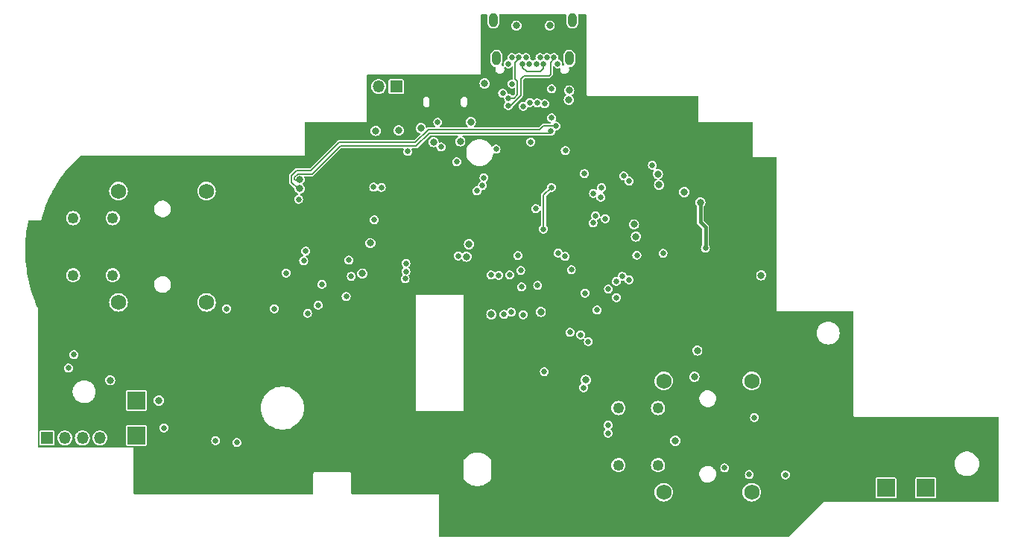
<source format=gbr>
G04 #@! TF.GenerationSoftware,KiCad,Pcbnew,7.0.6*
G04 #@! TF.CreationDate,2023-09-01T19:16:26-07:00*
G04 #@! TF.ProjectId,procon_gcc_main_pcb,70726f63-6f6e-45f6-9763-635f6d61696e,1*
G04 #@! TF.SameCoordinates,Original*
G04 #@! TF.FileFunction,Copper,L2,Inr*
G04 #@! TF.FilePolarity,Positive*
%FSLAX46Y46*%
G04 Gerber Fmt 4.6, Leading zero omitted, Abs format (unit mm)*
G04 Created by KiCad (PCBNEW 7.0.6) date 2023-09-01 19:16:26*
%MOMM*%
%LPD*%
G01*
G04 APERTURE LIST*
G04 #@! TA.AperFunction,ComponentPad*
%ADD10R,2.000000X2.000000*%
G04 #@! TD*
G04 #@! TA.AperFunction,ComponentPad*
%ADD11R,1.350000X1.350000*%
G04 #@! TD*
G04 #@! TA.AperFunction,ComponentPad*
%ADD12O,1.350000X1.350000*%
G04 #@! TD*
G04 #@! TA.AperFunction,ComponentPad*
%ADD13C,1.750000*%
G04 #@! TD*
G04 #@! TA.AperFunction,ComponentPad*
%ADD14C,1.250000*%
G04 #@! TD*
G04 #@! TA.AperFunction,ComponentPad*
%ADD15C,0.650000*%
G04 #@! TD*
G04 #@! TA.AperFunction,ComponentPad*
%ADD16O,1.000000X1.600000*%
G04 #@! TD*
G04 #@! TA.AperFunction,ViaPad*
%ADD17C,0.650000*%
G04 #@! TD*
G04 #@! TA.AperFunction,ViaPad*
%ADD18C,0.800000*%
G04 #@! TD*
G04 #@! TA.AperFunction,Conductor*
%ADD19C,0.200000*%
G04 #@! TD*
G04 #@! TA.AperFunction,Conductor*
%ADD20C,0.150000*%
G04 #@! TD*
G04 #@! TA.AperFunction,Conductor*
%ADD21C,0.400000*%
G04 #@! TD*
G04 APERTURE END LIST*
D10*
X183062000Y-145848750D03*
X93413992Y-139903200D03*
D11*
X83274400Y-140182600D03*
D12*
X85274400Y-140182600D03*
X87274400Y-140182600D03*
X89274400Y-140182600D03*
D13*
X153320200Y-133697000D03*
X153320200Y-146347000D03*
X163320200Y-133697000D03*
X163320200Y-146347000D03*
D14*
X152670200Y-136772000D03*
X152670200Y-143272000D03*
X148170200Y-136772000D03*
X148170200Y-143272000D03*
D11*
X122920000Y-100228400D03*
D12*
X120920000Y-100228400D03*
D15*
X135660000Y-97625000D03*
X136060000Y-96925000D03*
X136860000Y-96925000D03*
X137260000Y-97625000D03*
X137660000Y-96925000D03*
X138060000Y-97625000D03*
X138860000Y-97625000D03*
X139260000Y-96925000D03*
X139660000Y-97625000D03*
X140060000Y-96925000D03*
X140860000Y-96925000D03*
X141260000Y-97625000D03*
D16*
X142950000Y-92635000D03*
X142590000Y-97025000D03*
X134330000Y-97025000D03*
X133970000Y-92635000D03*
D13*
X91377000Y-112107600D03*
X91377000Y-124757600D03*
X101377000Y-112107600D03*
X101377000Y-124757600D03*
D14*
X90727000Y-115182600D03*
X90727000Y-121682600D03*
X86227000Y-115182600D03*
X86227000Y-121682600D03*
D10*
X93413992Y-135909304D03*
X178562000Y-145848750D03*
D17*
X86309200Y-130708400D03*
X85699600Y-132232400D03*
X146174359Y-112798690D03*
X146253200Y-111709200D03*
X132723174Y-111472425D03*
D18*
X120192800Y-125984000D03*
D17*
X142494000Y-125095000D03*
D18*
X156032200Y-149326600D03*
D17*
X136296400Y-123139200D03*
D18*
X167843200Y-135153400D03*
D17*
X140926929Y-122588129D03*
X120396000Y-110566200D03*
D18*
X169062400Y-147167600D03*
D17*
X111861600Y-121920000D03*
D18*
X134493000Y-139395200D03*
X119006702Y-116774102D03*
D17*
X136448800Y-115112800D03*
X106095800Y-126542800D03*
X138208690Y-107452022D03*
X94157800Y-127660400D03*
X138620500Y-116483094D03*
D18*
X122783600Y-110693200D03*
D17*
X144297400Y-111201200D03*
D18*
X151053800Y-147548600D03*
D17*
X145313400Y-119964200D03*
D18*
X153314400Y-105537000D03*
X165227000Y-112242600D03*
D17*
X88519000Y-126568200D03*
X106070400Y-113588800D03*
X134213600Y-106222800D03*
X88392000Y-113614200D03*
X133553200Y-111150400D03*
D18*
X115595400Y-126568200D03*
X167563800Y-142417800D03*
X105765600Y-120675400D03*
X121031000Y-114173000D03*
D17*
X136555272Y-104215215D03*
X141122400Y-115062000D03*
X97053400Y-138303000D03*
X131013200Y-123317000D03*
X143891000Y-109042200D03*
D18*
X151053800Y-134289800D03*
X161442400Y-114096800D03*
D17*
X142824200Y-121038129D03*
X137072363Y-121131594D03*
X96520000Y-139039600D03*
D18*
X155651200Y-112217200D03*
X131191000Y-118135400D03*
D17*
X134277100Y-107339094D03*
X102412800Y-140462000D03*
X111836200Y-113030000D03*
X150266400Y-119405400D03*
X132892800Y-110591600D03*
X120421400Y-115366800D03*
X142138400Y-107492800D03*
X140588129Y-103784400D03*
X138988800Y-122834400D03*
X153238200Y-119176800D03*
X147040600Y-123240800D03*
X117246400Y-124079000D03*
D18*
X131394200Y-104241600D03*
D17*
X144297400Y-110109000D03*
X138214403Y-106526609D03*
X138785600Y-114096800D03*
D18*
X95961200Y-135915400D03*
X157124400Y-130225800D03*
X154635200Y-140487400D03*
X156794200Y-133223000D03*
D17*
X124231400Y-107599500D03*
X128016000Y-107091500D03*
D18*
X142570200Y-100660200D03*
D17*
X139661900Y-116432294D03*
X140552529Y-111680482D03*
X135661400Y-102387400D03*
X136093200Y-99923600D03*
D18*
X125722725Y-104956086D03*
X130199837Y-106444519D03*
X127177237Y-106529446D03*
X123215400Y-105206800D03*
D17*
X140589000Y-100482400D03*
X135686800Y-101523800D03*
X138105188Y-102039497D03*
D18*
X136575800Y-93294200D03*
D17*
X139802765Y-102180015D03*
X145338800Y-112369600D03*
X158055736Y-118612955D03*
D18*
X164401500Y-121678700D03*
X157482701Y-113402351D03*
X152657200Y-110163000D03*
D17*
X152027395Y-109166476D03*
D18*
X90424000Y-133604000D03*
X152784200Y-111407600D03*
D17*
X138957046Y-102068159D03*
D18*
X140360400Y-93294200D03*
D17*
X135026400Y-100965000D03*
D18*
X120599200Y-105257600D03*
X132969000Y-99872800D03*
D17*
X112852200Y-126009400D03*
X109093000Y-125476000D03*
X146989800Y-139623800D03*
X160248600Y-143586200D03*
X146989800Y-138709400D03*
X163626800Y-137845800D03*
X167132000Y-144373600D03*
X163042600Y-144348200D03*
X136753600Y-119430800D03*
X133705600Y-121640600D03*
X124028200Y-120319800D03*
X114054979Y-125077210D03*
X149387551Y-122193703D03*
X103657400Y-125476000D03*
X104825800Y-140690600D03*
X129794000Y-108762800D03*
X127641468Y-104273468D03*
X146685000Y-115239800D03*
X123948748Y-122066958D03*
X135813800Y-121640600D03*
D18*
X119075200Y-121488200D03*
D17*
X142113000Y-119532400D03*
X147955000Y-124206000D03*
X147929600Y-122377200D03*
X117830600Y-121793000D03*
X142671800Y-128168400D03*
X144754600Y-129235200D03*
X148590000Y-121793000D03*
X145745200Y-125628400D03*
X114477800Y-122707400D03*
X141325600Y-119151400D03*
X124028200Y-121259600D03*
X134569200Y-121666000D03*
X110413800Y-121412000D03*
X143891000Y-128447800D03*
X145585161Y-114913733D03*
X144373600Y-123698000D03*
X145294367Y-115729088D03*
D18*
X142544800Y-101727000D03*
D17*
X137367240Y-102463027D03*
X132089527Y-112088469D03*
X144221200Y-134467600D03*
X117551200Y-119964200D03*
D18*
X130911600Y-119557800D03*
D17*
X139750800Y-132638800D03*
D18*
X119983925Y-118022388D03*
D17*
X137337800Y-126161800D03*
X137160000Y-122986800D03*
X112649000Y-118922800D03*
X129971800Y-119481600D03*
D18*
X150164800Y-117271800D03*
D17*
X148767800Y-110369400D03*
D18*
X139344400Y-125831600D03*
D17*
X149377400Y-110972600D03*
D18*
X149936200Y-115900200D03*
X133731000Y-126136400D03*
D17*
X112420400Y-120015000D03*
D18*
X144475200Y-133578600D03*
D17*
X140470827Y-105311470D03*
D18*
X111963200Y-110777800D03*
D17*
X141058451Y-104693756D03*
D18*
X111963200Y-111827800D03*
D17*
X135991600Y-125857000D03*
X121234200Y-111709200D03*
X120370600Y-111658400D03*
X135153400Y-126136400D03*
D19*
X139661900Y-112571111D02*
X140552529Y-111680482D01*
X139661900Y-116432294D02*
X139661900Y-112571111D01*
D20*
X140860000Y-97087200D02*
X140462000Y-97485200D01*
X137058400Y-101256774D02*
X135927774Y-102387400D01*
X140309600Y-98983800D02*
X137464800Y-98983800D01*
X140462000Y-98831400D02*
X140309600Y-98983800D01*
X140462000Y-97485200D02*
X140462000Y-98831400D01*
X137464800Y-98983800D02*
X137058400Y-99390200D01*
X140860000Y-96925000D02*
X140860000Y-97087200D01*
X137058400Y-99390200D02*
X137058400Y-101256774D01*
X135927774Y-102387400D02*
X135661400Y-102387400D01*
X136296400Y-101523800D02*
X135686800Y-101523800D01*
X136860000Y-96925000D02*
X136860000Y-97074000D01*
X136860000Y-97074000D02*
X136448800Y-97485200D01*
X136702800Y-99618800D02*
X136702800Y-101117400D01*
X136448800Y-99364800D02*
X136702800Y-99618800D01*
X136448800Y-97485200D02*
X136448800Y-99364800D01*
X136702800Y-101117400D02*
X136296400Y-101523800D01*
D21*
X157482701Y-113402351D02*
X157482701Y-115648901D01*
X157482701Y-115648901D02*
X158055736Y-116221936D01*
X158055736Y-116221936D02*
X158055736Y-118612955D01*
D19*
X139660000Y-98134800D02*
X139660000Y-97625000D01*
X139268200Y-98526600D02*
X139660000Y-98134800D01*
X137260000Y-98042400D02*
X137744200Y-98526600D01*
X137260000Y-97625000D02*
X137260000Y-98042400D01*
X137744200Y-98526600D02*
X139268200Y-98526600D01*
D20*
X126673000Y-105508400D02*
X125199800Y-106981600D01*
X111401200Y-110496644D02*
X111401200Y-110766200D01*
X140273897Y-105508400D02*
X126673000Y-105508400D01*
X140470827Y-105311470D02*
X140273897Y-105508400D01*
X113392244Y-110156600D02*
X111741244Y-110156600D01*
X111841537Y-110899463D02*
X111963200Y-110777800D01*
X125199800Y-106981600D02*
X116567244Y-106981600D01*
X111401200Y-110766200D02*
X111534463Y-110899463D01*
X111534463Y-110899463D02*
X111841537Y-110899463D01*
X116567244Y-106981600D02*
X113392244Y-110156600D01*
X111741244Y-110156600D02*
X111401200Y-110496644D01*
X126565000Y-105108400D02*
X125091800Y-106581600D01*
X139654244Y-104693756D02*
X139239600Y-105108400D01*
X111748156Y-111827800D02*
X111963200Y-111827800D01*
X113226556Y-109756600D02*
X111575556Y-109756600D01*
X111575556Y-109756600D02*
X111001200Y-110330956D01*
X141058451Y-104693756D02*
X139654244Y-104693756D01*
X111001200Y-111080844D02*
X111748156Y-111827800D01*
X116401556Y-106581600D02*
X113226556Y-109756600D01*
X111001200Y-110330956D02*
X111001200Y-111080844D01*
X125091800Y-106581600D02*
X116401556Y-106581600D01*
X139239600Y-105108400D02*
X126565000Y-105108400D01*
G04 #@! TA.AperFunction,Conductor*
G36*
X133291889Y-92035680D02*
G01*
X133322329Y-92088403D01*
X133317897Y-92135416D01*
X133304421Y-92170950D01*
X133289500Y-92293837D01*
X133289500Y-92976163D01*
X133304421Y-93099049D01*
X133304421Y-93099050D01*
X133363020Y-93253564D01*
X133363024Y-93253571D01*
X133456896Y-93389568D01*
X133456902Y-93389575D01*
X133564900Y-93485251D01*
X133580593Y-93499154D01*
X133726919Y-93575952D01*
X133887372Y-93615500D01*
X133887373Y-93615500D01*
X134052627Y-93615500D01*
X134052628Y-93615500D01*
X134213081Y-93575952D01*
X134359407Y-93499154D01*
X134436024Y-93431276D01*
X134483097Y-93389575D01*
X134483099Y-93389572D01*
X134483103Y-93389569D01*
X134548931Y-93294200D01*
X135990291Y-93294200D01*
X136010242Y-93445741D01*
X136010242Y-93445743D01*
X136010243Y-93445744D01*
X136068731Y-93586949D01*
X136068732Y-93586951D01*
X136068734Y-93586955D01*
X136161783Y-93708217D01*
X136283045Y-93801266D01*
X136424259Y-93859758D01*
X136575800Y-93879709D01*
X136727341Y-93859758D01*
X136868555Y-93801266D01*
X136989817Y-93708217D01*
X137082866Y-93586955D01*
X137141358Y-93445741D01*
X137161309Y-93294200D01*
X139774891Y-93294200D01*
X139794842Y-93445741D01*
X139794842Y-93445743D01*
X139794843Y-93445744D01*
X139853331Y-93586949D01*
X139853332Y-93586951D01*
X139853334Y-93586955D01*
X139946383Y-93708217D01*
X140067645Y-93801266D01*
X140208859Y-93859758D01*
X140360400Y-93879709D01*
X140511941Y-93859758D01*
X140653155Y-93801266D01*
X140774417Y-93708217D01*
X140867466Y-93586955D01*
X140925958Y-93445741D01*
X140945909Y-93294200D01*
X140925958Y-93142659D01*
X140867466Y-93001446D01*
X140774417Y-92880183D01*
X140774412Y-92880179D01*
X140774411Y-92880178D01*
X140718665Y-92837403D01*
X140653155Y-92787134D01*
X140653151Y-92787132D01*
X140653149Y-92787131D01*
X140511944Y-92728643D01*
X140511943Y-92728642D01*
X140511941Y-92728642D01*
X140360400Y-92708691D01*
X140360399Y-92708691D01*
X140327423Y-92713032D01*
X140208859Y-92728642D01*
X140208857Y-92728642D01*
X140208855Y-92728643D01*
X140067651Y-92787131D01*
X140067643Y-92787136D01*
X139946388Y-92880178D01*
X139946378Y-92880188D01*
X139853336Y-93001443D01*
X139853331Y-93001451D01*
X139794843Y-93142655D01*
X139794842Y-93142657D01*
X139794842Y-93142659D01*
X139774891Y-93294200D01*
X137161309Y-93294200D01*
X137141358Y-93142659D01*
X137082866Y-93001446D01*
X136989817Y-92880183D01*
X136989812Y-92880179D01*
X136989811Y-92880178D01*
X136934065Y-92837403D01*
X136868555Y-92787134D01*
X136868551Y-92787132D01*
X136868549Y-92787131D01*
X136727344Y-92728643D01*
X136727343Y-92728642D01*
X136727341Y-92728642D01*
X136575800Y-92708691D01*
X136575799Y-92708691D01*
X136542823Y-92713032D01*
X136424259Y-92728642D01*
X136424257Y-92728642D01*
X136424255Y-92728643D01*
X136283051Y-92787131D01*
X136283043Y-92787136D01*
X136161788Y-92880178D01*
X136161778Y-92880188D01*
X136068736Y-93001443D01*
X136068731Y-93001451D01*
X136010243Y-93142655D01*
X136010242Y-93142657D01*
X136010242Y-93142659D01*
X135990291Y-93294200D01*
X134548931Y-93294200D01*
X134576978Y-93253567D01*
X134635579Y-93099050D01*
X134650500Y-92976163D01*
X134650500Y-92293837D01*
X134635579Y-92170950D01*
X134622102Y-92135416D01*
X134621285Y-92074544D01*
X134659788Y-92027386D01*
X134705319Y-92014858D01*
X142214681Y-92014858D01*
X142271889Y-92035680D01*
X142302329Y-92088403D01*
X142297897Y-92135416D01*
X142284421Y-92170950D01*
X142269500Y-92293837D01*
X142269500Y-92976163D01*
X142284421Y-93099049D01*
X142284421Y-93099050D01*
X142343020Y-93253564D01*
X142343024Y-93253571D01*
X142436896Y-93389568D01*
X142436902Y-93389575D01*
X142544900Y-93485251D01*
X142560593Y-93499154D01*
X142706919Y-93575952D01*
X142867372Y-93615500D01*
X142867373Y-93615500D01*
X143032627Y-93615500D01*
X143032628Y-93615500D01*
X143193081Y-93575952D01*
X143339407Y-93499154D01*
X143416024Y-93431276D01*
X143463097Y-93389575D01*
X143463099Y-93389572D01*
X143463103Y-93389569D01*
X143556978Y-93253567D01*
X143615579Y-93099050D01*
X143630500Y-92976163D01*
X143630500Y-92293837D01*
X143615579Y-92170950D01*
X143602102Y-92135416D01*
X143601285Y-92074544D01*
X143639788Y-92027386D01*
X143685319Y-92014858D01*
X144466725Y-92014858D01*
X144523933Y-92035680D01*
X144554373Y-92088403D01*
X144555725Y-92103858D01*
X144555725Y-101082826D01*
X144552693Y-101105858D01*
X144550416Y-101114356D01*
X144550416Y-101114360D01*
X144554211Y-101128527D01*
X144554215Y-101128535D01*
X144555725Y-101134171D01*
X144555725Y-101134172D01*
X144571290Y-101192262D01*
X144628320Y-101249293D01*
X144706225Y-101270167D01*
X144713193Y-101268300D01*
X144714724Y-101267890D01*
X144737757Y-101264858D01*
X157166725Y-101264858D01*
X157223933Y-101285680D01*
X157254373Y-101338403D01*
X157255725Y-101353858D01*
X157255725Y-104082826D01*
X157252693Y-104105858D01*
X157250416Y-104114356D01*
X157250416Y-104114360D01*
X157254211Y-104128527D01*
X157254215Y-104128535D01*
X157255725Y-104134171D01*
X157255725Y-104134172D01*
X157271290Y-104192262D01*
X157328320Y-104249293D01*
X157406225Y-104270167D01*
X157413090Y-104268327D01*
X157414724Y-104267890D01*
X157437757Y-104264858D01*
X163366725Y-104264858D01*
X163423933Y-104285680D01*
X163454373Y-104338403D01*
X163455725Y-104353858D01*
X163455725Y-108082826D01*
X163452693Y-108105858D01*
X163450416Y-108114356D01*
X163450416Y-108114360D01*
X163454211Y-108128527D01*
X163454215Y-108128535D01*
X163455725Y-108134171D01*
X163455725Y-108134172D01*
X163471290Y-108192262D01*
X163528320Y-108249293D01*
X163606225Y-108270167D01*
X163613090Y-108268327D01*
X163614724Y-108267890D01*
X163637757Y-108264858D01*
X166066725Y-108264858D01*
X166123933Y-108285680D01*
X166154373Y-108338403D01*
X166155725Y-108353858D01*
X166155725Y-125582826D01*
X166152693Y-125605858D01*
X166150416Y-125614356D01*
X166150416Y-125614360D01*
X166154211Y-125628527D01*
X166154215Y-125628535D01*
X166155725Y-125634171D01*
X166155725Y-125634172D01*
X166171290Y-125692262D01*
X166228320Y-125749293D01*
X166306225Y-125770167D01*
X166313090Y-125768327D01*
X166314724Y-125767890D01*
X166337757Y-125764858D01*
X174766725Y-125764858D01*
X174823933Y-125785680D01*
X174854373Y-125838403D01*
X174855725Y-125853858D01*
X174855725Y-137582825D01*
X174852693Y-137605857D01*
X174850416Y-137614355D01*
X174850416Y-137614359D01*
X174854211Y-137628526D01*
X174854215Y-137628534D01*
X174855725Y-137634170D01*
X174855725Y-137634171D01*
X174871290Y-137692261D01*
X174928320Y-137749292D01*
X175006225Y-137770166D01*
X175013090Y-137768326D01*
X175014724Y-137767889D01*
X175037757Y-137764857D01*
X191316725Y-137764857D01*
X191373933Y-137785679D01*
X191404373Y-137838402D01*
X191405725Y-137853857D01*
X191405725Y-147374857D01*
X191384903Y-147432065D01*
X191332180Y-147462505D01*
X191316725Y-147463857D01*
X171607748Y-147463857D01*
X171602936Y-147463254D01*
X171555307Y-147463857D01*
X171535911Y-147463857D01*
X171531764Y-147464154D01*
X171513995Y-147464380D01*
X171513996Y-147464380D01*
X171513992Y-147464381D01*
X171507759Y-147468086D01*
X171485328Y-147477544D01*
X171478323Y-147479421D01*
X171478317Y-147479424D01*
X171465751Y-147491989D01*
X171462654Y-147494741D01*
X171449137Y-147508605D01*
X171415448Y-147542292D01*
X171412511Y-147546168D01*
X167618964Y-151436988D01*
X167564118Y-151463413D01*
X167555240Y-151463857D01*
X127895726Y-151463857D01*
X127838518Y-151443035D01*
X127808078Y-151390312D01*
X127806726Y-151374857D01*
X127806726Y-146745888D01*
X127809758Y-146722854D01*
X127812035Y-146714357D01*
X127812034Y-146714356D01*
X127812035Y-146714355D01*
X127791161Y-146636454D01*
X127791161Y-146636453D01*
X127769204Y-146614496D01*
X127734131Y-146579422D01*
X127656226Y-146558548D01*
X127656225Y-146558548D01*
X127647727Y-146560825D01*
X127624694Y-146563857D01*
X117895726Y-146563857D01*
X117838518Y-146543035D01*
X117808078Y-146490312D01*
X117806726Y-146474857D01*
X117806726Y-146347004D01*
X152259593Y-146347004D01*
X152279970Y-146553905D01*
X152279971Y-146553910D01*
X152279971Y-146553912D01*
X152279972Y-146553914D01*
X152340327Y-146752877D01*
X152340328Y-146752880D01*
X152340329Y-146752881D01*
X152438337Y-146936242D01*
X152514667Y-147029249D01*
X152570238Y-147096962D01*
X152570243Y-147096966D01*
X152730957Y-147228862D01*
X152801141Y-147266375D01*
X152914323Y-147326873D01*
X153113286Y-147387228D01*
X153113291Y-147387228D01*
X153113294Y-147387229D01*
X153320195Y-147407607D01*
X153320200Y-147407607D01*
X153320205Y-147407607D01*
X153527105Y-147387229D01*
X153527106Y-147387228D01*
X153527114Y-147387228D01*
X153726077Y-147326873D01*
X153909442Y-147228862D01*
X154070162Y-147096962D01*
X154202062Y-146936242D01*
X154300073Y-146752877D01*
X154360428Y-146553914D01*
X154360429Y-146553905D01*
X154380807Y-146347004D01*
X162259593Y-146347004D01*
X162279970Y-146553905D01*
X162279971Y-146553910D01*
X162279971Y-146553912D01*
X162279972Y-146553914D01*
X162340327Y-146752877D01*
X162340328Y-146752880D01*
X162340329Y-146752881D01*
X162438337Y-146936242D01*
X162514667Y-147029249D01*
X162570238Y-147096962D01*
X162570243Y-147096966D01*
X162730957Y-147228862D01*
X162801141Y-147266375D01*
X162914323Y-147326873D01*
X163113286Y-147387228D01*
X163113291Y-147387228D01*
X163113294Y-147387229D01*
X163320195Y-147407607D01*
X163320200Y-147407607D01*
X163320205Y-147407607D01*
X163527105Y-147387229D01*
X163527106Y-147387228D01*
X163527114Y-147387228D01*
X163726077Y-147326873D01*
X163909442Y-147228862D01*
X164070162Y-147096962D01*
X164202062Y-146936242D01*
X164239326Y-146866526D01*
X177381500Y-146866526D01*
X177391972Y-146919177D01*
X177391973Y-146919178D01*
X177431867Y-146978883D01*
X177431870Y-146978885D01*
X177431872Y-146978887D01*
X177491570Y-147018776D01*
X177491571Y-147018776D01*
X177491572Y-147018777D01*
X177544223Y-147029250D01*
X179579776Y-147029249D01*
X179632428Y-147018777D01*
X179692133Y-146978883D01*
X179732027Y-146919178D01*
X179742500Y-146866527D01*
X179742500Y-146866526D01*
X181881500Y-146866526D01*
X181891972Y-146919177D01*
X181891973Y-146919178D01*
X181931867Y-146978883D01*
X181931870Y-146978885D01*
X181931872Y-146978887D01*
X181991570Y-147018776D01*
X181991571Y-147018776D01*
X181991572Y-147018777D01*
X182044223Y-147029250D01*
X184079776Y-147029249D01*
X184132428Y-147018777D01*
X184192133Y-146978883D01*
X184232027Y-146919178D01*
X184242500Y-146866527D01*
X184242499Y-144830974D01*
X184241783Y-144827376D01*
X184232027Y-144778322D01*
X184226070Y-144769407D01*
X184192133Y-144718617D01*
X184192129Y-144718614D01*
X184192127Y-144718612D01*
X184132429Y-144678723D01*
X184132430Y-144678723D01*
X184079777Y-144668250D01*
X182044223Y-144668250D01*
X181991572Y-144678722D01*
X181931869Y-144718615D01*
X181931862Y-144718622D01*
X181891973Y-144778319D01*
X181881500Y-144830968D01*
X181881500Y-146866526D01*
X179742500Y-146866526D01*
X179742499Y-144830974D01*
X179741783Y-144827376D01*
X179732027Y-144778322D01*
X179726070Y-144769407D01*
X179692133Y-144718617D01*
X179692129Y-144718614D01*
X179692127Y-144718612D01*
X179632429Y-144678723D01*
X179632430Y-144678723D01*
X179579777Y-144668250D01*
X177544223Y-144668250D01*
X177491572Y-144678722D01*
X177431869Y-144718615D01*
X177431862Y-144718622D01*
X177391973Y-144778319D01*
X177381500Y-144830968D01*
X177381500Y-146866526D01*
X164239326Y-146866526D01*
X164300073Y-146752877D01*
X164360428Y-146553914D01*
X164360429Y-146553905D01*
X164380807Y-146347004D01*
X164380807Y-146346995D01*
X164360429Y-146140094D01*
X164360428Y-146140089D01*
X164360428Y-146140086D01*
X164300073Y-145941123D01*
X164262838Y-145871463D01*
X164202062Y-145757757D01*
X164070166Y-145597043D01*
X164070162Y-145597038D01*
X164070156Y-145597033D01*
X163909442Y-145465137D01*
X163778137Y-145394953D01*
X163726077Y-145367127D01*
X163527114Y-145306772D01*
X163527112Y-145306771D01*
X163527110Y-145306771D01*
X163527105Y-145306770D01*
X163320205Y-145286393D01*
X163320195Y-145286393D01*
X163113294Y-145306770D01*
X163113289Y-145306771D01*
X163113285Y-145306772D01*
X163113286Y-145306772D01*
X162914323Y-145367127D01*
X162914320Y-145367128D01*
X162914318Y-145367129D01*
X162730957Y-145465137D01*
X162570243Y-145597033D01*
X162570233Y-145597043D01*
X162438337Y-145757757D01*
X162340329Y-145941118D01*
X162279971Y-146140089D01*
X162279970Y-146140094D01*
X162259593Y-146346995D01*
X162259593Y-146347004D01*
X154380807Y-146347004D01*
X154380807Y-146346995D01*
X154360429Y-146140094D01*
X154360428Y-146140089D01*
X154360428Y-146140086D01*
X154300073Y-145941123D01*
X154262838Y-145871463D01*
X154202062Y-145757757D01*
X154070166Y-145597043D01*
X154070162Y-145597038D01*
X154070156Y-145597033D01*
X153909442Y-145465137D01*
X153778137Y-145394953D01*
X153726077Y-145367127D01*
X153527114Y-145306772D01*
X153527112Y-145306771D01*
X153527110Y-145306771D01*
X153527105Y-145306770D01*
X153320205Y-145286393D01*
X153320195Y-145286393D01*
X153113294Y-145306770D01*
X153113289Y-145306771D01*
X153113285Y-145306772D01*
X153113286Y-145306772D01*
X152914323Y-145367127D01*
X152914320Y-145367128D01*
X152914318Y-145367129D01*
X152730957Y-145465137D01*
X152570243Y-145597033D01*
X152570233Y-145597043D01*
X152438337Y-145757757D01*
X152340329Y-145941118D01*
X152279971Y-146140089D01*
X152279970Y-146140094D01*
X152259593Y-146346995D01*
X152259593Y-146347004D01*
X117806726Y-146347004D01*
X117806726Y-144795419D01*
X130601923Y-144795419D01*
X130604045Y-144806178D01*
X130604816Y-144814056D01*
X130604965Y-144814037D01*
X130605725Y-144819814D01*
X130609162Y-144832644D01*
X130609836Y-144835546D01*
X130615215Y-144862816D01*
X130617460Y-144867854D01*
X130620590Y-144876690D01*
X130621290Y-144877902D01*
X130621291Y-144877904D01*
X130637728Y-144894341D01*
X130646017Y-144903905D01*
X130648191Y-144906807D01*
X130711405Y-144991201D01*
X130711410Y-144991206D01*
X130871378Y-145154220D01*
X130888007Y-145171165D01*
X131086831Y-145326224D01*
X131304394Y-145453664D01*
X131536883Y-145551250D01*
X131780226Y-145617274D01*
X131780230Y-145617274D01*
X131780231Y-145617275D01*
X132030151Y-145650577D01*
X132030156Y-145650577D01*
X132282300Y-145650577D01*
X132532220Y-145617275D01*
X132532220Y-145617274D01*
X132532226Y-145617274D01*
X132775569Y-145551250D01*
X133008058Y-145453664D01*
X133225621Y-145326224D01*
X133424445Y-145171165D01*
X133601046Y-144991202D01*
X133666438Y-144903899D01*
X133674730Y-144894334D01*
X133691161Y-144877904D01*
X133691161Y-144877901D01*
X133691862Y-144876689D01*
X133694996Y-144867843D01*
X133697232Y-144862823D01*
X133697236Y-144862819D01*
X133702618Y-144835525D01*
X133703289Y-144832639D01*
X133706726Y-144819814D01*
X133706726Y-144819811D01*
X133707488Y-144814030D01*
X133707637Y-144814049D01*
X133708407Y-144806168D01*
X133710528Y-144795416D01*
X133709584Y-144791780D01*
X133706726Y-144769408D01*
X133706726Y-144370391D01*
X157366024Y-144370391D01*
X157395297Y-144561474D01*
X157462436Y-144742754D01*
X157564689Y-144906805D01*
X157564691Y-144906807D01*
X157697877Y-145046919D01*
X157856542Y-145157353D01*
X158034188Y-145233587D01*
X158034192Y-145233587D01*
X158034196Y-145233589D01*
X158223536Y-145272499D01*
X158223542Y-145272499D01*
X158223544Y-145272500D01*
X158223546Y-145272500D01*
X158368413Y-145272500D01*
X158512515Y-145257846D01*
X158512517Y-145257845D01*
X158512521Y-145257845D01*
X158696968Y-145199974D01*
X158865991Y-145106159D01*
X159012668Y-144980240D01*
X159130996Y-144827373D01*
X159216130Y-144653816D01*
X159264585Y-144466674D01*
X159270593Y-144348200D01*
X162531902Y-144348200D01*
X162552588Y-144492079D01*
X162612972Y-144624302D01*
X162612974Y-144624305D01*
X162694694Y-144718615D01*
X162708164Y-144734160D01*
X162830448Y-144812747D01*
X162969920Y-144853700D01*
X162969922Y-144853700D01*
X163115278Y-144853700D01*
X163115280Y-144853700D01*
X163254752Y-144812747D01*
X163377036Y-144734160D01*
X163472226Y-144624304D01*
X163532611Y-144492080D01*
X163549646Y-144373600D01*
X166621302Y-144373600D01*
X166641988Y-144517479D01*
X166702372Y-144649702D01*
X166702374Y-144649705D01*
X166784409Y-144744378D01*
X166797564Y-144759560D01*
X166919848Y-144838147D01*
X167059320Y-144879100D01*
X167059322Y-144879100D01*
X167204678Y-144879100D01*
X167204680Y-144879100D01*
X167344152Y-144838147D01*
X167466436Y-144759560D01*
X167561626Y-144649704D01*
X167622011Y-144517480D01*
X167642698Y-144373600D01*
X167642236Y-144370390D01*
X167622011Y-144229720D01*
X167561627Y-144097497D01*
X167561625Y-144097494D01*
X167466436Y-143987640D01*
X167443895Y-143973154D01*
X167344152Y-143909053D01*
X167204680Y-143868100D01*
X167059320Y-143868100D01*
X166919848Y-143909053D01*
X166876149Y-143937135D01*
X166797563Y-143987640D01*
X166702374Y-144097494D01*
X166702372Y-144097497D01*
X166641988Y-144229720D01*
X166621302Y-144373599D01*
X166621302Y-144373600D01*
X163549646Y-144373600D01*
X163553298Y-144348200D01*
X163544422Y-144286470D01*
X163532611Y-144204320D01*
X163472227Y-144072097D01*
X163472225Y-144072094D01*
X163377036Y-143962240D01*
X163377035Y-143962240D01*
X163254752Y-143883653D01*
X163115280Y-143842700D01*
X162969920Y-143842700D01*
X162830448Y-143883653D01*
X162803074Y-143901245D01*
X162708163Y-143962240D01*
X162612974Y-144072094D01*
X162612972Y-144072097D01*
X162552588Y-144204320D01*
X162531902Y-144348199D01*
X162531902Y-144348200D01*
X159270593Y-144348200D01*
X159274376Y-144273610D01*
X159245103Y-144082526D01*
X159177964Y-143901247D01*
X159177963Y-143901245D01*
X159075710Y-143737194D01*
X159068947Y-143730079D01*
X158942523Y-143597081D01*
X158926890Y-143586200D01*
X159737902Y-143586200D01*
X159758588Y-143730079D01*
X159818972Y-143862302D01*
X159818974Y-143862305D01*
X159905568Y-143962240D01*
X159914164Y-143972160D01*
X160036448Y-144050747D01*
X160175920Y-144091700D01*
X160175922Y-144091700D01*
X160321278Y-144091700D01*
X160321280Y-144091700D01*
X160460752Y-144050747D01*
X160583036Y-143972160D01*
X160678226Y-143862304D01*
X160738611Y-143730080D01*
X160759298Y-143586200D01*
X160738611Y-143442320D01*
X160738610Y-143442319D01*
X160678227Y-143310097D01*
X160678225Y-143310094D01*
X160583036Y-143200240D01*
X160460752Y-143121653D01*
X160421066Y-143110000D01*
X186344700Y-143110000D01*
X186363865Y-143341300D01*
X186363865Y-143341302D01*
X186420841Y-143566294D01*
X186420843Y-143566300D01*
X186514076Y-143778850D01*
X186514077Y-143778851D01*
X186641021Y-143973154D01*
X186641021Y-143973155D01*
X186755484Y-144097494D01*
X186798216Y-144143913D01*
X186964851Y-144273610D01*
X186981373Y-144286469D01*
X186981377Y-144286472D01*
X187095439Y-144348199D01*
X187185497Y-144396936D01*
X187405019Y-144472298D01*
X187633951Y-144510500D01*
X187633952Y-144510500D01*
X187866048Y-144510500D01*
X187866049Y-144510500D01*
X188094981Y-144472298D01*
X188314503Y-144396936D01*
X188518626Y-144286470D01*
X188701784Y-144143913D01*
X188787551Y-144050745D01*
X188858978Y-143973155D01*
X188858978Y-143973154D01*
X188858979Y-143973153D01*
X188985924Y-143778849D01*
X189079157Y-143566300D01*
X189136134Y-143341305D01*
X189155300Y-143110000D01*
X189136134Y-142878695D01*
X189079157Y-142653700D01*
X188985924Y-142441151D01*
X188912546Y-142328838D01*
X188858978Y-142246845D01*
X188858978Y-142246844D01*
X188701783Y-142076086D01*
X188518626Y-141933530D01*
X188518622Y-141933527D01*
X188314507Y-141823066D01*
X188314506Y-141823065D01*
X188314503Y-141823064D01*
X188094981Y-141747702D01*
X188094979Y-141747701D01*
X188094977Y-141747701D01*
X187866050Y-141709500D01*
X187866049Y-141709500D01*
X187633951Y-141709500D01*
X187633949Y-141709500D01*
X187405022Y-141747701D01*
X187405015Y-141747703D01*
X187280260Y-141790531D01*
X187185497Y-141823064D01*
X187185495Y-141823064D01*
X187185492Y-141823066D01*
X186981377Y-141933527D01*
X186981373Y-141933530D01*
X186798216Y-142076086D01*
X186641021Y-142246844D01*
X186641021Y-142246845D01*
X186514077Y-142441148D01*
X186514076Y-142441149D01*
X186420843Y-142653699D01*
X186420841Y-142653705D01*
X186363865Y-142878697D01*
X186363865Y-142878699D01*
X186344700Y-143109999D01*
X186344700Y-143110000D01*
X160421066Y-143110000D01*
X160321280Y-143080700D01*
X160175920Y-143080700D01*
X160036448Y-143121653D01*
X159992749Y-143149735D01*
X159914163Y-143200240D01*
X159818974Y-143310094D01*
X159818972Y-143310097D01*
X159758588Y-143442320D01*
X159737902Y-143586199D01*
X159737902Y-143586200D01*
X158926890Y-143586200D01*
X158783858Y-143486647D01*
X158783854Y-143486645D01*
X158606213Y-143410413D01*
X158606203Y-143410410D01*
X158416863Y-143371500D01*
X158416856Y-143371500D01*
X158271994Y-143371500D01*
X158271986Y-143371500D01*
X158127884Y-143386153D01*
X158127873Y-143386156D01*
X157943435Y-143444024D01*
X157774404Y-143537844D01*
X157627735Y-143663756D01*
X157627728Y-143663764D01*
X157509406Y-143816623D01*
X157509405Y-143816625D01*
X157424270Y-143990184D01*
X157375816Y-144177322D01*
X157375815Y-144177327D01*
X157366024Y-144370391D01*
X133706726Y-144370391D01*
X133706726Y-143272003D01*
X147359603Y-143272003D01*
X147379924Y-143452364D01*
X147379925Y-143452370D01*
X147379926Y-143452375D01*
X147430561Y-143597081D01*
X147439878Y-143623708D01*
X147511187Y-143737194D01*
X147536450Y-143777399D01*
X147664801Y-143905750D01*
X147664803Y-143905751D01*
X147664804Y-143905752D01*
X147818491Y-144002321D01*
X147818492Y-144002321D01*
X147818495Y-144002323D01*
X147989825Y-144062274D01*
X148039011Y-144067815D01*
X148170197Y-144082597D01*
X148170200Y-144082597D01*
X148170203Y-144082597D01*
X148275788Y-144070700D01*
X148350575Y-144062274D01*
X148521905Y-144002323D01*
X148675599Y-143905750D01*
X148803950Y-143777399D01*
X148900523Y-143623705D01*
X148960474Y-143452375D01*
X148972989Y-143341300D01*
X148980797Y-143272003D01*
X151859603Y-143272003D01*
X151879924Y-143452364D01*
X151879925Y-143452370D01*
X151879926Y-143452375D01*
X151930561Y-143597081D01*
X151939878Y-143623708D01*
X152011187Y-143737194D01*
X152036450Y-143777399D01*
X152164801Y-143905750D01*
X152164803Y-143905751D01*
X152164804Y-143905752D01*
X152318491Y-144002321D01*
X152318492Y-144002321D01*
X152318495Y-144002323D01*
X152489825Y-144062274D01*
X152539011Y-144067815D01*
X152670197Y-144082597D01*
X152670200Y-144082597D01*
X152670203Y-144082597D01*
X152775788Y-144070700D01*
X152850575Y-144062274D01*
X153021905Y-144002323D01*
X153175599Y-143905750D01*
X153303950Y-143777399D01*
X153400523Y-143623705D01*
X153460474Y-143452375D01*
X153472989Y-143341300D01*
X153480797Y-143272003D01*
X153480797Y-143271996D01*
X153460475Y-143091635D01*
X153460474Y-143091625D01*
X153400523Y-142920295D01*
X153400521Y-142920292D01*
X153400521Y-142920291D01*
X153303952Y-142766604D01*
X153303951Y-142766603D01*
X153303950Y-142766601D01*
X153175599Y-142638250D01*
X153175596Y-142638248D01*
X153175595Y-142638247D01*
X153021908Y-142541678D01*
X152991929Y-142531188D01*
X152850575Y-142481726D01*
X152850570Y-142481725D01*
X152850564Y-142481724D01*
X152670203Y-142461403D01*
X152670197Y-142461403D01*
X152489835Y-142481724D01*
X152489827Y-142481725D01*
X152489825Y-142481726D01*
X152412472Y-142508793D01*
X152318491Y-142541678D01*
X152164804Y-142638247D01*
X152036447Y-142766604D01*
X151939878Y-142920291D01*
X151879926Y-143091626D01*
X151879924Y-143091635D01*
X151859603Y-143271996D01*
X151859603Y-143272003D01*
X148980797Y-143272003D01*
X148980797Y-143271996D01*
X148960475Y-143091635D01*
X148960474Y-143091625D01*
X148900523Y-142920295D01*
X148900521Y-142920292D01*
X148900521Y-142920291D01*
X148803952Y-142766604D01*
X148803951Y-142766603D01*
X148803950Y-142766601D01*
X148675599Y-142638250D01*
X148675596Y-142638248D01*
X148675595Y-142638247D01*
X148521908Y-142541678D01*
X148491929Y-142531188D01*
X148350575Y-142481726D01*
X148350570Y-142481725D01*
X148350564Y-142481724D01*
X148170203Y-142461403D01*
X148170197Y-142461403D01*
X147989835Y-142481724D01*
X147989827Y-142481725D01*
X147989825Y-142481726D01*
X147912472Y-142508793D01*
X147818491Y-142541678D01*
X147664804Y-142638247D01*
X147536447Y-142766604D01*
X147439878Y-142920291D01*
X147379926Y-143091626D01*
X147379924Y-143091635D01*
X147359603Y-143271996D01*
X147359603Y-143272003D01*
X133706726Y-143272003D01*
X133706726Y-142730592D01*
X133709584Y-142708217D01*
X133710528Y-142704584D01*
X133708407Y-142693832D01*
X133707638Y-142685951D01*
X133707488Y-142685971D01*
X133706726Y-142680189D01*
X133706726Y-142680186D01*
X133703287Y-142667350D01*
X133702617Y-142664468D01*
X133697236Y-142637181D01*
X133697232Y-142637176D01*
X133694993Y-142632149D01*
X133691862Y-142623311D01*
X133691160Y-142622095D01*
X133674728Y-142605662D01*
X133666429Y-142596087D01*
X133601046Y-142508798D01*
X133601041Y-142508793D01*
X133424453Y-142328843D01*
X133424448Y-142328838D01*
X133424447Y-142328837D01*
X133424445Y-142328835D01*
X133225621Y-142173776D01*
X133225617Y-142173773D01*
X133225615Y-142173772D01*
X133008056Y-142046335D01*
X133008054Y-142046334D01*
X132775572Y-141948751D01*
X132775570Y-141948750D01*
X132775569Y-141948750D01*
X132532226Y-141882726D01*
X132532223Y-141882725D01*
X132532221Y-141882725D01*
X132532220Y-141882724D01*
X132282301Y-141849423D01*
X132282296Y-141849423D01*
X132030156Y-141849423D01*
X132030151Y-141849423D01*
X131780231Y-141882724D01*
X131780230Y-141882725D01*
X131536879Y-141948751D01*
X131304397Y-142046334D01*
X131304395Y-142046335D01*
X131086836Y-142173772D01*
X130888003Y-142328838D01*
X130887998Y-142328843D01*
X130711410Y-142508793D01*
X130711403Y-142508801D01*
X130646017Y-142596092D01*
X130637721Y-142605664D01*
X130621294Y-142622092D01*
X130621292Y-142622094D01*
X130621291Y-142622096D01*
X130621290Y-142622098D01*
X130620587Y-142623316D01*
X130617467Y-142632125D01*
X130615215Y-142637180D01*
X130609835Y-142664456D01*
X130609161Y-142667357D01*
X130605726Y-142680180D01*
X130604965Y-142685964D01*
X130604816Y-142685944D01*
X130604046Y-142693819D01*
X130601923Y-142704583D01*
X130601924Y-142704585D01*
X130602867Y-142708216D01*
X130605726Y-142730592D01*
X130605726Y-144769407D01*
X130602868Y-144791779D01*
X130601924Y-144795413D01*
X130601923Y-144795419D01*
X117806726Y-144795419D01*
X117806726Y-144245888D01*
X117809758Y-144222854D01*
X117809759Y-144222851D01*
X117812035Y-144214357D01*
X117812034Y-144214356D01*
X117812035Y-144214355D01*
X117794194Y-144147772D01*
X117793422Y-144141912D01*
X117791161Y-144136453D01*
X117791161Y-144136452D01*
X117734131Y-144079422D01*
X117656226Y-144058548D01*
X117656225Y-144058548D01*
X117647727Y-144060825D01*
X117624694Y-144063857D01*
X113687758Y-144063857D01*
X113664725Y-144060825D01*
X113656226Y-144058548D01*
X113636412Y-144063857D01*
X113578323Y-144079421D01*
X113578321Y-144079422D01*
X113521290Y-144136452D01*
X113521290Y-144136453D01*
X113500417Y-144214354D01*
X113500417Y-144214355D01*
X113500417Y-144214356D01*
X113500417Y-144214357D01*
X113502693Y-144222851D01*
X113505725Y-144245883D01*
X113505725Y-145367129D01*
X113505726Y-146474857D01*
X113484904Y-146532065D01*
X113432181Y-146562505D01*
X113416726Y-146563857D01*
X93195726Y-146563857D01*
X93138518Y-146543035D01*
X93108078Y-146490312D01*
X93106726Y-146474857D01*
X93106726Y-141445888D01*
X93109758Y-141422854D01*
X93112035Y-141414357D01*
X93112034Y-141414356D01*
X93112035Y-141414355D01*
X93094194Y-141347772D01*
X93093422Y-141341912D01*
X93091161Y-141336453D01*
X93091161Y-141336452D01*
X93034131Y-141279422D01*
X93034129Y-141279421D01*
X92956670Y-141258666D01*
X92956393Y-141258472D01*
X92955787Y-141258664D01*
X92947736Y-141260822D01*
X92924694Y-141263857D01*
X82295726Y-141263857D01*
X82238518Y-141243035D01*
X82208078Y-141190312D01*
X82206726Y-141174857D01*
X82206726Y-140875376D01*
X82418900Y-140875376D01*
X82429372Y-140928027D01*
X82459842Y-140973627D01*
X82469267Y-140987733D01*
X82469270Y-140987735D01*
X82469272Y-140987737D01*
X82528970Y-141027626D01*
X82528971Y-141027626D01*
X82528972Y-141027627D01*
X82581623Y-141038100D01*
X83967176Y-141038099D01*
X84019828Y-141027627D01*
X84079533Y-140987733D01*
X84119427Y-140928028D01*
X84129900Y-140875377D01*
X84129900Y-140182603D01*
X84414188Y-140182603D01*
X84432984Y-140361440D01*
X84432986Y-140361447D01*
X84488556Y-140532479D01*
X84578471Y-140688216D01*
X84578472Y-140688218D01*
X84578474Y-140688220D01*
X84698806Y-140821862D01*
X84844294Y-140927565D01*
X84891444Y-140948557D01*
X85008572Y-141000707D01*
X85008577Y-141000709D01*
X85008578Y-141000709D01*
X85008580Y-141000710D01*
X85184483Y-141038100D01*
X85184487Y-141038100D01*
X85364313Y-141038100D01*
X85364317Y-141038100D01*
X85540220Y-141000710D01*
X85704506Y-140927565D01*
X85849994Y-140821862D01*
X85970326Y-140688220D01*
X86060243Y-140532480D01*
X86115814Y-140361448D01*
X86130045Y-140226053D01*
X86134612Y-140182603D01*
X86414188Y-140182603D01*
X86432984Y-140361440D01*
X86432986Y-140361447D01*
X86488556Y-140532479D01*
X86578471Y-140688216D01*
X86578472Y-140688218D01*
X86578474Y-140688220D01*
X86698806Y-140821862D01*
X86844294Y-140927565D01*
X86891444Y-140948557D01*
X87008572Y-141000707D01*
X87008577Y-141000709D01*
X87008578Y-141000709D01*
X87008580Y-141000710D01*
X87184483Y-141038100D01*
X87184487Y-141038100D01*
X87364313Y-141038100D01*
X87364317Y-141038100D01*
X87540220Y-141000710D01*
X87704506Y-140927565D01*
X87849994Y-140821862D01*
X87970326Y-140688220D01*
X88060243Y-140532480D01*
X88115814Y-140361448D01*
X88130045Y-140226053D01*
X88134612Y-140182603D01*
X88414188Y-140182603D01*
X88432984Y-140361440D01*
X88432986Y-140361447D01*
X88488556Y-140532479D01*
X88578471Y-140688216D01*
X88578472Y-140688218D01*
X88578474Y-140688220D01*
X88698806Y-140821862D01*
X88844294Y-140927565D01*
X88891444Y-140948557D01*
X89008572Y-141000707D01*
X89008577Y-141000709D01*
X89008578Y-141000709D01*
X89008580Y-141000710D01*
X89184483Y-141038100D01*
X89184487Y-141038100D01*
X89364313Y-141038100D01*
X89364317Y-141038100D01*
X89540220Y-141000710D01*
X89704506Y-140927565D01*
X89713575Y-140920976D01*
X92233492Y-140920976D01*
X92243964Y-140973627D01*
X92257890Y-140994468D01*
X92283859Y-141033333D01*
X92283862Y-141033335D01*
X92283864Y-141033337D01*
X92343562Y-141073226D01*
X92343563Y-141073226D01*
X92343564Y-141073227D01*
X92396215Y-141083700D01*
X92932747Y-141083699D01*
X92955170Y-141091861D01*
X92971948Y-141084038D01*
X92979688Y-141083699D01*
X94431768Y-141083699D01*
X94431769Y-141083699D01*
X94467667Y-141076559D01*
X94484420Y-141073227D01*
X94544125Y-141033333D01*
X94570094Y-140994468D01*
X94584018Y-140973630D01*
X94584018Y-140973629D01*
X94584019Y-140973628D01*
X94594492Y-140920977D01*
X94594492Y-140462000D01*
X101902102Y-140462000D01*
X101922788Y-140605879D01*
X101983172Y-140738102D01*
X101983174Y-140738105D01*
X102078363Y-140847959D01*
X102078364Y-140847960D01*
X102200648Y-140926547D01*
X102340120Y-140967500D01*
X102340122Y-140967500D01*
X102485478Y-140967500D01*
X102485480Y-140967500D01*
X102624952Y-140926547D01*
X102747236Y-140847960D01*
X102842426Y-140738104D01*
X102864120Y-140690600D01*
X104315102Y-140690600D01*
X104335788Y-140834479D01*
X104396172Y-140966702D01*
X104396174Y-140966705D01*
X104488200Y-141072909D01*
X104491364Y-141076560D01*
X104613648Y-141155147D01*
X104753120Y-141196100D01*
X104753122Y-141196100D01*
X104898478Y-141196100D01*
X104898480Y-141196100D01*
X105037952Y-141155147D01*
X105160236Y-141076560D01*
X105255426Y-140966704D01*
X105315811Y-140834480D01*
X105336498Y-140690600D01*
X105329070Y-140638941D01*
X105315811Y-140546720D01*
X105288721Y-140487400D01*
X154049691Y-140487400D01*
X154069642Y-140638941D01*
X154069642Y-140638943D01*
X154069643Y-140638944D01*
X154128131Y-140780149D01*
X154128132Y-140780151D01*
X154128134Y-140780155D01*
X154169819Y-140834479D01*
X154201204Y-140875381D01*
X154221183Y-140901417D01*
X154342445Y-140994466D01*
X154483659Y-141052958D01*
X154635200Y-141072909D01*
X154786741Y-141052958D01*
X154927955Y-140994466D01*
X155049217Y-140901417D01*
X155142266Y-140780155D01*
X155200758Y-140638941D01*
X155220709Y-140487400D01*
X155200758Y-140335859D01*
X155142266Y-140194646D01*
X155049217Y-140073383D01*
X155049212Y-140073379D01*
X155049211Y-140073378D01*
X154966302Y-140009759D01*
X154927955Y-139980334D01*
X154927951Y-139980332D01*
X154927949Y-139980331D01*
X154786744Y-139921843D01*
X154786743Y-139921842D01*
X154786741Y-139921842D01*
X154635200Y-139901891D01*
X154483659Y-139921842D01*
X154483657Y-139921842D01*
X154483655Y-139921843D01*
X154342451Y-139980331D01*
X154342443Y-139980336D01*
X154221188Y-140073378D01*
X154221178Y-140073388D01*
X154128136Y-140194643D01*
X154128131Y-140194651D01*
X154069643Y-140335855D01*
X154069642Y-140335857D01*
X154069642Y-140335859D01*
X154049691Y-140487400D01*
X105288721Y-140487400D01*
X105255427Y-140414497D01*
X105255425Y-140414494D01*
X105160236Y-140304640D01*
X105160235Y-140304640D01*
X105037952Y-140226053D01*
X104898480Y-140185100D01*
X104753120Y-140185100D01*
X104613648Y-140226053D01*
X104569950Y-140254135D01*
X104491363Y-140304640D01*
X104396174Y-140414494D01*
X104396172Y-140414497D01*
X104335788Y-140546720D01*
X104315102Y-140690599D01*
X104315102Y-140690600D01*
X102864120Y-140690600D01*
X102902811Y-140605880D01*
X102923498Y-140462000D01*
X102902811Y-140318120D01*
X102860766Y-140226054D01*
X102842427Y-140185897D01*
X102842425Y-140185894D01*
X102747236Y-140076040D01*
X102743094Y-140073378D01*
X102624952Y-139997453D01*
X102485480Y-139956500D01*
X102340120Y-139956500D01*
X102200648Y-139997453D01*
X102181498Y-140009760D01*
X102078363Y-140076040D01*
X101983174Y-140185894D01*
X101983172Y-140185897D01*
X101922788Y-140318120D01*
X101902102Y-140461999D01*
X101902102Y-140462000D01*
X94594492Y-140462000D01*
X94594491Y-139623800D01*
X146479102Y-139623800D01*
X146499788Y-139767679D01*
X146560172Y-139899902D01*
X146560174Y-139899905D01*
X146609214Y-139956500D01*
X146655364Y-140009760D01*
X146777648Y-140088347D01*
X146917120Y-140129300D01*
X146917122Y-140129300D01*
X147062478Y-140129300D01*
X147062480Y-140129300D01*
X147201952Y-140088347D01*
X147324236Y-140009760D01*
X147419426Y-139899904D01*
X147479811Y-139767680D01*
X147500498Y-139623800D01*
X147479811Y-139479920D01*
X147460287Y-139437169D01*
X147419427Y-139347697D01*
X147419425Y-139347694D01*
X147324235Y-139237839D01*
X147319644Y-139233861D01*
X147290045Y-139180661D01*
X147301567Y-139120882D01*
X147319644Y-139099339D01*
X147324232Y-139095362D01*
X147324236Y-139095360D01*
X147419426Y-138985504D01*
X147479811Y-138853280D01*
X147500498Y-138709400D01*
X147496775Y-138683509D01*
X147479811Y-138565520D01*
X147419427Y-138433297D01*
X147419425Y-138433294D01*
X147324236Y-138323440D01*
X147303863Y-138310347D01*
X147201952Y-138244853D01*
X147062480Y-138203900D01*
X146917120Y-138203900D01*
X146777648Y-138244853D01*
X146733950Y-138272935D01*
X146655363Y-138323440D01*
X146560174Y-138433294D01*
X146560172Y-138433297D01*
X146499788Y-138565520D01*
X146479102Y-138709399D01*
X146479102Y-138709400D01*
X146499788Y-138853279D01*
X146560172Y-138985502D01*
X146560174Y-138985505D01*
X146655364Y-139095360D01*
X146659959Y-139099342D01*
X146689555Y-139152543D01*
X146678030Y-139212322D01*
X146659959Y-139233858D01*
X146655364Y-139237839D01*
X146560174Y-139347694D01*
X146560172Y-139347697D01*
X146499788Y-139479920D01*
X146479102Y-139623799D01*
X146479102Y-139623800D01*
X94594491Y-139623800D01*
X94594491Y-139039600D01*
X96009302Y-139039600D01*
X96029988Y-139183479D01*
X96090372Y-139315702D01*
X96090374Y-139315705D01*
X96185563Y-139425559D01*
X96185564Y-139425560D01*
X96307848Y-139504147D01*
X96447320Y-139545100D01*
X96447322Y-139545100D01*
X96592678Y-139545100D01*
X96592680Y-139545100D01*
X96732152Y-139504147D01*
X96854436Y-139425560D01*
X96949626Y-139315704D01*
X97010011Y-139183480D01*
X97030698Y-139039600D01*
X97013428Y-138919489D01*
X97010011Y-138895720D01*
X96949627Y-138763497D01*
X96949625Y-138763494D01*
X96854436Y-138653640D01*
X96854435Y-138653640D01*
X96732152Y-138575053D01*
X96592680Y-138534100D01*
X96447320Y-138534100D01*
X96307848Y-138575053D01*
X96264150Y-138603135D01*
X96185563Y-138653640D01*
X96090374Y-138763494D01*
X96090372Y-138763497D01*
X96029988Y-138895720D01*
X96009302Y-139039599D01*
X96009302Y-139039600D01*
X94594491Y-139039600D01*
X94594491Y-138885424D01*
X94584019Y-138832772D01*
X94544125Y-138773067D01*
X94544121Y-138773064D01*
X94544119Y-138773062D01*
X94484421Y-138733173D01*
X94484422Y-138733173D01*
X94431769Y-138722700D01*
X92396215Y-138722700D01*
X92343564Y-138733172D01*
X92283861Y-138773065D01*
X92283854Y-138773072D01*
X92243965Y-138832769D01*
X92233492Y-138885418D01*
X92233492Y-140920976D01*
X89713575Y-140920976D01*
X89849994Y-140821862D01*
X89970326Y-140688220D01*
X90060243Y-140532480D01*
X90115814Y-140361448D01*
X90130045Y-140226053D01*
X90134612Y-140182603D01*
X90134612Y-140182596D01*
X90115815Y-140003759D01*
X90115814Y-140003757D01*
X90115814Y-140003752D01*
X90060243Y-139832720D01*
X89970326Y-139676980D01*
X89849994Y-139543338D01*
X89704506Y-139437635D01*
X89704501Y-139437632D01*
X89704500Y-139437632D01*
X89540227Y-139364492D01*
X89540222Y-139364490D01*
X89364321Y-139327100D01*
X89364317Y-139327100D01*
X89184483Y-139327100D01*
X89184478Y-139327100D01*
X89008577Y-139364490D01*
X89008572Y-139364492D01*
X88844299Y-139437632D01*
X88844295Y-139437634D01*
X88844294Y-139437635D01*
X88786094Y-139479920D01*
X88698804Y-139543339D01*
X88578471Y-139676983D01*
X88488556Y-139832720D01*
X88432986Y-140003752D01*
X88432984Y-140003759D01*
X88414188Y-140182596D01*
X88414188Y-140182603D01*
X88134612Y-140182603D01*
X88134612Y-140182596D01*
X88115815Y-140003759D01*
X88115814Y-140003757D01*
X88115814Y-140003752D01*
X88060243Y-139832720D01*
X87970326Y-139676980D01*
X87849994Y-139543338D01*
X87704506Y-139437635D01*
X87704501Y-139437632D01*
X87704500Y-139437632D01*
X87540227Y-139364492D01*
X87540222Y-139364490D01*
X87364321Y-139327100D01*
X87364317Y-139327100D01*
X87184483Y-139327100D01*
X87184478Y-139327100D01*
X87008577Y-139364490D01*
X87008572Y-139364492D01*
X86844299Y-139437632D01*
X86844295Y-139437634D01*
X86844294Y-139437635D01*
X86786094Y-139479920D01*
X86698804Y-139543339D01*
X86578471Y-139676983D01*
X86488556Y-139832720D01*
X86432986Y-140003752D01*
X86432984Y-140003759D01*
X86414188Y-140182596D01*
X86414188Y-140182603D01*
X86134612Y-140182603D01*
X86134612Y-140182596D01*
X86115815Y-140003759D01*
X86115814Y-140003757D01*
X86115814Y-140003752D01*
X86060243Y-139832720D01*
X85970326Y-139676980D01*
X85849994Y-139543338D01*
X85704506Y-139437635D01*
X85704501Y-139437632D01*
X85704500Y-139437632D01*
X85540227Y-139364492D01*
X85540222Y-139364490D01*
X85364321Y-139327100D01*
X85364317Y-139327100D01*
X85184483Y-139327100D01*
X85184478Y-139327100D01*
X85008577Y-139364490D01*
X85008572Y-139364492D01*
X84844299Y-139437632D01*
X84844295Y-139437634D01*
X84844294Y-139437635D01*
X84786094Y-139479920D01*
X84698804Y-139543339D01*
X84578471Y-139676983D01*
X84488556Y-139832720D01*
X84432986Y-140003752D01*
X84432984Y-140003759D01*
X84414188Y-140182596D01*
X84414188Y-140182603D01*
X84129900Y-140182603D01*
X84129899Y-139489824D01*
X84119427Y-139437172D01*
X84079533Y-139377467D01*
X84079529Y-139377464D01*
X84079527Y-139377462D01*
X84019829Y-139337573D01*
X84019830Y-139337573D01*
X83967177Y-139327100D01*
X82581623Y-139327100D01*
X82528972Y-139337572D01*
X82469269Y-139377465D01*
X82469262Y-139377472D01*
X82429373Y-139437169D01*
X82418900Y-139489818D01*
X82418900Y-140875376D01*
X82206726Y-140875376D01*
X82206726Y-136927080D01*
X92233492Y-136927080D01*
X92243964Y-136979731D01*
X92243965Y-136979732D01*
X92283859Y-137039437D01*
X92283862Y-137039439D01*
X92283864Y-137039441D01*
X92343562Y-137079330D01*
X92343563Y-137079330D01*
X92343564Y-137079331D01*
X92396215Y-137089804D01*
X94431768Y-137089803D01*
X94484420Y-137079331D01*
X94544125Y-137039437D01*
X94584019Y-136979732D01*
X94594492Y-136927081D01*
X94594492Y-136775006D01*
X107544655Y-136775006D01*
X107564015Y-137082730D01*
X107564015Y-137082734D01*
X107564016Y-137082736D01*
X107601149Y-137277395D01*
X107621795Y-137385624D01*
X107717073Y-137678862D01*
X107717076Y-137678868D01*
X107848364Y-137957870D01*
X107848369Y-137957879D01*
X108013577Y-138218206D01*
X108013579Y-138218209D01*
X108013584Y-138218216D01*
X108210131Y-138455799D01*
X108434904Y-138666876D01*
X108581071Y-138773072D01*
X108684363Y-138848118D01*
X108954557Y-138996659D01*
X108954576Y-138996668D01*
X109125499Y-139064340D01*
X109241257Y-139110172D01*
X109539914Y-139186854D01*
X109539922Y-139186855D01*
X109539928Y-139186856D01*
X109845817Y-139225499D01*
X109845824Y-139225499D01*
X109845828Y-139225500D01*
X109845831Y-139225500D01*
X110154169Y-139225500D01*
X110154172Y-139225500D01*
X110154176Y-139225499D01*
X110154182Y-139225499D01*
X110460071Y-139186856D01*
X110460073Y-139186855D01*
X110460086Y-139186854D01*
X110758743Y-139110172D01*
X110979450Y-139022787D01*
X111045423Y-138996668D01*
X111045426Y-138996666D01*
X111045435Y-138996663D01*
X111315640Y-138848116D01*
X111565096Y-138666876D01*
X111789869Y-138455799D01*
X111986416Y-138218216D01*
X112151635Y-137957871D01*
X112204372Y-137845800D01*
X163116102Y-137845800D01*
X163136788Y-137989679D01*
X163197172Y-138121902D01*
X163197174Y-138121905D01*
X163268223Y-138203900D01*
X163292364Y-138231760D01*
X163414648Y-138310347D01*
X163554120Y-138351300D01*
X163554122Y-138351300D01*
X163699478Y-138351300D01*
X163699480Y-138351300D01*
X163838952Y-138310347D01*
X163961236Y-138231760D01*
X164056426Y-138121904D01*
X164116811Y-137989680D01*
X164137498Y-137845800D01*
X164116811Y-137701920D01*
X164106286Y-137678873D01*
X164056427Y-137569697D01*
X164056425Y-137569694D01*
X163961236Y-137459840D01*
X163959226Y-137458548D01*
X163838952Y-137381253D01*
X163699480Y-137340300D01*
X163554120Y-137340300D01*
X163414648Y-137381253D01*
X163407847Y-137385624D01*
X163292363Y-137459840D01*
X163197174Y-137569694D01*
X163197172Y-137569697D01*
X163136788Y-137701920D01*
X163116102Y-137845799D01*
X163116102Y-137845800D01*
X112204372Y-137845800D01*
X112282922Y-137678873D01*
X112306647Y-137605857D01*
X112340287Y-137502321D01*
X112378206Y-137385619D01*
X112423382Y-137148799D01*
X125144199Y-137148799D01*
X125144200Y-137148799D01*
X125144200Y-137148800D01*
X125144201Y-137148800D01*
X130544199Y-137148800D01*
X130544200Y-137148800D01*
X130544200Y-136772003D01*
X147359603Y-136772003D01*
X147379924Y-136952364D01*
X147379925Y-136952370D01*
X147379926Y-136952375D01*
X147424350Y-137079330D01*
X147439878Y-137123708D01*
X147455645Y-137148800D01*
X147536450Y-137277399D01*
X147664801Y-137405750D01*
X147664803Y-137405751D01*
X147664804Y-137405752D01*
X147818491Y-137502321D01*
X147818492Y-137502321D01*
X147818495Y-137502323D01*
X147989825Y-137562274D01*
X148039011Y-137567815D01*
X148170197Y-137582597D01*
X148170200Y-137582597D01*
X148170203Y-137582597D01*
X148284693Y-137569697D01*
X148350575Y-137562274D01*
X148521905Y-137502323D01*
X148675599Y-137405750D01*
X148803950Y-137277399D01*
X148900523Y-137123705D01*
X148960474Y-136952375D01*
X148968900Y-136877588D01*
X148980797Y-136772003D01*
X151859603Y-136772003D01*
X151879924Y-136952364D01*
X151879925Y-136952370D01*
X151879926Y-136952375D01*
X151924350Y-137079330D01*
X151939878Y-137123708D01*
X151955645Y-137148800D01*
X152036450Y-137277399D01*
X152164801Y-137405750D01*
X152164803Y-137405751D01*
X152164804Y-137405752D01*
X152318491Y-137502321D01*
X152318492Y-137502321D01*
X152318495Y-137502323D01*
X152489825Y-137562274D01*
X152539011Y-137567815D01*
X152670197Y-137582597D01*
X152670200Y-137582597D01*
X152670203Y-137582597D01*
X152784693Y-137569697D01*
X152850575Y-137562274D01*
X153021905Y-137502323D01*
X153175599Y-137405750D01*
X153303950Y-137277399D01*
X153400523Y-137123705D01*
X153460474Y-136952375D01*
X153468900Y-136877588D01*
X153480797Y-136772003D01*
X153480797Y-136771996D01*
X153460475Y-136591635D01*
X153460474Y-136591625D01*
X153400523Y-136420295D01*
X153400521Y-136420292D01*
X153400521Y-136420291D01*
X153303952Y-136266604D01*
X153303951Y-136266603D01*
X153303950Y-136266601D01*
X153175599Y-136138250D01*
X153175596Y-136138248D01*
X153175595Y-136138247D01*
X153021908Y-136041678D01*
X153010537Y-136037699D01*
X152850575Y-135981726D01*
X152850570Y-135981725D01*
X152850564Y-135981724D01*
X152670203Y-135961403D01*
X152670197Y-135961403D01*
X152489835Y-135981724D01*
X152489827Y-135981725D01*
X152489825Y-135981726D01*
X152409843Y-136009712D01*
X152318491Y-136041678D01*
X152164804Y-136138247D01*
X152036447Y-136266604D01*
X151939878Y-136420291D01*
X151879926Y-136591626D01*
X151879924Y-136591635D01*
X151859603Y-136771996D01*
X151859603Y-136772003D01*
X148980797Y-136772003D01*
X148980797Y-136771996D01*
X148960475Y-136591635D01*
X148960474Y-136591625D01*
X148900523Y-136420295D01*
X148900521Y-136420292D01*
X148900521Y-136420291D01*
X148803952Y-136266604D01*
X148803951Y-136266603D01*
X148803950Y-136266601D01*
X148675599Y-136138250D01*
X148675596Y-136138248D01*
X148675595Y-136138247D01*
X148521908Y-136041678D01*
X148510537Y-136037699D01*
X148350575Y-135981726D01*
X148350570Y-135981725D01*
X148350564Y-135981724D01*
X148170203Y-135961403D01*
X148170197Y-135961403D01*
X147989835Y-135981724D01*
X147989827Y-135981725D01*
X147989825Y-135981726D01*
X147909843Y-136009712D01*
X147818491Y-136041678D01*
X147664804Y-136138247D01*
X147536447Y-136266604D01*
X147439878Y-136420291D01*
X147379926Y-136591626D01*
X147379924Y-136591635D01*
X147359603Y-136771996D01*
X147359603Y-136772003D01*
X130544200Y-136772003D01*
X130544200Y-135770391D01*
X157366024Y-135770391D01*
X157395297Y-135961474D01*
X157462436Y-136142754D01*
X157564689Y-136306805D01*
X157564691Y-136306807D01*
X157697877Y-136446919D01*
X157856542Y-136557353D01*
X158034188Y-136633587D01*
X158034192Y-136633587D01*
X158034196Y-136633589D01*
X158223536Y-136672499D01*
X158223542Y-136672499D01*
X158223544Y-136672500D01*
X158223546Y-136672500D01*
X158368413Y-136672500D01*
X158512515Y-136657846D01*
X158512517Y-136657845D01*
X158512521Y-136657845D01*
X158696968Y-136599974D01*
X158865991Y-136506159D01*
X159012668Y-136380240D01*
X159130996Y-136227373D01*
X159216130Y-136053816D01*
X159264585Y-135866674D01*
X159274376Y-135673610D01*
X159245103Y-135482526D01*
X159177964Y-135301247D01*
X159177963Y-135301245D01*
X159075710Y-135137194D01*
X159034842Y-135094201D01*
X158942523Y-134997081D01*
X158783858Y-134886647D01*
X158783854Y-134886645D01*
X158606213Y-134810413D01*
X158606203Y-134810410D01*
X158416863Y-134771500D01*
X158416856Y-134771500D01*
X158271994Y-134771500D01*
X158271986Y-134771500D01*
X158127884Y-134786153D01*
X158127873Y-134786156D01*
X157943435Y-134844024D01*
X157866647Y-134886645D01*
X157784672Y-134932145D01*
X157774404Y-134937844D01*
X157627735Y-135063756D01*
X157627728Y-135063764D01*
X157509406Y-135216623D01*
X157509405Y-135216625D01*
X157509404Y-135216626D01*
X157509404Y-135216627D01*
X157424270Y-135390184D01*
X157375815Y-135577326D01*
X157373595Y-135621111D01*
X157366024Y-135770391D01*
X130544200Y-135770391D01*
X130544200Y-134467600D01*
X143710502Y-134467600D01*
X143731188Y-134611479D01*
X143791572Y-134743702D01*
X143791574Y-134743705D01*
X143849377Y-134810413D01*
X143886764Y-134853560D01*
X144009048Y-134932147D01*
X144148520Y-134973100D01*
X144148522Y-134973100D01*
X144293878Y-134973100D01*
X144293880Y-134973100D01*
X144433352Y-134932147D01*
X144555636Y-134853560D01*
X144650826Y-134743704D01*
X144711211Y-134611480D01*
X144731898Y-134467600D01*
X144727905Y-134439831D01*
X144711211Y-134323720D01*
X144682854Y-134261627D01*
X144667130Y-134227198D01*
X144662306Y-134166511D01*
X144697620Y-134116920D01*
X144714020Y-134108005D01*
X144767955Y-134085666D01*
X144889217Y-133992617D01*
X144982266Y-133871355D01*
X145040758Y-133730141D01*
X145045121Y-133697004D01*
X152259593Y-133697004D01*
X152279970Y-133903905D01*
X152279971Y-133903910D01*
X152279971Y-133903912D01*
X152279972Y-133903914D01*
X152340327Y-134102877D01*
X152340328Y-134102880D01*
X152340329Y-134102881D01*
X152438337Y-134286242D01*
X152564383Y-134439828D01*
X152570238Y-134446962D01*
X152570243Y-134446966D01*
X152730957Y-134578862D01*
X152791980Y-134611479D01*
X152914323Y-134676873D01*
X153113286Y-134737228D01*
X153113291Y-134737228D01*
X153113294Y-134737229D01*
X153320195Y-134757607D01*
X153320200Y-134757607D01*
X153320205Y-134757607D01*
X153527105Y-134737229D01*
X153527106Y-134737228D01*
X153527114Y-134737228D01*
X153726077Y-134676873D01*
X153909442Y-134578862D01*
X154070162Y-134446962D01*
X154202062Y-134286242D01*
X154300073Y-134102877D01*
X154360428Y-133903914D01*
X154363635Y-133871349D01*
X154380807Y-133697004D01*
X154380807Y-133696995D01*
X154360429Y-133490094D01*
X154360428Y-133490089D01*
X154360428Y-133490086D01*
X154300073Y-133291123D01*
X154263661Y-133223000D01*
X156208691Y-133223000D01*
X156228642Y-133374541D01*
X156228642Y-133374543D01*
X156228643Y-133374544D01*
X156287131Y-133515749D01*
X156287132Y-133515751D01*
X156287134Y-133515755D01*
X156287136Y-133515757D01*
X156373818Y-133628723D01*
X156380183Y-133637017D01*
X156501445Y-133730066D01*
X156642659Y-133788558D01*
X156794200Y-133808509D01*
X156945741Y-133788558D01*
X157086955Y-133730066D01*
X157130042Y-133697004D01*
X162259593Y-133697004D01*
X162279970Y-133903905D01*
X162279971Y-133903910D01*
X162279971Y-133903912D01*
X162279972Y-133903914D01*
X162340327Y-134102877D01*
X162340328Y-134102880D01*
X162340329Y-134102881D01*
X162438337Y-134286242D01*
X162564383Y-134439828D01*
X162570238Y-134446962D01*
X162570243Y-134446966D01*
X162730957Y-134578862D01*
X162791980Y-134611479D01*
X162914323Y-134676873D01*
X163113286Y-134737228D01*
X163113291Y-134737228D01*
X163113294Y-134737229D01*
X163320195Y-134757607D01*
X163320200Y-134757607D01*
X163320205Y-134757607D01*
X163527105Y-134737229D01*
X163527106Y-134737228D01*
X163527114Y-134737228D01*
X163726077Y-134676873D01*
X163909442Y-134578862D01*
X164070162Y-134446962D01*
X164202062Y-134286242D01*
X164300073Y-134102877D01*
X164360428Y-133903914D01*
X164363635Y-133871349D01*
X164380807Y-133697004D01*
X164380807Y-133696995D01*
X164360429Y-133490094D01*
X164360428Y-133490089D01*
X164360428Y-133490086D01*
X164300073Y-133291123D01*
X164246010Y-133189978D01*
X164202062Y-133107757D01*
X164070166Y-132947043D01*
X164070162Y-132947038D01*
X164049701Y-132930246D01*
X163909442Y-132815137D01*
X163764940Y-132737900D01*
X163726077Y-132717127D01*
X163527114Y-132656772D01*
X163527112Y-132656771D01*
X163527110Y-132656771D01*
X163527105Y-132656770D01*
X163320205Y-132636393D01*
X163320195Y-132636393D01*
X163113294Y-132656770D01*
X163113289Y-132656771D01*
X163113285Y-132656772D01*
X163113286Y-132656772D01*
X162914323Y-132717127D01*
X162914320Y-132717128D01*
X162914318Y-132717129D01*
X162730957Y-132815137D01*
X162570243Y-132947033D01*
X162570233Y-132947043D01*
X162438337Y-133107757D01*
X162340329Y-133291118D01*
X162340328Y-133291120D01*
X162340327Y-133291123D01*
X162299092Y-133427055D01*
X162279971Y-133490089D01*
X162279970Y-133490094D01*
X162259593Y-133696995D01*
X162259593Y-133697004D01*
X157130042Y-133697004D01*
X157208217Y-133637017D01*
X157301266Y-133515755D01*
X157359758Y-133374541D01*
X157379709Y-133223000D01*
X157359758Y-133071459D01*
X157301266Y-132930246D01*
X157208217Y-132808983D01*
X157208212Y-132808979D01*
X157208211Y-132808978D01*
X157088512Y-132717129D01*
X157086955Y-132715934D01*
X157086951Y-132715932D01*
X157086949Y-132715931D01*
X156945744Y-132657443D01*
X156945743Y-132657442D01*
X156945741Y-132657442D01*
X156794200Y-132637491D01*
X156642659Y-132657442D01*
X156642657Y-132657442D01*
X156642655Y-132657443D01*
X156501451Y-132715931D01*
X156501443Y-132715936D01*
X156380188Y-132808978D01*
X156380178Y-132808988D01*
X156287136Y-132930243D01*
X156287131Y-132930251D01*
X156228643Y-133071455D01*
X156228642Y-133071457D01*
X156228642Y-133071459D01*
X156208691Y-133223000D01*
X154263661Y-133223000D01*
X154246010Y-133189978D01*
X154202062Y-133107757D01*
X154070166Y-132947043D01*
X154070162Y-132947038D01*
X154049701Y-132930246D01*
X153909442Y-132815137D01*
X153764940Y-132737900D01*
X153726077Y-132717127D01*
X153527114Y-132656772D01*
X153527112Y-132656771D01*
X153527110Y-132656771D01*
X153527105Y-132656770D01*
X153320205Y-132636393D01*
X153320195Y-132636393D01*
X153113294Y-132656770D01*
X153113289Y-132656771D01*
X153113285Y-132656772D01*
X153113286Y-132656772D01*
X152914323Y-132717127D01*
X152914320Y-132717128D01*
X152914318Y-132717129D01*
X152730957Y-132815137D01*
X152570243Y-132947033D01*
X152570233Y-132947043D01*
X152438337Y-133107757D01*
X152340329Y-133291118D01*
X152340328Y-133291120D01*
X152340327Y-133291123D01*
X152299092Y-133427055D01*
X152279971Y-133490089D01*
X152279970Y-133490094D01*
X152259593Y-133696995D01*
X152259593Y-133697004D01*
X145045121Y-133697004D01*
X145060709Y-133578600D01*
X145040758Y-133427059D01*
X144982266Y-133285846D01*
X144889217Y-133164583D01*
X144889212Y-133164579D01*
X144889211Y-133164578D01*
X144801056Y-133096934D01*
X144767955Y-133071534D01*
X144767951Y-133071532D01*
X144767949Y-133071531D01*
X144626744Y-133013043D01*
X144626743Y-133013042D01*
X144626741Y-133013042D01*
X144475200Y-132993091D01*
X144323659Y-133013042D01*
X144323657Y-133013042D01*
X144323655Y-133013043D01*
X144182451Y-133071531D01*
X144182443Y-133071536D01*
X144061188Y-133164578D01*
X144061178Y-133164588D01*
X143968136Y-133285843D01*
X143968131Y-133285851D01*
X143909643Y-133427055D01*
X143909642Y-133427057D01*
X143909642Y-133427059D01*
X143889691Y-133578600D01*
X143909642Y-133730141D01*
X143909642Y-133730143D01*
X143909643Y-133730144D01*
X143968131Y-133871349D01*
X143968135Y-133871356D01*
X143990435Y-133900418D01*
X144008741Y-133958480D01*
X143985443Y-134014725D01*
X143967944Y-134029468D01*
X143886764Y-134081639D01*
X143791574Y-134191494D01*
X143791572Y-134191497D01*
X143731188Y-134323720D01*
X143710502Y-134467599D01*
X143710502Y-134467600D01*
X130544200Y-134467600D01*
X130544200Y-132638800D01*
X139240102Y-132638800D01*
X139260788Y-132782679D01*
X139321172Y-132914902D01*
X139321174Y-132914905D01*
X139349022Y-132947043D01*
X139416364Y-133024760D01*
X139538648Y-133103347D01*
X139678120Y-133144300D01*
X139678122Y-133144300D01*
X139823478Y-133144300D01*
X139823480Y-133144300D01*
X139962952Y-133103347D01*
X140085236Y-133024760D01*
X140180426Y-132914904D01*
X140240811Y-132782680D01*
X140261498Y-132638800D01*
X140240811Y-132494920D01*
X140186630Y-132376280D01*
X140180427Y-132362697D01*
X140180425Y-132362694D01*
X140085236Y-132252840D01*
X140085236Y-132252839D01*
X139962952Y-132174253D01*
X139823480Y-132133300D01*
X139678120Y-132133300D01*
X139538648Y-132174253D01*
X139494949Y-132202335D01*
X139416363Y-132252840D01*
X139321174Y-132362694D01*
X139321172Y-132362697D01*
X139260788Y-132494920D01*
X139240102Y-132638799D01*
X139240102Y-132638800D01*
X130544200Y-132638800D01*
X130544200Y-130225800D01*
X156538891Y-130225800D01*
X156558842Y-130377341D01*
X156558842Y-130377343D01*
X156558843Y-130377344D01*
X156617331Y-130518549D01*
X156617332Y-130518551D01*
X156617334Y-130518555D01*
X156710383Y-130639817D01*
X156831645Y-130732866D01*
X156972859Y-130791358D01*
X157124400Y-130811309D01*
X157275941Y-130791358D01*
X157417155Y-130732866D01*
X157538417Y-130639817D01*
X157631466Y-130518555D01*
X157689958Y-130377341D01*
X157709909Y-130225800D01*
X157689958Y-130074259D01*
X157631466Y-129933046D01*
X157538417Y-129811783D01*
X157538412Y-129811779D01*
X157538411Y-129811778D01*
X157445781Y-129740700D01*
X157417155Y-129718734D01*
X157417151Y-129718732D01*
X157417149Y-129718731D01*
X157275944Y-129660243D01*
X157275943Y-129660242D01*
X157275941Y-129660242D01*
X157124400Y-129640291D01*
X157124399Y-129640291D01*
X157091423Y-129644632D01*
X156972859Y-129660242D01*
X156972857Y-129660242D01*
X156972855Y-129660243D01*
X156831651Y-129718731D01*
X156831643Y-129718736D01*
X156710388Y-129811778D01*
X156710378Y-129811788D01*
X156617336Y-129933043D01*
X156617331Y-129933051D01*
X156558843Y-130074255D01*
X156558842Y-130074257D01*
X156558842Y-130074259D01*
X156538891Y-130225800D01*
X130544200Y-130225800D01*
X130544200Y-128168400D01*
X142161102Y-128168400D01*
X142181788Y-128312279D01*
X142242172Y-128444502D01*
X142242174Y-128444505D01*
X142270067Y-128476695D01*
X142337364Y-128554360D01*
X142459648Y-128632947D01*
X142599120Y-128673900D01*
X142599122Y-128673900D01*
X142744478Y-128673900D01*
X142744480Y-128673900D01*
X142883952Y-128632947D01*
X143006236Y-128554360D01*
X143098570Y-128447800D01*
X143380302Y-128447800D01*
X143400988Y-128591679D01*
X143461372Y-128723902D01*
X143461374Y-128723905D01*
X143551554Y-128827978D01*
X143556564Y-128833760D01*
X143678848Y-128912347D01*
X143818320Y-128953300D01*
X143818322Y-128953300D01*
X143963678Y-128953300D01*
X143963680Y-128953300D01*
X144103152Y-128912347D01*
X144192352Y-128855021D01*
X144251734Y-128841609D01*
X144305846Y-128869505D01*
X144329367Y-128925658D01*
X144321425Y-128966864D01*
X144264589Y-129091318D01*
X144264589Y-129091319D01*
X144243902Y-129235199D01*
X144243902Y-129235200D01*
X144264588Y-129379079D01*
X144324972Y-129511302D01*
X144324974Y-129511305D01*
X144420163Y-129621159D01*
X144420164Y-129621160D01*
X144542448Y-129699747D01*
X144681920Y-129740700D01*
X144681922Y-129740700D01*
X144827278Y-129740700D01*
X144827280Y-129740700D01*
X144966752Y-129699747D01*
X145089036Y-129621160D01*
X145184226Y-129511304D01*
X145244611Y-129379080D01*
X145265298Y-129235200D01*
X145244611Y-129091320D01*
X145187774Y-128966864D01*
X145184227Y-128959097D01*
X145184225Y-128959094D01*
X145089036Y-128849240D01*
X145076821Y-128841390D01*
X144966752Y-128770653D01*
X144827280Y-128729700D01*
X144681920Y-128729700D01*
X144542448Y-128770653D01*
X144542446Y-128770653D01*
X144542446Y-128770654D01*
X144453248Y-128827978D01*
X144393864Y-128841390D01*
X144339752Y-128813493D01*
X144316232Y-128757340D01*
X144324174Y-128716134D01*
X144333143Y-128696496D01*
X144381011Y-128591680D01*
X144401698Y-128447800D01*
X144401294Y-128444993D01*
X144381011Y-128303920D01*
X144356388Y-128250003D01*
X170694532Y-128250003D01*
X170714363Y-128476682D01*
X170714365Y-128476695D01*
X170773259Y-128696491D01*
X170773262Y-128696500D01*
X170869428Y-128902728D01*
X170869430Y-128902730D01*
X170869432Y-128902734D01*
X170999953Y-129089139D01*
X171160861Y-129250047D01*
X171347266Y-129380568D01*
X171347269Y-129380569D01*
X171347271Y-129380571D01*
X171553499Y-129476737D01*
X171553501Y-129476737D01*
X171553504Y-129476739D01*
X171553509Y-129476740D01*
X171553508Y-129476740D01*
X171682495Y-129511302D01*
X171773308Y-129535635D01*
X171773313Y-129535635D01*
X171773317Y-129535636D01*
X171999996Y-129555468D01*
X172000000Y-129555468D01*
X172000004Y-129555468D01*
X172226682Y-129535636D01*
X172226683Y-129535635D01*
X172226692Y-129535635D01*
X172446496Y-129476739D01*
X172652734Y-129380568D01*
X172839139Y-129250047D01*
X173000047Y-129089139D01*
X173130568Y-128902734D01*
X173226739Y-128696496D01*
X173285635Y-128476692D01*
X173300019Y-128312280D01*
X173305468Y-128250003D01*
X173305468Y-128249996D01*
X173285636Y-128023317D01*
X173285634Y-128023304D01*
X173226740Y-127803508D01*
X173226737Y-127803499D01*
X173130571Y-127597271D01*
X173130569Y-127597269D01*
X173130568Y-127597266D01*
X173000047Y-127410861D01*
X172839139Y-127249953D01*
X172652734Y-127119432D01*
X172652730Y-127119430D01*
X172652728Y-127119428D01*
X172446500Y-127023262D01*
X172446491Y-127023259D01*
X172226695Y-126964365D01*
X172226682Y-126964363D01*
X172000004Y-126944532D01*
X171999996Y-126944532D01*
X171773317Y-126964363D01*
X171773304Y-126964365D01*
X171553508Y-127023259D01*
X171553499Y-127023262D01*
X171347271Y-127119428D01*
X171347269Y-127119430D01*
X171160863Y-127249951D01*
X170999951Y-127410863D01*
X170869430Y-127597269D01*
X170869428Y-127597271D01*
X170773262Y-127803499D01*
X170773259Y-127803508D01*
X170714365Y-128023304D01*
X170714363Y-128023317D01*
X170694532Y-128249996D01*
X170694532Y-128250003D01*
X144356388Y-128250003D01*
X144320627Y-128171697D01*
X144320625Y-128171694D01*
X144225436Y-128061840D01*
X144103152Y-127983253D01*
X143963680Y-127942300D01*
X143818320Y-127942300D01*
X143678848Y-127983253D01*
X143635149Y-128011335D01*
X143556563Y-128061840D01*
X143461374Y-128171694D01*
X143461372Y-128171697D01*
X143400988Y-128303920D01*
X143380302Y-128447799D01*
X143380302Y-128447800D01*
X143098570Y-128447800D01*
X143101426Y-128444504D01*
X143161811Y-128312280D01*
X143182498Y-128168400D01*
X143161811Y-128024520D01*
X143161262Y-128023317D01*
X143101427Y-127892297D01*
X143101425Y-127892294D01*
X143006236Y-127782440D01*
X143006236Y-127782439D01*
X142883952Y-127703853D01*
X142744480Y-127662900D01*
X142599120Y-127662900D01*
X142459648Y-127703853D01*
X142415949Y-127731935D01*
X142337363Y-127782440D01*
X142242174Y-127892294D01*
X142242172Y-127892297D01*
X142181788Y-128024520D01*
X142161102Y-128168399D01*
X142161102Y-128168400D01*
X130544200Y-128168400D01*
X130544200Y-126136400D01*
X133145491Y-126136400D01*
X133165442Y-126287941D01*
X133165442Y-126287943D01*
X133165443Y-126287944D01*
X133223931Y-126429149D01*
X133223932Y-126429151D01*
X133223934Y-126429155D01*
X133316983Y-126550417D01*
X133438245Y-126643466D01*
X133579459Y-126701958D01*
X133731000Y-126721909D01*
X133882541Y-126701958D01*
X134023755Y-126643466D01*
X134145017Y-126550417D01*
X134238066Y-126429155D01*
X134296558Y-126287941D01*
X134316509Y-126136400D01*
X134642702Y-126136400D01*
X134663388Y-126280279D01*
X134723772Y-126412502D01*
X134723774Y-126412505D01*
X134777014Y-126473947D01*
X134818964Y-126522360D01*
X134941248Y-126600947D01*
X135080720Y-126641900D01*
X135080722Y-126641900D01*
X135226078Y-126641900D01*
X135226080Y-126641900D01*
X135365552Y-126600947D01*
X135487836Y-126522360D01*
X135583026Y-126412504D01*
X135617040Y-126338023D01*
X135659745Y-126294636D01*
X135720349Y-126288849D01*
X135746114Y-126300125D01*
X135779444Y-126321545D01*
X135779445Y-126321545D01*
X135779448Y-126321547D01*
X135918920Y-126362500D01*
X135918922Y-126362500D01*
X136064278Y-126362500D01*
X136064280Y-126362500D01*
X136203752Y-126321547D01*
X136326036Y-126242960D01*
X136396361Y-126161800D01*
X136827102Y-126161800D01*
X136847788Y-126305679D01*
X136908172Y-126437902D01*
X136908174Y-126437905D01*
X136939403Y-126473945D01*
X137003364Y-126547760D01*
X137125648Y-126626347D01*
X137265120Y-126667300D01*
X137265122Y-126667300D01*
X137410478Y-126667300D01*
X137410480Y-126667300D01*
X137549952Y-126626347D01*
X137672236Y-126547760D01*
X137767426Y-126437904D01*
X137827811Y-126305680D01*
X137848498Y-126161800D01*
X137843114Y-126124357D01*
X137827811Y-126017920D01*
X137767427Y-125885697D01*
X137767425Y-125885694D01*
X137720552Y-125831600D01*
X138758891Y-125831600D01*
X138778842Y-125983141D01*
X138778842Y-125983143D01*
X138778843Y-125983144D01*
X138837331Y-126124349D01*
X138837332Y-126124351D01*
X138837334Y-126124355D01*
X138866066Y-126161799D01*
X138921973Y-126234658D01*
X138930383Y-126245617D01*
X139051645Y-126338666D01*
X139192859Y-126397158D01*
X139344400Y-126417109D01*
X139495941Y-126397158D01*
X139637155Y-126338666D01*
X139758417Y-126245617D01*
X139851466Y-126124355D01*
X139909958Y-125983141D01*
X139929909Y-125831600D01*
X139909958Y-125680059D01*
X139888560Y-125628400D01*
X145234502Y-125628400D01*
X145255188Y-125772279D01*
X145315572Y-125904502D01*
X145315574Y-125904505D01*
X145406465Y-126009399D01*
X145410764Y-126014360D01*
X145533048Y-126092947D01*
X145672520Y-126133900D01*
X145672522Y-126133900D01*
X145817878Y-126133900D01*
X145817880Y-126133900D01*
X145957352Y-126092947D01*
X146079636Y-126014360D01*
X146174826Y-125904504D01*
X146235211Y-125772280D01*
X146255898Y-125628400D01*
X146247622Y-125570843D01*
X146235211Y-125484520D01*
X146174827Y-125352297D01*
X146174825Y-125352294D01*
X146079636Y-125242440D01*
X146079635Y-125242439D01*
X145957352Y-125163853D01*
X145817880Y-125122900D01*
X145672520Y-125122900D01*
X145533048Y-125163853D01*
X145489350Y-125191935D01*
X145410763Y-125242440D01*
X145315574Y-125352294D01*
X145315572Y-125352297D01*
X145255188Y-125484520D01*
X145234502Y-125628399D01*
X145234502Y-125628400D01*
X139888560Y-125628400D01*
X139851466Y-125538846D01*
X139758417Y-125417583D01*
X139758412Y-125417579D01*
X139758411Y-125417578D01*
X139677868Y-125355775D01*
X139637155Y-125324534D01*
X139637151Y-125324532D01*
X139637149Y-125324531D01*
X139495944Y-125266043D01*
X139495943Y-125266042D01*
X139495941Y-125266042D01*
X139344400Y-125246091D01*
X139344399Y-125246091D01*
X139311423Y-125250432D01*
X139192859Y-125266042D01*
X139192857Y-125266042D01*
X139192855Y-125266043D01*
X139051651Y-125324531D01*
X139051643Y-125324536D01*
X138930388Y-125417578D01*
X138930378Y-125417588D01*
X138837336Y-125538843D01*
X138837331Y-125538851D01*
X138778843Y-125680055D01*
X138778842Y-125680057D01*
X138778842Y-125680059D01*
X138758891Y-125831600D01*
X137720552Y-125831600D01*
X137672236Y-125775840D01*
X137549952Y-125697253D01*
X137410480Y-125656300D01*
X137265120Y-125656300D01*
X137125648Y-125697253D01*
X137086553Y-125722378D01*
X137003363Y-125775840D01*
X136908174Y-125885694D01*
X136908172Y-125885697D01*
X136847788Y-126017920D01*
X136827102Y-126161799D01*
X136827102Y-126161800D01*
X136396361Y-126161800D01*
X136421226Y-126133104D01*
X136481611Y-126000880D01*
X136502298Y-125857000D01*
X136493790Y-125797829D01*
X136481611Y-125713120D01*
X136421227Y-125580897D01*
X136421225Y-125580894D01*
X136326036Y-125471040D01*
X136326035Y-125471040D01*
X136203752Y-125392453D01*
X136064280Y-125351500D01*
X135918920Y-125351500D01*
X135779448Y-125392453D01*
X135743322Y-125415670D01*
X135657163Y-125471040D01*
X135561974Y-125580894D01*
X135561972Y-125580898D01*
X135527960Y-125655375D01*
X135485254Y-125698764D01*
X135424650Y-125704550D01*
X135398887Y-125693275D01*
X135365555Y-125671854D01*
X135365552Y-125671853D01*
X135226080Y-125630900D01*
X135080720Y-125630900D01*
X134941248Y-125671853D01*
X134909491Y-125692262D01*
X134818963Y-125750440D01*
X134723774Y-125860294D01*
X134723772Y-125860297D01*
X134663388Y-125992520D01*
X134642702Y-126136399D01*
X134642702Y-126136400D01*
X134316509Y-126136400D01*
X134296558Y-125984859D01*
X134238066Y-125843646D01*
X134145017Y-125722383D01*
X134145012Y-125722379D01*
X134145011Y-125722378D01*
X134058897Y-125656300D01*
X134023755Y-125629334D01*
X134023751Y-125629332D01*
X134023749Y-125629331D01*
X133882544Y-125570843D01*
X133882543Y-125570842D01*
X133882541Y-125570842D01*
X133731000Y-125550891D01*
X133579459Y-125570842D01*
X133579457Y-125570842D01*
X133579455Y-125570843D01*
X133438251Y-125629331D01*
X133438243Y-125629336D01*
X133316988Y-125722378D01*
X133316978Y-125722388D01*
X133223936Y-125843643D01*
X133223931Y-125843651D01*
X133165443Y-125984855D01*
X133165442Y-125984857D01*
X133165442Y-125984859D01*
X133151212Y-126092945D01*
X133147077Y-126124357D01*
X133145491Y-126136400D01*
X130544200Y-126136400D01*
X130544200Y-124206000D01*
X147444302Y-124206000D01*
X147464988Y-124349879D01*
X147525372Y-124482102D01*
X147525374Y-124482105D01*
X147584807Y-124550694D01*
X147620564Y-124591960D01*
X147742848Y-124670547D01*
X147882320Y-124711500D01*
X147882322Y-124711500D01*
X148027678Y-124711500D01*
X148027680Y-124711500D01*
X148167152Y-124670547D01*
X148289436Y-124591960D01*
X148384626Y-124482104D01*
X148445011Y-124349880D01*
X148465698Y-124206000D01*
X148445011Y-124062120D01*
X148420130Y-124007638D01*
X148384627Y-123929897D01*
X148384625Y-123929894D01*
X148289436Y-123820040D01*
X148262756Y-123802894D01*
X148167152Y-123741453D01*
X148027680Y-123700500D01*
X147882320Y-123700500D01*
X147742848Y-123741453D01*
X147735306Y-123746300D01*
X147620563Y-123820040D01*
X147525374Y-123929894D01*
X147525372Y-123929897D01*
X147464988Y-124062120D01*
X147444302Y-124205999D01*
X147444302Y-124206000D01*
X130544200Y-124206000D01*
X130544200Y-123948800D01*
X125144200Y-123948800D01*
X125144199Y-123948801D01*
X125144199Y-137148799D01*
X112423382Y-137148799D01*
X112435984Y-137082736D01*
X112455345Y-136775000D01*
X112455156Y-136772003D01*
X112438101Y-136500909D01*
X112435984Y-136467264D01*
X112378206Y-136164381D01*
X112339393Y-136044926D01*
X112282925Y-135871135D01*
X112282923Y-135871131D01*
X112282922Y-135871127D01*
X112151635Y-135592129D01*
X112151630Y-135592120D01*
X111986422Y-135331793D01*
X111986420Y-135331791D01*
X111986416Y-135331784D01*
X111789869Y-135094201D01*
X111565096Y-134883124D01*
X111373202Y-134743705D01*
X111315636Y-134701881D01*
X111045442Y-134553340D01*
X111045423Y-134553331D01*
X110758751Y-134439831D01*
X110758743Y-134439828D01*
X110460083Y-134363145D01*
X110460071Y-134363143D01*
X110154182Y-134324500D01*
X110154172Y-134324500D01*
X109845828Y-134324500D01*
X109845817Y-134324500D01*
X109539928Y-134363143D01*
X109539916Y-134363145D01*
X109241256Y-134439828D01*
X109241248Y-134439831D01*
X108954576Y-134553331D01*
X108954557Y-134553340D01*
X108684363Y-134701881D01*
X108434903Y-134883124D01*
X108242551Y-135063756D01*
X108210131Y-135094201D01*
X108038849Y-135301245D01*
X108013577Y-135331793D01*
X107848369Y-135592120D01*
X107848364Y-135592129D01*
X107717076Y-135871131D01*
X107717075Y-135871135D01*
X107621795Y-136164375D01*
X107564015Y-136467269D01*
X107544655Y-136774993D01*
X107544655Y-136775006D01*
X94594492Y-136775006D01*
X94594492Y-135915400D01*
X95375691Y-135915400D01*
X95395642Y-136066941D01*
X95395642Y-136066943D01*
X95395643Y-136066944D01*
X95454131Y-136208149D01*
X95454132Y-136208151D01*
X95454134Y-136208155D01*
X95547183Y-136329417D01*
X95668445Y-136422466D01*
X95809659Y-136480958D01*
X95961200Y-136500909D01*
X96112741Y-136480958D01*
X96253955Y-136422466D01*
X96375217Y-136329417D01*
X96468266Y-136208155D01*
X96526758Y-136066941D01*
X96546709Y-135915400D01*
X96526758Y-135763859D01*
X96468266Y-135622646D01*
X96375217Y-135501383D01*
X96375212Y-135501379D01*
X96375211Y-135501378D01*
X96267172Y-135418476D01*
X96253955Y-135408334D01*
X96253951Y-135408332D01*
X96253949Y-135408331D01*
X96112744Y-135349843D01*
X96112743Y-135349842D01*
X96112741Y-135349842D01*
X95961200Y-135329891D01*
X95961199Y-135329891D01*
X95928223Y-135334232D01*
X95809659Y-135349842D01*
X95809657Y-135349842D01*
X95809655Y-135349843D01*
X95668451Y-135408331D01*
X95668443Y-135408336D01*
X95547188Y-135501378D01*
X95547178Y-135501388D01*
X95454136Y-135622643D01*
X95454131Y-135622651D01*
X95395643Y-135763855D01*
X95395642Y-135763857D01*
X95395642Y-135763859D01*
X95375691Y-135915400D01*
X94594492Y-135915400D01*
X94594491Y-134891528D01*
X94584019Y-134838876D01*
X94544125Y-134779171D01*
X94544121Y-134779168D01*
X94544119Y-134779166D01*
X94484421Y-134739277D01*
X94484422Y-134739277D01*
X94431769Y-134728804D01*
X92396215Y-134728804D01*
X92343564Y-134739276D01*
X92283861Y-134779169D01*
X92283854Y-134779176D01*
X92243965Y-134838873D01*
X92233492Y-134891522D01*
X92233492Y-136927080D01*
X82206726Y-136927080D01*
X82206726Y-134914361D01*
X86169532Y-134914361D01*
X86189363Y-135141040D01*
X86189365Y-135141053D01*
X86248259Y-135360849D01*
X86248262Y-135360858D01*
X86344428Y-135567086D01*
X86344430Y-135567088D01*
X86344432Y-135567092D01*
X86474953Y-135753497D01*
X86635861Y-135914405D01*
X86822266Y-136044926D01*
X86822269Y-136044927D01*
X86822271Y-136044929D01*
X87028499Y-136141095D01*
X87028501Y-136141095D01*
X87028504Y-136141097D01*
X87248308Y-136199993D01*
X87248313Y-136199993D01*
X87248317Y-136199994D01*
X87474996Y-136219826D01*
X87475000Y-136219826D01*
X87475004Y-136219826D01*
X87701682Y-136199994D01*
X87701683Y-136199993D01*
X87701692Y-136199993D01*
X87921496Y-136141097D01*
X88080523Y-136066941D01*
X88127728Y-136044929D01*
X88127728Y-136044928D01*
X88127734Y-136044926D01*
X88314139Y-135914405D01*
X88475047Y-135753497D01*
X88605568Y-135567092D01*
X88636207Y-135501388D01*
X88701737Y-135360858D01*
X88701739Y-135360854D01*
X88760635Y-135141050D01*
X88760972Y-135137194D01*
X88780468Y-134914361D01*
X88780468Y-134914354D01*
X88760636Y-134687675D01*
X88760634Y-134687662D01*
X88701740Y-134467866D01*
X88701737Y-134467857D01*
X88605571Y-134261629D01*
X88605569Y-134261627D01*
X88605568Y-134261624D01*
X88475047Y-134075219D01*
X88314139Y-133914311D01*
X88127734Y-133783790D01*
X88127730Y-133783788D01*
X88127728Y-133783786D01*
X87921500Y-133687620D01*
X87921491Y-133687617D01*
X87701695Y-133628723D01*
X87701682Y-133628721D01*
X87475004Y-133608890D01*
X87474996Y-133608890D01*
X87248317Y-133628721D01*
X87248304Y-133628723D01*
X87028508Y-133687617D01*
X87028499Y-133687620D01*
X86822271Y-133783786D01*
X86822269Y-133783788D01*
X86635863Y-133914309D01*
X86474951Y-134075221D01*
X86344430Y-134261627D01*
X86344428Y-134261629D01*
X86248262Y-134467857D01*
X86248259Y-134467866D01*
X86189365Y-134687662D01*
X86189363Y-134687675D01*
X86169532Y-134914354D01*
X86169532Y-134914361D01*
X82206726Y-134914361D01*
X82206726Y-133604000D01*
X89838491Y-133604000D01*
X89858442Y-133755541D01*
X89858442Y-133755543D01*
X89858443Y-133755544D01*
X89916931Y-133896749D01*
X89916932Y-133896751D01*
X89916934Y-133896755D01*
X89930825Y-133914858D01*
X89998500Y-134003053D01*
X90009983Y-134018017D01*
X90131245Y-134111066D01*
X90272459Y-134169558D01*
X90424000Y-134189509D01*
X90575541Y-134169558D01*
X90716755Y-134111066D01*
X90838017Y-134018017D01*
X90931066Y-133896755D01*
X90989558Y-133755541D01*
X91009509Y-133604000D01*
X90989558Y-133452459D01*
X90931066Y-133311246D01*
X90838017Y-133189983D01*
X90838012Y-133189979D01*
X90838011Y-133189978D01*
X90778483Y-133144300D01*
X90716755Y-133096934D01*
X90716751Y-133096932D01*
X90716749Y-133096931D01*
X90575544Y-133038443D01*
X90575543Y-133038442D01*
X90575541Y-133038442D01*
X90424000Y-133018491D01*
X90272459Y-133038442D01*
X90272457Y-133038442D01*
X90272455Y-133038443D01*
X90131251Y-133096931D01*
X90131243Y-133096936D01*
X90009988Y-133189978D01*
X90009978Y-133189988D01*
X89916936Y-133311243D01*
X89916931Y-133311251D01*
X89858443Y-133452455D01*
X89858442Y-133452457D01*
X89858442Y-133452459D01*
X89838491Y-133604000D01*
X82206726Y-133604000D01*
X82206726Y-132232400D01*
X85188902Y-132232400D01*
X85209588Y-132376279D01*
X85269972Y-132508502D01*
X85269974Y-132508505D01*
X85365163Y-132618359D01*
X85365164Y-132618360D01*
X85487448Y-132696947D01*
X85626920Y-132737900D01*
X85626922Y-132737900D01*
X85772278Y-132737900D01*
X85772280Y-132737900D01*
X85911752Y-132696947D01*
X86034036Y-132618360D01*
X86129226Y-132508504D01*
X86189611Y-132376280D01*
X86210298Y-132232400D01*
X86189611Y-132088520D01*
X86129227Y-131956297D01*
X86129225Y-131956294D01*
X86034036Y-131846440D01*
X85911752Y-131767853D01*
X85772280Y-131726900D01*
X85626920Y-131726900D01*
X85487448Y-131767853D01*
X85443749Y-131795935D01*
X85365163Y-131846440D01*
X85269974Y-131956294D01*
X85269972Y-131956297D01*
X85209588Y-132088520D01*
X85188902Y-132232399D01*
X85188902Y-132232400D01*
X82206726Y-132232400D01*
X82206726Y-130708400D01*
X85798502Y-130708400D01*
X85819188Y-130852279D01*
X85879572Y-130984502D01*
X85879574Y-130984505D01*
X85974763Y-131094359D01*
X85974764Y-131094360D01*
X86097048Y-131172947D01*
X86236520Y-131213900D01*
X86236522Y-131213900D01*
X86381878Y-131213900D01*
X86381880Y-131213900D01*
X86521352Y-131172947D01*
X86643636Y-131094360D01*
X86738826Y-130984504D01*
X86799211Y-130852280D01*
X86819898Y-130708400D01*
X86799211Y-130564520D01*
X86778220Y-130518557D01*
X86738827Y-130432297D01*
X86738825Y-130432294D01*
X86643636Y-130322440D01*
X86521352Y-130243853D01*
X86381880Y-130202900D01*
X86236520Y-130202900D01*
X86097048Y-130243853D01*
X86053349Y-130271935D01*
X85974763Y-130322440D01*
X85879574Y-130432294D01*
X85879572Y-130432297D01*
X85819188Y-130564520D01*
X85798502Y-130708399D01*
X85798502Y-130708400D01*
X82206726Y-130708400D01*
X82206726Y-126009400D01*
X112341502Y-126009400D01*
X112362188Y-126153279D01*
X112422572Y-126285502D01*
X112422574Y-126285505D01*
X112468640Y-126338668D01*
X112517764Y-126395360D01*
X112640048Y-126473947D01*
X112779520Y-126514900D01*
X112779522Y-126514900D01*
X112924878Y-126514900D01*
X112924880Y-126514900D01*
X113064352Y-126473947D01*
X113186636Y-126395360D01*
X113281826Y-126285504D01*
X113342211Y-126153280D01*
X113362898Y-126009400D01*
X113359122Y-125983141D01*
X113342211Y-125865520D01*
X113281827Y-125733297D01*
X113281825Y-125733294D01*
X113186636Y-125623440D01*
X113186635Y-125623440D01*
X113064352Y-125544853D01*
X112924880Y-125503900D01*
X112779520Y-125503900D01*
X112640048Y-125544853D01*
X112630653Y-125550891D01*
X112517763Y-125623440D01*
X112422574Y-125733294D01*
X112422572Y-125733297D01*
X112362188Y-125865520D01*
X112341502Y-126009399D01*
X112341502Y-126009400D01*
X82206726Y-126009400D01*
X82206726Y-125415670D01*
X82207311Y-125382679D01*
X82207310Y-125382677D01*
X82201449Y-125369933D01*
X82196338Y-125355775D01*
X82191161Y-125336454D01*
X82185303Y-125326307D01*
X82185434Y-125326231D01*
X82176168Y-125312583D01*
X81936557Y-124757604D01*
X90316393Y-124757604D01*
X90336770Y-124964505D01*
X90336771Y-124964510D01*
X90336771Y-124964512D01*
X90336772Y-124964514D01*
X90397127Y-125163477D01*
X90397128Y-125163480D01*
X90397129Y-125163481D01*
X90495137Y-125346842D01*
X90603945Y-125479423D01*
X90627038Y-125507562D01*
X90627043Y-125507566D01*
X90787757Y-125639462D01*
X90848357Y-125671853D01*
X90971123Y-125737473D01*
X91170086Y-125797828D01*
X91170091Y-125797828D01*
X91170094Y-125797829D01*
X91376995Y-125818207D01*
X91377000Y-125818207D01*
X91377005Y-125818207D01*
X91583905Y-125797829D01*
X91583906Y-125797828D01*
X91583914Y-125797828D01*
X91782877Y-125737473D01*
X91966242Y-125639462D01*
X92126962Y-125507562D01*
X92258862Y-125346842D01*
X92356873Y-125163477D01*
X92417228Y-124964514D01*
X92433322Y-124801106D01*
X92437607Y-124757604D01*
X100316393Y-124757604D01*
X100336770Y-124964505D01*
X100336771Y-124964510D01*
X100336771Y-124964512D01*
X100336772Y-124964514D01*
X100397127Y-125163477D01*
X100397128Y-125163480D01*
X100397129Y-125163481D01*
X100495137Y-125346842D01*
X100603945Y-125479423D01*
X100627038Y-125507562D01*
X100627043Y-125507566D01*
X100787757Y-125639462D01*
X100848357Y-125671853D01*
X100971123Y-125737473D01*
X101170086Y-125797828D01*
X101170091Y-125797828D01*
X101170094Y-125797829D01*
X101376995Y-125818207D01*
X101377000Y-125818207D01*
X101377005Y-125818207D01*
X101583905Y-125797829D01*
X101583906Y-125797828D01*
X101583914Y-125797828D01*
X101782877Y-125737473D01*
X101966242Y-125639462D01*
X102126962Y-125507562D01*
X102152864Y-125476000D01*
X103146702Y-125476000D01*
X103167388Y-125619879D01*
X103227772Y-125752102D01*
X103227774Y-125752105D01*
X103318665Y-125856999D01*
X103322964Y-125861960D01*
X103445248Y-125940547D01*
X103584720Y-125981500D01*
X103584722Y-125981500D01*
X103730078Y-125981500D01*
X103730080Y-125981500D01*
X103869552Y-125940547D01*
X103991836Y-125861960D01*
X104087026Y-125752104D01*
X104147411Y-125619880D01*
X104168098Y-125476000D01*
X108582302Y-125476000D01*
X108602988Y-125619879D01*
X108663372Y-125752102D01*
X108663374Y-125752105D01*
X108754265Y-125856999D01*
X108758564Y-125861960D01*
X108880848Y-125940547D01*
X109020320Y-125981500D01*
X109020322Y-125981500D01*
X109165678Y-125981500D01*
X109165680Y-125981500D01*
X109305152Y-125940547D01*
X109427436Y-125861960D01*
X109522626Y-125752104D01*
X109583011Y-125619880D01*
X109603698Y-125476000D01*
X109583011Y-125332120D01*
X109580322Y-125326231D01*
X109522627Y-125199897D01*
X109522625Y-125199894D01*
X109427436Y-125090040D01*
X109407472Y-125077210D01*
X113544281Y-125077210D01*
X113564967Y-125221089D01*
X113625351Y-125353312D01*
X113625353Y-125353315D01*
X113716539Y-125458549D01*
X113720543Y-125463170D01*
X113842827Y-125541757D01*
X113982299Y-125582710D01*
X113982301Y-125582710D01*
X114127657Y-125582710D01*
X114127659Y-125582710D01*
X114267131Y-125541757D01*
X114389415Y-125463170D01*
X114484605Y-125353314D01*
X114485070Y-125352297D01*
X114494284Y-125332120D01*
X114544990Y-125221090D01*
X114565677Y-125077210D01*
X114556222Y-125011453D01*
X114544990Y-124933330D01*
X114484606Y-124801107D01*
X114484604Y-124801104D01*
X114389415Y-124691250D01*
X114267131Y-124612663D01*
X114127659Y-124571710D01*
X113982299Y-124571710D01*
X113842827Y-124612663D01*
X113799128Y-124640745D01*
X113720542Y-124691250D01*
X113625353Y-124801104D01*
X113625351Y-124801107D01*
X113564967Y-124933330D01*
X113544281Y-125077209D01*
X113544281Y-125077210D01*
X109407472Y-125077210D01*
X109305152Y-125011453D01*
X109165680Y-124970500D01*
X109020320Y-124970500D01*
X108880848Y-125011453D01*
X108837149Y-125039535D01*
X108758563Y-125090040D01*
X108663374Y-125199894D01*
X108663372Y-125199897D01*
X108602988Y-125332120D01*
X108582302Y-125475999D01*
X108582302Y-125476000D01*
X104168098Y-125476000D01*
X104147411Y-125332120D01*
X104144722Y-125326231D01*
X104087027Y-125199897D01*
X104087025Y-125199894D01*
X103991836Y-125090040D01*
X103971872Y-125077210D01*
X103869552Y-125011453D01*
X103730080Y-124970500D01*
X103584720Y-124970500D01*
X103445248Y-125011453D01*
X103401550Y-125039535D01*
X103322963Y-125090040D01*
X103227774Y-125199894D01*
X103227772Y-125199897D01*
X103167388Y-125332120D01*
X103146702Y-125475999D01*
X103146702Y-125476000D01*
X102152864Y-125476000D01*
X102258862Y-125346842D01*
X102356873Y-125163477D01*
X102417228Y-124964514D01*
X102433322Y-124801106D01*
X102437607Y-124757604D01*
X102437607Y-124757595D01*
X102417229Y-124550694D01*
X102417228Y-124550689D01*
X102417228Y-124550686D01*
X102356873Y-124351723D01*
X102288004Y-124222879D01*
X102258862Y-124168357D01*
X102185528Y-124079000D01*
X116735702Y-124079000D01*
X116756388Y-124222879D01*
X116816772Y-124355102D01*
X116816774Y-124355105D01*
X116891626Y-124441489D01*
X116911964Y-124464960D01*
X117034248Y-124543547D01*
X117173720Y-124584500D01*
X117173722Y-124584500D01*
X117319078Y-124584500D01*
X117319080Y-124584500D01*
X117458552Y-124543547D01*
X117580836Y-124464960D01*
X117676026Y-124355104D01*
X117736411Y-124222880D01*
X117757098Y-124079000D01*
X117736411Y-123935120D01*
X117709292Y-123875737D01*
X117676027Y-123802897D01*
X117676025Y-123802894D01*
X117585134Y-123698000D01*
X143862902Y-123698000D01*
X143883588Y-123841879D01*
X143943972Y-123974102D01*
X143943974Y-123974105D01*
X144034865Y-124078999D01*
X144039164Y-124083960D01*
X144161448Y-124162547D01*
X144300920Y-124203500D01*
X144300922Y-124203500D01*
X144446278Y-124203500D01*
X144446280Y-124203500D01*
X144585752Y-124162547D01*
X144708036Y-124083960D01*
X144803226Y-123974104D01*
X144863611Y-123841880D01*
X144884298Y-123698000D01*
X144863611Y-123554120D01*
X144863611Y-123554119D01*
X144803227Y-123421897D01*
X144803225Y-123421894D01*
X144708036Y-123312040D01*
X144687663Y-123298947D01*
X144597184Y-123240800D01*
X146529902Y-123240800D01*
X146550588Y-123384679D01*
X146610972Y-123516902D01*
X146610974Y-123516905D01*
X146695500Y-123614453D01*
X146706164Y-123626760D01*
X146828448Y-123705347D01*
X146967920Y-123746300D01*
X146967922Y-123746300D01*
X147113278Y-123746300D01*
X147113280Y-123746300D01*
X147252752Y-123705347D01*
X147375036Y-123626760D01*
X147470226Y-123516904D01*
X147530611Y-123384680D01*
X147551298Y-123240800D01*
X147544353Y-123192500D01*
X147530611Y-123096920D01*
X147470227Y-122964697D01*
X147470225Y-122964694D01*
X147375036Y-122854840D01*
X147252752Y-122776253D01*
X147113280Y-122735300D01*
X146967920Y-122735300D01*
X146828448Y-122776253D01*
X146821076Y-122780991D01*
X146706163Y-122854840D01*
X146610974Y-122964694D01*
X146610972Y-122964697D01*
X146550588Y-123096920D01*
X146529902Y-123240799D01*
X146529902Y-123240800D01*
X144597184Y-123240800D01*
X144585752Y-123233453D01*
X144446280Y-123192500D01*
X144300920Y-123192500D01*
X144161448Y-123233453D01*
X144150016Y-123240800D01*
X144039163Y-123312040D01*
X143943974Y-123421894D01*
X143943972Y-123421897D01*
X143883588Y-123554120D01*
X143862902Y-123697999D01*
X143862902Y-123698000D01*
X117585134Y-123698000D01*
X117580836Y-123693040D01*
X117565367Y-123683099D01*
X117458552Y-123614453D01*
X117319080Y-123573500D01*
X117173720Y-123573500D01*
X117034248Y-123614453D01*
X117015098Y-123626760D01*
X116911963Y-123693040D01*
X116816774Y-123802894D01*
X116816772Y-123802897D01*
X116756388Y-123935120D01*
X116735702Y-124078999D01*
X116735702Y-124079000D01*
X102185528Y-124079000D01*
X102126966Y-124007643D01*
X102126962Y-124007638D01*
X102086101Y-123974104D01*
X101966242Y-123875737D01*
X101829961Y-123802894D01*
X101782877Y-123777727D01*
X101583914Y-123717372D01*
X101583912Y-123717371D01*
X101583910Y-123717371D01*
X101583905Y-123717370D01*
X101377005Y-123696993D01*
X101376995Y-123696993D01*
X101170094Y-123717370D01*
X101170089Y-123717371D01*
X101170085Y-123717372D01*
X101170086Y-123717372D01*
X100971123Y-123777727D01*
X100971120Y-123777728D01*
X100971118Y-123777729D01*
X100787757Y-123875737D01*
X100627043Y-124007633D01*
X100627033Y-124007643D01*
X100495137Y-124168357D01*
X100397129Y-124351718D01*
X100397128Y-124351720D01*
X100397127Y-124351723D01*
X100369897Y-124441489D01*
X100336771Y-124550689D01*
X100336770Y-124550694D01*
X100316393Y-124757595D01*
X100316393Y-124757604D01*
X92437607Y-124757604D01*
X92437607Y-124757595D01*
X92417229Y-124550694D01*
X92417228Y-124550689D01*
X92417228Y-124550686D01*
X92356873Y-124351723D01*
X92288004Y-124222879D01*
X92258862Y-124168357D01*
X92126966Y-124007643D01*
X92126962Y-124007638D01*
X92086101Y-123974104D01*
X91966242Y-123875737D01*
X91829961Y-123802894D01*
X91782877Y-123777727D01*
X91583914Y-123717372D01*
X91583912Y-123717371D01*
X91583910Y-123717371D01*
X91583905Y-123717370D01*
X91377005Y-123696993D01*
X91376995Y-123696993D01*
X91170094Y-123717370D01*
X91170089Y-123717371D01*
X91170085Y-123717372D01*
X91170086Y-123717372D01*
X90971123Y-123777727D01*
X90971120Y-123777728D01*
X90971118Y-123777729D01*
X90787757Y-123875737D01*
X90627043Y-124007633D01*
X90627033Y-124007643D01*
X90495137Y-124168357D01*
X90397129Y-124351718D01*
X90397128Y-124351720D01*
X90397127Y-124351723D01*
X90369897Y-124441489D01*
X90336771Y-124550689D01*
X90336770Y-124550694D01*
X90316393Y-124757595D01*
X90316393Y-124757604D01*
X81936557Y-124757604D01*
X81901861Y-124677241D01*
X81901077Y-124675301D01*
X81869654Y-124591960D01*
X81642360Y-123989128D01*
X81641675Y-123987174D01*
X81415479Y-123289564D01*
X81414892Y-123287594D01*
X81276574Y-122780991D01*
X95422824Y-122780991D01*
X95452097Y-122972074D01*
X95519236Y-123153354D01*
X95621489Y-123317405D01*
X95621491Y-123317407D01*
X95754677Y-123457519D01*
X95913342Y-123567953D01*
X96090988Y-123644187D01*
X96090992Y-123644187D01*
X96090996Y-123644189D01*
X96280336Y-123683099D01*
X96280342Y-123683099D01*
X96280344Y-123683100D01*
X96280346Y-123683100D01*
X96425213Y-123683100D01*
X96569315Y-123668446D01*
X96569317Y-123668445D01*
X96569321Y-123668445D01*
X96753768Y-123610574D01*
X96922791Y-123516759D01*
X97069468Y-123390840D01*
X97187796Y-123237973D01*
X97272930Y-123064416D01*
X97321385Y-122877274D01*
X97330000Y-122707400D01*
X113967102Y-122707400D01*
X113987788Y-122851279D01*
X114048172Y-122983502D01*
X114048174Y-122983505D01*
X114075848Y-123015442D01*
X114143364Y-123093360D01*
X114265648Y-123171947D01*
X114405120Y-123212900D01*
X114405122Y-123212900D01*
X114550478Y-123212900D01*
X114550480Y-123212900D01*
X114689952Y-123171947D01*
X114812236Y-123093360D01*
X114904570Y-122986800D01*
X136649302Y-122986800D01*
X136669988Y-123130679D01*
X136730372Y-123262902D01*
X136730374Y-123262905D01*
X136797091Y-123339900D01*
X136825564Y-123372760D01*
X136947848Y-123451347D01*
X137087320Y-123492300D01*
X137087322Y-123492300D01*
X137232678Y-123492300D01*
X137232680Y-123492300D01*
X137372152Y-123451347D01*
X137494436Y-123372760D01*
X137589626Y-123262904D01*
X137650011Y-123130680D01*
X137670698Y-122986800D01*
X137650011Y-122842920D01*
X137646120Y-122834400D01*
X138478102Y-122834400D01*
X138498788Y-122978279D01*
X138559172Y-123110502D01*
X138559174Y-123110505D01*
X138612414Y-123171947D01*
X138654364Y-123220360D01*
X138776648Y-123298947D01*
X138916120Y-123339900D01*
X138916122Y-123339900D01*
X139061478Y-123339900D01*
X139061480Y-123339900D01*
X139200952Y-123298947D01*
X139323236Y-123220360D01*
X139418426Y-123110504D01*
X139478811Y-122978280D01*
X139499498Y-122834400D01*
X139478811Y-122690520D01*
X139464073Y-122658248D01*
X139418427Y-122558297D01*
X139418425Y-122558294D01*
X139323236Y-122448440D01*
X139267967Y-122412921D01*
X139212384Y-122377200D01*
X147418902Y-122377200D01*
X147439588Y-122521079D01*
X147499972Y-122653302D01*
X147499974Y-122653305D01*
X147571023Y-122735300D01*
X147595164Y-122763160D01*
X147717448Y-122841747D01*
X147856920Y-122882700D01*
X147856922Y-122882700D01*
X148002278Y-122882700D01*
X148002280Y-122882700D01*
X148141752Y-122841747D01*
X148264036Y-122763160D01*
X148359226Y-122653304D01*
X148419611Y-122521080D01*
X148440298Y-122377200D01*
X148440297Y-122377199D01*
X148440638Y-122374834D01*
X148469390Y-122321171D01*
X148525908Y-122298545D01*
X148528732Y-122298500D01*
X148662678Y-122298500D01*
X148662680Y-122298500D01*
X148784087Y-122262851D01*
X148844840Y-122266712D01*
X148888901Y-122308723D01*
X148897251Y-122335578D01*
X148897540Y-122337583D01*
X148900043Y-122343063D01*
X148957923Y-122469805D01*
X148957925Y-122469808D01*
X149053114Y-122579662D01*
X149053115Y-122579663D01*
X149175399Y-122658250D01*
X149314871Y-122699203D01*
X149314873Y-122699203D01*
X149460229Y-122699203D01*
X149460231Y-122699203D01*
X149599703Y-122658250D01*
X149721987Y-122579663D01*
X149817177Y-122469807D01*
X149877562Y-122337583D01*
X149898249Y-122193703D01*
X149897107Y-122185763D01*
X149877562Y-122049823D01*
X149817178Y-121917600D01*
X149817176Y-121917597D01*
X149721987Y-121807743D01*
X149695710Y-121790856D01*
X149599703Y-121729156D01*
X149460231Y-121688203D01*
X149314871Y-121688203D01*
X149314870Y-121688203D01*
X149193466Y-121723850D01*
X149132709Y-121719988D01*
X149089407Y-121678700D01*
X163815991Y-121678700D01*
X163835942Y-121830241D01*
X163835942Y-121830243D01*
X163835943Y-121830244D01*
X163894431Y-121971449D01*
X163894432Y-121971451D01*
X163894434Y-121971455D01*
X163936717Y-122026558D01*
X163972896Y-122073708D01*
X163987483Y-122092717D01*
X163987487Y-122092720D01*
X163987488Y-122092721D01*
X163998404Y-122101097D01*
X164108745Y-122185766D01*
X164249959Y-122244258D01*
X164401500Y-122264209D01*
X164553041Y-122244258D01*
X164694255Y-122185766D01*
X164815517Y-122092717D01*
X164908566Y-121971455D01*
X164967058Y-121830241D01*
X164987009Y-121678700D01*
X164967058Y-121527159D01*
X164908566Y-121385946D01*
X164815517Y-121264683D01*
X164815512Y-121264679D01*
X164815511Y-121264678D01*
X164759765Y-121221903D01*
X164694255Y-121171634D01*
X164694251Y-121171632D01*
X164694249Y-121171631D01*
X164553044Y-121113143D01*
X164553043Y-121113142D01*
X164553041Y-121113142D01*
X164401500Y-121093191D01*
X164249959Y-121113142D01*
X164249957Y-121113142D01*
X164249955Y-121113143D01*
X164108751Y-121171631D01*
X164108743Y-121171636D01*
X163987488Y-121264678D01*
X163987478Y-121264688D01*
X163894436Y-121385943D01*
X163894431Y-121385951D01*
X163835943Y-121527155D01*
X163835942Y-121527157D01*
X163835942Y-121527159D01*
X163826860Y-121596141D01*
X163816335Y-121676090D01*
X163815991Y-121678700D01*
X149089407Y-121678700D01*
X149088648Y-121677976D01*
X149080298Y-121651118D01*
X149080011Y-121649120D01*
X149073802Y-121635525D01*
X149019627Y-121516898D01*
X149019625Y-121516894D01*
X148924436Y-121407040D01*
X148924435Y-121407040D01*
X148802152Y-121328453D01*
X148662680Y-121287500D01*
X148517320Y-121287500D01*
X148377848Y-121328453D01*
X148334149Y-121356535D01*
X148255563Y-121407040D01*
X148160374Y-121516894D01*
X148160372Y-121516897D01*
X148099988Y-121649120D01*
X148089244Y-121723850D01*
X148079611Y-121790855D01*
X148078962Y-121795366D01*
X148050210Y-121849029D01*
X147993692Y-121871655D01*
X147990868Y-121871700D01*
X147856920Y-121871700D01*
X147717448Y-121912653D01*
X147679752Y-121936879D01*
X147595163Y-121991240D01*
X147499974Y-122101094D01*
X147499972Y-122101097D01*
X147439588Y-122233320D01*
X147418902Y-122377199D01*
X147418902Y-122377200D01*
X139212384Y-122377200D01*
X139200952Y-122369853D01*
X139061480Y-122328900D01*
X138916120Y-122328900D01*
X138776648Y-122369853D01*
X138765216Y-122377200D01*
X138654363Y-122448440D01*
X138559174Y-122558294D01*
X138559172Y-122558297D01*
X138498788Y-122690520D01*
X138478102Y-122834399D01*
X138478102Y-122834400D01*
X137646120Y-122834400D01*
X137621729Y-122780991D01*
X137589627Y-122710697D01*
X137589625Y-122710694D01*
X137494436Y-122600840D01*
X137474335Y-122587922D01*
X137372152Y-122522253D01*
X137232680Y-122481300D01*
X137087320Y-122481300D01*
X136947848Y-122522253D01*
X136933455Y-122531503D01*
X136825563Y-122600840D01*
X136730374Y-122710694D01*
X136730372Y-122710697D01*
X136669988Y-122842920D01*
X136649302Y-122986799D01*
X136649302Y-122986800D01*
X114904570Y-122986800D01*
X114907426Y-122983504D01*
X114967811Y-122851280D01*
X114988498Y-122707400D01*
X114987319Y-122699203D01*
X114967811Y-122563520D01*
X114907427Y-122431297D01*
X114907425Y-122431294D01*
X114812236Y-122321440D01*
X114792448Y-122308723D01*
X114689952Y-122242853D01*
X114550480Y-122201900D01*
X114405120Y-122201900D01*
X114265648Y-122242853D01*
X114232419Y-122264208D01*
X114143363Y-122321440D01*
X114048174Y-122431294D01*
X114048172Y-122431297D01*
X113987788Y-122563520D01*
X113967102Y-122707399D01*
X113967102Y-122707400D01*
X97330000Y-122707400D01*
X97331176Y-122684210D01*
X97301903Y-122493126D01*
X97234764Y-122311847D01*
X97209565Y-122271418D01*
X97132510Y-122147794D01*
X97125926Y-122140868D01*
X96999323Y-122007681D01*
X96840658Y-121897247D01*
X96840654Y-121897245D01*
X96663013Y-121821013D01*
X96663003Y-121821010D01*
X96473663Y-121782100D01*
X96473656Y-121782100D01*
X96328794Y-121782100D01*
X96328786Y-121782100D01*
X96184684Y-121796753D01*
X96184673Y-121796756D01*
X96000235Y-121854624D01*
X95914500Y-121902211D01*
X95842625Y-121942105D01*
X95831204Y-121948444D01*
X95684535Y-122074356D01*
X95684528Y-122074364D01*
X95566206Y-122227223D01*
X95566205Y-122227225D01*
X95481070Y-122400784D01*
X95432616Y-122587922D01*
X95432615Y-122587927D01*
X95422824Y-122780991D01*
X81276574Y-122780991D01*
X81221736Y-122580141D01*
X81221236Y-122578123D01*
X81108836Y-122074356D01*
X81061540Y-121862383D01*
X81061136Y-121860342D01*
X81030166Y-121682603D01*
X85416403Y-121682603D01*
X85436724Y-121862964D01*
X85436725Y-121862970D01*
X85436726Y-121862975D01*
X85487361Y-122007681D01*
X85496678Y-122034308D01*
X85591848Y-122185768D01*
X85593250Y-122187999D01*
X85721601Y-122316350D01*
X85721603Y-122316351D01*
X85721604Y-122316352D01*
X85875291Y-122412921D01*
X85875292Y-122412921D01*
X85875295Y-122412923D01*
X86046625Y-122472874D01*
X86095811Y-122478415D01*
X86226997Y-122493197D01*
X86227000Y-122493197D01*
X86227003Y-122493197D01*
X86332588Y-122481300D01*
X86407375Y-122472874D01*
X86578705Y-122412923D01*
X86732399Y-122316350D01*
X86860750Y-122187999D01*
X86957323Y-122034305D01*
X87017274Y-121862975D01*
X87028049Y-121767341D01*
X87037597Y-121682603D01*
X89916403Y-121682603D01*
X89936724Y-121862964D01*
X89936725Y-121862970D01*
X89936726Y-121862975D01*
X89987361Y-122007681D01*
X89996678Y-122034308D01*
X90091848Y-122185768D01*
X90093250Y-122187999D01*
X90221601Y-122316350D01*
X90221603Y-122316351D01*
X90221604Y-122316352D01*
X90375291Y-122412921D01*
X90375292Y-122412921D01*
X90375295Y-122412923D01*
X90546625Y-122472874D01*
X90595811Y-122478415D01*
X90726997Y-122493197D01*
X90727000Y-122493197D01*
X90727003Y-122493197D01*
X90832588Y-122481300D01*
X90907375Y-122472874D01*
X91078705Y-122412923D01*
X91232399Y-122316350D01*
X91360750Y-122187999D01*
X91457323Y-122034305D01*
X91517274Y-121862975D01*
X91528049Y-121767341D01*
X91537597Y-121682603D01*
X91537597Y-121682596D01*
X91517325Y-121502676D01*
X91517274Y-121502225D01*
X91485703Y-121412000D01*
X109903102Y-121412000D01*
X109923788Y-121555879D01*
X109984172Y-121688102D01*
X109984174Y-121688105D01*
X110073208Y-121790856D01*
X110079364Y-121797960D01*
X110201648Y-121876547D01*
X110341120Y-121917500D01*
X110341122Y-121917500D01*
X110486478Y-121917500D01*
X110486480Y-121917500D01*
X110625952Y-121876547D01*
X110748236Y-121797960D01*
X110752534Y-121793000D01*
X117319902Y-121793000D01*
X117340588Y-121936879D01*
X117400972Y-122069102D01*
X117400974Y-122069105D01*
X117489700Y-122171500D01*
X117496164Y-122178960D01*
X117618448Y-122257547D01*
X117757920Y-122298500D01*
X117757922Y-122298500D01*
X117903278Y-122298500D01*
X117903280Y-122298500D01*
X118042752Y-122257547D01*
X118165036Y-122178960D01*
X118260226Y-122069104D01*
X118320611Y-121936880D01*
X118341298Y-121793000D01*
X118340989Y-121790854D01*
X118320611Y-121649120D01*
X118260227Y-121516897D01*
X118260225Y-121516894D01*
X118235362Y-121488200D01*
X118489691Y-121488200D01*
X118509642Y-121639741D01*
X118509642Y-121639743D01*
X118509643Y-121639744D01*
X118568131Y-121780949D01*
X118568132Y-121780951D01*
X118568134Y-121780955D01*
X118598870Y-121821010D01*
X118657367Y-121897245D01*
X118661183Y-121902217D01*
X118661187Y-121902220D01*
X118661188Y-121902221D01*
X118680060Y-121916702D01*
X118782445Y-121995266D01*
X118923659Y-122053758D01*
X119075200Y-122073709D01*
X119126478Y-122066958D01*
X123438050Y-122066958D01*
X123458736Y-122210837D01*
X123519120Y-122343060D01*
X123519122Y-122343063D01*
X123595577Y-122431297D01*
X123614312Y-122452918D01*
X123736596Y-122531505D01*
X123876068Y-122572458D01*
X123876070Y-122572458D01*
X124021426Y-122572458D01*
X124021428Y-122572458D01*
X124160900Y-122531505D01*
X124283184Y-122452918D01*
X124378374Y-122343062D01*
X124438759Y-122210838D01*
X124459446Y-122066958D01*
X124457289Y-122051959D01*
X124438759Y-121923078D01*
X124378375Y-121790856D01*
X124378374Y-121790855D01*
X124378374Y-121790854D01*
X124357998Y-121767338D01*
X124336272Y-121710470D01*
X124356184Y-121652939D01*
X124358579Y-121650468D01*
X124358467Y-121650371D01*
X124366934Y-121640600D01*
X133194901Y-121640600D01*
X133215588Y-121784479D01*
X133275972Y-121916702D01*
X133275974Y-121916705D01*
X133352068Y-122004522D01*
X133371164Y-122026560D01*
X133493448Y-122105147D01*
X133632920Y-122146100D01*
X133632922Y-122146100D01*
X133778278Y-122146100D01*
X133778280Y-122146100D01*
X133917752Y-122105147D01*
X134040036Y-122026560D01*
X134059132Y-122004521D01*
X134112330Y-121974920D01*
X134172110Y-121986440D01*
X134193655Y-122004517D01*
X134234764Y-122051960D01*
X134357048Y-122130547D01*
X134496520Y-122171500D01*
X134496522Y-122171500D01*
X134641878Y-122171500D01*
X134641880Y-122171500D01*
X134781352Y-122130547D01*
X134903636Y-122051960D01*
X134998826Y-121942104D01*
X135059211Y-121809880D01*
X135079898Y-121666000D01*
X135076246Y-121640600D01*
X135303102Y-121640600D01*
X135323788Y-121784479D01*
X135384172Y-121916702D01*
X135384174Y-121916705D01*
X135460268Y-122004522D01*
X135479364Y-122026560D01*
X135601648Y-122105147D01*
X135741120Y-122146100D01*
X135741122Y-122146100D01*
X135886478Y-122146100D01*
X135886480Y-122146100D01*
X136025952Y-122105147D01*
X136148236Y-122026560D01*
X136243426Y-121916704D01*
X136303811Y-121784480D01*
X136324498Y-121640600D01*
X136324374Y-121639741D01*
X136303811Y-121496720D01*
X136243427Y-121364497D01*
X136243425Y-121364494D01*
X136148236Y-121254640D01*
X136148234Y-121254639D01*
X136025952Y-121176053D01*
X135886480Y-121135100D01*
X135741120Y-121135100D01*
X135601648Y-121176053D01*
X135571477Y-121195443D01*
X135479363Y-121254640D01*
X135384174Y-121364494D01*
X135384172Y-121364497D01*
X135323788Y-121496720D01*
X135303102Y-121640599D01*
X135303102Y-121640600D01*
X135076246Y-121640600D01*
X135076122Y-121639741D01*
X135059211Y-121522120D01*
X134998827Y-121389897D01*
X134998825Y-121389894D01*
X134903636Y-121280040D01*
X134885088Y-121268120D01*
X134781352Y-121201453D01*
X134641880Y-121160500D01*
X134496520Y-121160500D01*
X134357048Y-121201453D01*
X134274289Y-121254639D01*
X134234764Y-121280040D01*
X134215664Y-121302082D01*
X134162464Y-121331679D01*
X134102685Y-121320156D01*
X134081144Y-121302082D01*
X134040036Y-121254640D01*
X133917752Y-121176053D01*
X133778280Y-121135100D01*
X133632920Y-121135100D01*
X133493448Y-121176053D01*
X133463277Y-121195443D01*
X133371163Y-121254640D01*
X133275974Y-121364494D01*
X133275972Y-121364497D01*
X133215588Y-121496720D01*
X133194901Y-121640599D01*
X133194901Y-121640600D01*
X124366934Y-121640600D01*
X124366935Y-121640599D01*
X124457826Y-121535704D01*
X124518211Y-121403480D01*
X124538898Y-121259600D01*
X124520493Y-121131594D01*
X136561665Y-121131594D01*
X136582351Y-121275473D01*
X136642735Y-121407696D01*
X136642737Y-121407699D01*
X136737926Y-121517553D01*
X136737927Y-121517554D01*
X136860211Y-121596141D01*
X136999683Y-121637094D01*
X136999685Y-121637094D01*
X137145041Y-121637094D01*
X137145043Y-121637094D01*
X137284515Y-121596141D01*
X137406799Y-121517554D01*
X137501989Y-121407698D01*
X137510119Y-121389897D01*
X137521720Y-121364494D01*
X137562374Y-121275474D01*
X137583061Y-121131594D01*
X137577539Y-121093191D01*
X137569622Y-121038129D01*
X142313502Y-121038129D01*
X142334188Y-121182008D01*
X142394572Y-121314231D01*
X142394574Y-121314234D01*
X142471905Y-121403479D01*
X142489764Y-121424089D01*
X142612048Y-121502676D01*
X142751520Y-121543629D01*
X142751522Y-121543629D01*
X142896878Y-121543629D01*
X142896880Y-121543629D01*
X143036352Y-121502676D01*
X143158636Y-121424089D01*
X143253826Y-121314233D01*
X143314211Y-121182009D01*
X143334898Y-121038129D01*
X143318293Y-120922643D01*
X143314211Y-120894249D01*
X143253827Y-120762026D01*
X143253825Y-120762023D01*
X143158636Y-120652169D01*
X143118062Y-120626094D01*
X143036352Y-120573582D01*
X142896880Y-120532629D01*
X142751520Y-120532629D01*
X142612048Y-120573582D01*
X142577317Y-120595902D01*
X142489763Y-120652169D01*
X142394574Y-120762023D01*
X142394572Y-120762026D01*
X142334188Y-120894249D01*
X142313502Y-121038128D01*
X142313502Y-121038129D01*
X137569622Y-121038129D01*
X137562374Y-120987714D01*
X137501990Y-120855491D01*
X137501988Y-120855488D01*
X137406799Y-120745634D01*
X137406798Y-120745633D01*
X137284515Y-120667047D01*
X137145043Y-120626094D01*
X136999683Y-120626094D01*
X136860211Y-120667047D01*
X136816513Y-120695129D01*
X136737926Y-120745634D01*
X136642737Y-120855488D01*
X136642735Y-120855491D01*
X136582351Y-120987714D01*
X136561665Y-121131593D01*
X136561665Y-121131594D01*
X124520493Y-121131594D01*
X124518211Y-121115720D01*
X124499239Y-121074178D01*
X124457827Y-120983497D01*
X124457825Y-120983494D01*
X124362636Y-120873640D01*
X124360089Y-120872003D01*
X124348524Y-120864570D01*
X124311656Y-120816126D01*
X124314552Y-120755315D01*
X124348523Y-120714829D01*
X124362636Y-120705760D01*
X124457826Y-120595904D01*
X124518211Y-120463680D01*
X124538898Y-120319800D01*
X124518211Y-120175920D01*
X124494206Y-120123356D01*
X124457827Y-120043697D01*
X124457825Y-120043694D01*
X124362636Y-119933840D01*
X124362635Y-119933840D01*
X124240352Y-119855253D01*
X124100880Y-119814300D01*
X123955520Y-119814300D01*
X123816048Y-119855253D01*
X123772350Y-119883335D01*
X123693763Y-119933840D01*
X123598574Y-120043694D01*
X123598572Y-120043697D01*
X123538188Y-120175920D01*
X123517502Y-120319799D01*
X123517502Y-120319800D01*
X123538188Y-120463679D01*
X123598572Y-120595902D01*
X123598574Y-120595905D01*
X123660219Y-120667047D01*
X123693764Y-120705760D01*
X123707872Y-120714827D01*
X123744743Y-120763270D01*
X123741849Y-120824081D01*
X123707878Y-120864569D01*
X123693764Y-120873640D01*
X123598574Y-120983494D01*
X123598572Y-120983497D01*
X123538188Y-121115720D01*
X123517502Y-121259599D01*
X123517502Y-121259600D01*
X123538188Y-121403479D01*
X123598572Y-121535701D01*
X123598573Y-121535702D01*
X123598574Y-121535704D01*
X123618948Y-121559218D01*
X123640675Y-121616087D01*
X123620763Y-121673618D01*
X123618368Y-121676090D01*
X123618480Y-121676187D01*
X123519123Y-121790852D01*
X123519120Y-121790855D01*
X123458736Y-121923078D01*
X123438050Y-122066957D01*
X123438050Y-122066958D01*
X119126478Y-122066958D01*
X119226741Y-122053758D01*
X119367955Y-121995266D01*
X119489217Y-121902217D01*
X119582266Y-121780955D01*
X119640758Y-121639741D01*
X119660709Y-121488200D01*
X119640758Y-121336659D01*
X119582266Y-121195446D01*
X119489217Y-121074183D01*
X119489212Y-121074179D01*
X119489211Y-121074178D01*
X119371033Y-120983496D01*
X119367955Y-120981134D01*
X119367951Y-120981132D01*
X119367949Y-120981131D01*
X119226744Y-120922643D01*
X119226743Y-120922642D01*
X119226741Y-120922642D01*
X119075200Y-120902691D01*
X118923659Y-120922642D01*
X118923657Y-120922642D01*
X118923655Y-120922643D01*
X118782451Y-120981131D01*
X118782443Y-120981136D01*
X118661188Y-121074178D01*
X118661178Y-121074188D01*
X118568136Y-121195443D01*
X118568131Y-121195451D01*
X118509643Y-121336655D01*
X118509642Y-121336657D01*
X118509642Y-121336659D01*
X118489691Y-121488200D01*
X118235362Y-121488200D01*
X118165036Y-121407040D01*
X118165035Y-121407040D01*
X118042752Y-121328453D01*
X117903280Y-121287500D01*
X117757920Y-121287500D01*
X117618448Y-121328453D01*
X117574750Y-121356535D01*
X117496163Y-121407040D01*
X117400974Y-121516894D01*
X117400972Y-121516897D01*
X117340588Y-121649120D01*
X117319902Y-121792999D01*
X117319902Y-121793000D01*
X110752534Y-121793000D01*
X110843426Y-121688104D01*
X110903811Y-121555880D01*
X110924498Y-121412000D01*
X110923879Y-121407698D01*
X110903811Y-121268120D01*
X110843427Y-121135897D01*
X110843425Y-121135894D01*
X110748236Y-121026040D01*
X110688599Y-120987714D01*
X110625952Y-120947453D01*
X110486480Y-120906500D01*
X110341120Y-120906500D01*
X110201648Y-120947453D01*
X110157949Y-120975535D01*
X110079363Y-121026040D01*
X109984174Y-121135894D01*
X109984172Y-121135897D01*
X109923788Y-121268120D01*
X109903102Y-121411999D01*
X109903102Y-121412000D01*
X91485703Y-121412000D01*
X91457323Y-121330895D01*
X91457321Y-121330892D01*
X91457321Y-121330891D01*
X91360752Y-121177204D01*
X91360751Y-121177203D01*
X91360750Y-121177201D01*
X91232399Y-121048850D01*
X91232396Y-121048848D01*
X91232395Y-121048847D01*
X91078708Y-120952278D01*
X91064919Y-120947453D01*
X90907375Y-120892326D01*
X90907370Y-120892325D01*
X90907364Y-120892324D01*
X90727003Y-120872003D01*
X90726997Y-120872003D01*
X90546635Y-120892324D01*
X90546627Y-120892325D01*
X90546625Y-120892326D01*
X90466643Y-120920312D01*
X90375291Y-120952278D01*
X90221604Y-121048847D01*
X90093247Y-121177204D01*
X89996678Y-121330891D01*
X89977415Y-121385943D01*
X89938653Y-121496720D01*
X89936726Y-121502226D01*
X89936724Y-121502235D01*
X89916403Y-121682596D01*
X89916403Y-121682603D01*
X87037597Y-121682603D01*
X87037597Y-121682596D01*
X87017325Y-121502676D01*
X87017274Y-121502225D01*
X86957323Y-121330895D01*
X86957321Y-121330892D01*
X86957321Y-121330891D01*
X86860752Y-121177204D01*
X86860751Y-121177203D01*
X86860750Y-121177201D01*
X86732399Y-121048850D01*
X86732396Y-121048848D01*
X86732395Y-121048847D01*
X86578708Y-120952278D01*
X86564919Y-120947453D01*
X86407375Y-120892326D01*
X86407370Y-120892325D01*
X86407364Y-120892324D01*
X86227003Y-120872003D01*
X86226997Y-120872003D01*
X86046635Y-120892324D01*
X86046627Y-120892325D01*
X86046625Y-120892326D01*
X85966643Y-120920312D01*
X85875291Y-120952278D01*
X85721604Y-121048847D01*
X85593247Y-121177204D01*
X85496678Y-121330891D01*
X85477415Y-121385943D01*
X85438653Y-121496720D01*
X85436726Y-121502226D01*
X85436724Y-121502235D01*
X85416403Y-121682596D01*
X85416403Y-121682603D01*
X81030166Y-121682603D01*
X81001408Y-121517554D01*
X80935252Y-121137876D01*
X80934945Y-121135827D01*
X80843156Y-120408267D01*
X80842943Y-120406186D01*
X80814435Y-120043697D01*
X80812178Y-120015000D01*
X111909702Y-120015000D01*
X111930388Y-120158879D01*
X111990772Y-120291102D01*
X111990774Y-120291105D01*
X112085963Y-120400959D01*
X112085964Y-120400960D01*
X112208248Y-120479547D01*
X112347720Y-120520500D01*
X112347722Y-120520500D01*
X112493078Y-120520500D01*
X112493080Y-120520500D01*
X112632552Y-120479547D01*
X112754836Y-120400960D01*
X112850026Y-120291104D01*
X112910411Y-120158880D01*
X112931098Y-120015000D01*
X112923794Y-119964200D01*
X117040502Y-119964200D01*
X117061188Y-120108079D01*
X117121572Y-120240302D01*
X117121574Y-120240305D01*
X117190456Y-120319799D01*
X117216764Y-120350160D01*
X117339048Y-120428747D01*
X117478520Y-120469700D01*
X117478522Y-120469700D01*
X117623878Y-120469700D01*
X117623880Y-120469700D01*
X117763352Y-120428747D01*
X117885636Y-120350160D01*
X117980826Y-120240304D01*
X118041211Y-120108080D01*
X118061898Y-119964200D01*
X118041211Y-119820320D01*
X117990530Y-119709344D01*
X117980827Y-119688097D01*
X117980825Y-119688094D01*
X117885636Y-119578240D01*
X117885635Y-119578240D01*
X117763352Y-119499653D01*
X117701870Y-119481600D01*
X129461101Y-119481600D01*
X129481788Y-119625479D01*
X129542172Y-119757702D01*
X129542174Y-119757705D01*
X129637363Y-119867559D01*
X129637364Y-119867560D01*
X129759648Y-119946147D01*
X129899120Y-119987100D01*
X129899122Y-119987100D01*
X130044478Y-119987100D01*
X130044480Y-119987100D01*
X130183952Y-119946147D01*
X130306236Y-119867560D01*
X130306237Y-119867558D01*
X130311591Y-119864118D01*
X130313443Y-119867001D01*
X130358545Y-119849740D01*
X130416088Y-119869618D01*
X130430618Y-119884548D01*
X130456562Y-119918359D01*
X130497583Y-119971817D01*
X130618845Y-120064866D01*
X130760059Y-120123358D01*
X130911600Y-120143309D01*
X131063141Y-120123358D01*
X131204355Y-120064866D01*
X131325617Y-119971817D01*
X131418666Y-119850555D01*
X131477158Y-119709341D01*
X131497109Y-119557800D01*
X131480389Y-119430800D01*
X136242902Y-119430800D01*
X136263588Y-119574679D01*
X136323972Y-119706902D01*
X136323974Y-119706905D01*
X136391910Y-119785307D01*
X136419164Y-119816760D01*
X136541448Y-119895347D01*
X136680920Y-119936300D01*
X136680922Y-119936300D01*
X136826278Y-119936300D01*
X136826280Y-119936300D01*
X136965752Y-119895347D01*
X137088036Y-119816760D01*
X137183226Y-119706904D01*
X137243611Y-119574680D01*
X137264298Y-119430800D01*
X137243611Y-119286920D01*
X137233624Y-119265051D01*
X137183227Y-119154697D01*
X137183225Y-119154694D01*
X137180371Y-119151400D01*
X140814902Y-119151400D01*
X140835588Y-119295279D01*
X140895972Y-119427502D01*
X140895974Y-119427505D01*
X140960389Y-119501844D01*
X140991164Y-119537360D01*
X141113448Y-119615947D01*
X141252920Y-119656900D01*
X141252922Y-119656900D01*
X141398278Y-119656900D01*
X141398280Y-119656900D01*
X141514623Y-119622738D01*
X141575376Y-119626599D01*
X141619437Y-119668610D01*
X141620651Y-119671161D01*
X141683372Y-119808502D01*
X141683374Y-119808505D01*
X141758623Y-119895347D01*
X141778564Y-119918360D01*
X141900848Y-119996947D01*
X142040320Y-120037900D01*
X142040322Y-120037900D01*
X142185678Y-120037900D01*
X142185680Y-120037900D01*
X142325152Y-119996947D01*
X142447436Y-119918360D01*
X142542626Y-119808504D01*
X142603011Y-119676280D01*
X142623698Y-119532400D01*
X142620405Y-119509500D01*
X142605438Y-119405400D01*
X149755702Y-119405400D01*
X149776388Y-119549279D01*
X149836772Y-119681502D01*
X149836774Y-119681505D01*
X149902799Y-119757702D01*
X149931964Y-119791360D01*
X150054248Y-119869947D01*
X150193720Y-119910900D01*
X150193722Y-119910900D01*
X150339078Y-119910900D01*
X150339080Y-119910900D01*
X150478552Y-119869947D01*
X150600836Y-119791360D01*
X150696026Y-119681504D01*
X150756411Y-119549280D01*
X150777098Y-119405400D01*
X150756411Y-119261520D01*
X150719875Y-119181517D01*
X150717721Y-119176800D01*
X152727502Y-119176800D01*
X152748188Y-119320679D01*
X152808572Y-119452902D01*
X152808574Y-119452905D01*
X152893100Y-119550453D01*
X152903764Y-119562760D01*
X153026048Y-119641347D01*
X153165520Y-119682300D01*
X153165522Y-119682300D01*
X153310878Y-119682300D01*
X153310880Y-119682300D01*
X153450352Y-119641347D01*
X153572636Y-119562760D01*
X153667826Y-119452904D01*
X153728211Y-119320680D01*
X153748898Y-119176800D01*
X153728211Y-119032920D01*
X153712681Y-118998914D01*
X153667827Y-118900697D01*
X153667825Y-118900694D01*
X153572636Y-118790840D01*
X153554088Y-118778920D01*
X153450352Y-118712253D01*
X153310880Y-118671300D01*
X153165520Y-118671300D01*
X153026048Y-118712253D01*
X153012581Y-118720908D01*
X152903763Y-118790840D01*
X152808574Y-118900694D01*
X152808572Y-118900697D01*
X152748188Y-119032920D01*
X152727502Y-119176799D01*
X152727502Y-119176800D01*
X150717721Y-119176800D01*
X150696027Y-119129297D01*
X150696025Y-119129294D01*
X150600836Y-119019440D01*
X150568898Y-118998915D01*
X150478552Y-118940853D01*
X150339080Y-118899900D01*
X150193720Y-118899900D01*
X150054248Y-118940853D01*
X150014725Y-118966253D01*
X149931963Y-119019440D01*
X149836774Y-119129294D01*
X149836772Y-119129297D01*
X149776388Y-119261520D01*
X149755702Y-119405399D01*
X149755702Y-119405400D01*
X142605438Y-119405400D01*
X142603011Y-119388520D01*
X142542627Y-119256297D01*
X142542625Y-119256294D01*
X142447436Y-119146440D01*
X142395237Y-119112894D01*
X142325152Y-119067853D01*
X142185680Y-119026900D01*
X142040320Y-119026900D01*
X142040319Y-119026900D01*
X141923979Y-119061060D01*
X141863222Y-119057198D01*
X141819161Y-119015186D01*
X141817948Y-119012637D01*
X141755227Y-118875297D01*
X141755225Y-118875294D01*
X141660036Y-118765440D01*
X141646645Y-118756834D01*
X141537752Y-118686853D01*
X141398280Y-118645900D01*
X141252920Y-118645900D01*
X141113448Y-118686853D01*
X141091500Y-118700958D01*
X140991163Y-118765440D01*
X140895974Y-118875294D01*
X140895972Y-118875297D01*
X140835588Y-119007520D01*
X140814902Y-119151399D01*
X140814902Y-119151400D01*
X137180371Y-119151400D01*
X137088036Y-119044840D01*
X137069488Y-119032920D01*
X136965752Y-118966253D01*
X136826280Y-118925300D01*
X136680920Y-118925300D01*
X136541448Y-118966253D01*
X136532053Y-118972291D01*
X136419163Y-119044840D01*
X136323974Y-119154694D01*
X136323972Y-119154697D01*
X136263588Y-119286920D01*
X136242902Y-119430799D01*
X136242902Y-119430800D01*
X131480389Y-119430800D01*
X131477158Y-119406259D01*
X131418666Y-119265046D01*
X131325617Y-119143783D01*
X131325612Y-119143779D01*
X131325611Y-119143778D01*
X131239239Y-119077502D01*
X131204355Y-119050734D01*
X131204351Y-119050732D01*
X131204349Y-119050731D01*
X131063144Y-118992243D01*
X131063143Y-118992242D01*
X131063141Y-118992242D01*
X130911600Y-118972291D01*
X130911599Y-118972291D01*
X130882668Y-118976100D01*
X130760059Y-118992242D01*
X130760057Y-118992242D01*
X130760055Y-118992243D01*
X130618851Y-119050731D01*
X130618843Y-119050736D01*
X130497588Y-119143778D01*
X130497578Y-119143788D01*
X130493724Y-119148811D01*
X130442376Y-119181517D01*
X130382018Y-119173565D01*
X130355859Y-119152909D01*
X130306236Y-119095640D01*
X130183952Y-119017053D01*
X130044480Y-118976100D01*
X129899120Y-118976100D01*
X129759648Y-119017053D01*
X129715950Y-119045135D01*
X129637363Y-119095640D01*
X129542174Y-119205494D01*
X129542172Y-119205497D01*
X129481788Y-119337720D01*
X129461101Y-119481599D01*
X129461101Y-119481600D01*
X117701870Y-119481600D01*
X117623880Y-119458700D01*
X117478520Y-119458700D01*
X117339048Y-119499653D01*
X117335639Y-119501844D01*
X117216763Y-119578240D01*
X117121574Y-119688094D01*
X117121572Y-119688097D01*
X117061188Y-119820320D01*
X117040502Y-119964199D01*
X117040502Y-119964200D01*
X112923794Y-119964200D01*
X112910411Y-119871120D01*
X112901019Y-119850555D01*
X112850027Y-119738897D01*
X112850025Y-119738894D01*
X112754836Y-119629040D01*
X112751038Y-119626599D01*
X112693981Y-119589931D01*
X112657114Y-119541487D01*
X112660010Y-119480677D01*
X112701318Y-119435955D01*
X112717026Y-119429666D01*
X112721678Y-119428300D01*
X112721680Y-119428300D01*
X112861152Y-119387347D01*
X112983436Y-119308760D01*
X113078626Y-119198904D01*
X113139011Y-119066680D01*
X113159698Y-118922800D01*
X113156405Y-118899900D01*
X113139011Y-118778920D01*
X113078627Y-118646697D01*
X113078625Y-118646694D01*
X112983436Y-118536840D01*
X112971938Y-118529451D01*
X112861152Y-118458253D01*
X112721680Y-118417300D01*
X112576320Y-118417300D01*
X112436848Y-118458253D01*
X112420009Y-118469075D01*
X112314563Y-118536840D01*
X112219374Y-118646694D01*
X112219372Y-118646697D01*
X112158988Y-118778920D01*
X112138302Y-118922799D01*
X112138302Y-118922800D01*
X112158988Y-119066679D01*
X112219372Y-119198902D01*
X112219374Y-119198905D01*
X112314563Y-119308759D01*
X112314564Y-119308760D01*
X112375417Y-119347868D01*
X112412285Y-119396311D01*
X112409389Y-119457122D01*
X112368082Y-119501844D01*
X112352374Y-119508133D01*
X112296178Y-119524634D01*
X112208248Y-119550453D01*
X112164550Y-119578535D01*
X112085963Y-119629040D01*
X111990774Y-119738894D01*
X111990772Y-119738897D01*
X111930388Y-119871120D01*
X111909702Y-120014999D01*
X111909702Y-120015000D01*
X80812178Y-120015000D01*
X80785446Y-119675109D01*
X80785332Y-119673028D01*
X80784335Y-119641347D01*
X80762254Y-118940024D01*
X80762238Y-118938020D01*
X80773636Y-118204710D01*
X80773717Y-118202646D01*
X80785007Y-118022388D01*
X119398416Y-118022388D01*
X119418367Y-118173929D01*
X119418367Y-118173931D01*
X119418368Y-118173932D01*
X119476856Y-118315137D01*
X119476857Y-118315139D01*
X119476859Y-118315143D01*
X119569908Y-118436405D01*
X119691170Y-118529454D01*
X119832384Y-118587946D01*
X119983925Y-118607897D01*
X120135466Y-118587946D01*
X120276680Y-118529454D01*
X120397942Y-118436405D01*
X120490991Y-118315143D01*
X120549483Y-118173929D01*
X120554556Y-118135400D01*
X130605491Y-118135400D01*
X130625442Y-118286941D01*
X130625442Y-118286943D01*
X130625443Y-118286944D01*
X130683931Y-118428149D01*
X130683932Y-118428151D01*
X130683934Y-118428155D01*
X130734203Y-118493665D01*
X130761664Y-118529454D01*
X130776983Y-118549417D01*
X130898245Y-118642466D01*
X131039459Y-118700958D01*
X131191000Y-118720909D01*
X131342541Y-118700958D01*
X131483755Y-118642466D01*
X131605017Y-118549417D01*
X131698066Y-118428155D01*
X131756558Y-118286941D01*
X131776509Y-118135400D01*
X131756558Y-117983859D01*
X131698066Y-117842646D01*
X131605017Y-117721383D01*
X131605012Y-117721379D01*
X131605011Y-117721378D01*
X131549265Y-117678603D01*
X131483755Y-117628334D01*
X131483751Y-117628332D01*
X131483749Y-117628331D01*
X131342544Y-117569843D01*
X131342543Y-117569842D01*
X131342541Y-117569842D01*
X131191000Y-117549891D01*
X131039459Y-117569842D01*
X131039457Y-117569842D01*
X131039455Y-117569843D01*
X130898251Y-117628331D01*
X130898243Y-117628336D01*
X130776988Y-117721378D01*
X130776978Y-117721388D01*
X130683936Y-117842643D01*
X130683931Y-117842651D01*
X130625443Y-117983855D01*
X130625442Y-117983857D01*
X130625442Y-117983859D01*
X130605491Y-118135400D01*
X120554556Y-118135400D01*
X120569434Y-118022388D01*
X120549483Y-117870847D01*
X120490991Y-117729634D01*
X120397942Y-117608371D01*
X120397937Y-117608367D01*
X120397936Y-117608366D01*
X120340833Y-117564549D01*
X120276680Y-117515322D01*
X120276676Y-117515320D01*
X120276674Y-117515319D01*
X120135469Y-117456831D01*
X120135468Y-117456830D01*
X120135466Y-117456830D01*
X119983925Y-117436879D01*
X119983924Y-117436879D01*
X119950948Y-117441220D01*
X119832384Y-117456830D01*
X119832382Y-117456830D01*
X119832380Y-117456831D01*
X119691176Y-117515319D01*
X119691168Y-117515324D01*
X119569913Y-117608366D01*
X119569903Y-117608376D01*
X119476861Y-117729631D01*
X119476856Y-117729639D01*
X119418368Y-117870843D01*
X119418367Y-117870845D01*
X119418367Y-117870847D01*
X119398416Y-118022388D01*
X80785007Y-118022388D01*
X80819563Y-117470687D01*
X80819733Y-117468712D01*
X80841395Y-117271800D01*
X149579291Y-117271800D01*
X149599242Y-117423341D01*
X149599242Y-117423343D01*
X149599243Y-117423344D01*
X149657731Y-117564549D01*
X149657732Y-117564551D01*
X149657734Y-117564555D01*
X149750783Y-117685817D01*
X149872045Y-117778866D01*
X150013259Y-117837358D01*
X150164800Y-117857309D01*
X150316341Y-117837358D01*
X150457555Y-117778866D01*
X150578817Y-117685817D01*
X150671866Y-117564555D01*
X150730358Y-117423341D01*
X150750309Y-117271800D01*
X150730358Y-117120259D01*
X150671866Y-116979046D01*
X150578817Y-116857783D01*
X150578812Y-116857779D01*
X150578811Y-116857778D01*
X150523065Y-116815003D01*
X150457555Y-116764734D01*
X150457551Y-116764732D01*
X150457549Y-116764731D01*
X150316344Y-116706243D01*
X150316343Y-116706242D01*
X150316341Y-116706242D01*
X150164800Y-116686291D01*
X150013259Y-116706242D01*
X150013257Y-116706242D01*
X150013255Y-116706243D01*
X149872051Y-116764731D01*
X149872043Y-116764736D01*
X149750788Y-116857778D01*
X149750778Y-116857788D01*
X149657736Y-116979043D01*
X149657731Y-116979051D01*
X149599243Y-117120255D01*
X149599242Y-117120257D01*
X149599242Y-117120259D01*
X149579291Y-117271800D01*
X80841395Y-117271800D01*
X80899932Y-116739677D01*
X80900198Y-116737693D01*
X81014563Y-116013274D01*
X81014932Y-116011250D01*
X81016183Y-116005193D01*
X81094517Y-115625759D01*
X81124682Y-115479650D01*
X81156641Y-115427834D01*
X81211844Y-115408645D01*
X82490817Y-115408645D01*
X82491631Y-115408666D01*
X82523164Y-115409481D01*
X82536844Y-115403322D01*
X82550323Y-115398517D01*
X82570617Y-115393080D01*
X82570619Y-115393077D01*
X82570622Y-115393077D01*
X82577554Y-115389075D01*
X82578586Y-115388363D01*
X82577807Y-115387333D01*
X82585806Y-115381285D01*
X82585807Y-115381283D01*
X82585811Y-115381282D01*
X82602505Y-115361421D01*
X82605066Y-115358630D01*
X82627648Y-115336050D01*
X82627648Y-115336048D01*
X82628528Y-115334526D01*
X82638305Y-115296278D01*
X82638547Y-115295368D01*
X82638751Y-115294608D01*
X82670203Y-115182603D01*
X85416403Y-115182603D01*
X85436724Y-115362964D01*
X85436725Y-115362970D01*
X85436726Y-115362975D01*
X85484507Y-115499526D01*
X85496678Y-115534308D01*
X85593247Y-115687995D01*
X85593250Y-115687999D01*
X85721601Y-115816350D01*
X85721603Y-115816351D01*
X85721604Y-115816352D01*
X85875291Y-115912921D01*
X85875292Y-115912921D01*
X85875295Y-115912923D01*
X86046625Y-115972874D01*
X86095811Y-115978415D01*
X86226997Y-115993197D01*
X86227000Y-115993197D01*
X86227003Y-115993197D01*
X86332588Y-115981300D01*
X86407375Y-115972874D01*
X86578705Y-115912923D01*
X86732399Y-115816350D01*
X86860750Y-115687999D01*
X86957323Y-115534305D01*
X87017274Y-115362975D01*
X87028365Y-115264540D01*
X87037597Y-115182603D01*
X89916403Y-115182603D01*
X89936724Y-115362964D01*
X89936725Y-115362970D01*
X89936726Y-115362975D01*
X89984507Y-115499526D01*
X89996678Y-115534308D01*
X90093247Y-115687995D01*
X90093250Y-115687999D01*
X90221601Y-115816350D01*
X90221603Y-115816351D01*
X90221604Y-115816352D01*
X90375291Y-115912921D01*
X90375292Y-115912921D01*
X90375295Y-115912923D01*
X90546625Y-115972874D01*
X90595811Y-115978415D01*
X90726997Y-115993197D01*
X90727000Y-115993197D01*
X90727003Y-115993197D01*
X90832588Y-115981300D01*
X90907375Y-115972874D01*
X91078705Y-115912923D01*
X91232399Y-115816350D01*
X91360750Y-115687999D01*
X91457323Y-115534305D01*
X91515936Y-115366800D01*
X119910702Y-115366800D01*
X119931388Y-115510679D01*
X119991772Y-115642902D01*
X119991774Y-115642905D01*
X120045014Y-115704347D01*
X120086964Y-115752760D01*
X120209248Y-115831347D01*
X120348720Y-115872300D01*
X120348722Y-115872300D01*
X120494078Y-115872300D01*
X120494080Y-115872300D01*
X120633552Y-115831347D01*
X120755836Y-115752760D01*
X120851026Y-115642904D01*
X120911411Y-115510680D01*
X120932098Y-115366800D01*
X120931546Y-115362964D01*
X120911411Y-115222920D01*
X120851027Y-115090697D01*
X120851025Y-115090694D01*
X120755836Y-114980840D01*
X120735782Y-114967952D01*
X120633552Y-114902253D01*
X120494080Y-114861300D01*
X120348720Y-114861300D01*
X120209248Y-114902253D01*
X120181580Y-114920034D01*
X120086963Y-114980840D01*
X119991774Y-115090694D01*
X119991772Y-115090697D01*
X119931388Y-115222920D01*
X119910702Y-115366799D01*
X119910702Y-115366800D01*
X91515936Y-115366800D01*
X91517274Y-115362975D01*
X91528365Y-115264540D01*
X91537597Y-115182603D01*
X91537597Y-115182596D01*
X91517275Y-115002235D01*
X91517274Y-115002225D01*
X91457323Y-114830895D01*
X91457321Y-114830892D01*
X91457321Y-114830891D01*
X91360752Y-114677204D01*
X91360751Y-114677203D01*
X91360750Y-114677201D01*
X91232399Y-114548850D01*
X91232396Y-114548848D01*
X91232395Y-114548847D01*
X91078708Y-114452278D01*
X91067337Y-114448299D01*
X90907375Y-114392326D01*
X90907370Y-114392325D01*
X90907364Y-114392324D01*
X90727003Y-114372003D01*
X90726997Y-114372003D01*
X90546635Y-114392324D01*
X90546627Y-114392325D01*
X90546625Y-114392326D01*
X90474859Y-114417438D01*
X90375291Y-114452278D01*
X90221604Y-114548847D01*
X90093247Y-114677204D01*
X89996678Y-114830891D01*
X89987361Y-114857519D01*
X89948895Y-114967450D01*
X89936726Y-115002226D01*
X89936724Y-115002235D01*
X89916403Y-115182596D01*
X89916403Y-115182603D01*
X87037597Y-115182603D01*
X87037597Y-115182596D01*
X87017275Y-115002235D01*
X87017274Y-115002225D01*
X86957323Y-114830895D01*
X86957321Y-114830892D01*
X86957321Y-114830891D01*
X86860752Y-114677204D01*
X86860751Y-114677203D01*
X86860750Y-114677201D01*
X86732399Y-114548850D01*
X86732396Y-114548848D01*
X86732395Y-114548847D01*
X86578708Y-114452278D01*
X86567337Y-114448299D01*
X86407375Y-114392326D01*
X86407370Y-114392325D01*
X86407364Y-114392324D01*
X86227003Y-114372003D01*
X86226997Y-114372003D01*
X86046635Y-114392324D01*
X86046627Y-114392325D01*
X86046625Y-114392326D01*
X85974859Y-114417438D01*
X85875291Y-114452278D01*
X85721604Y-114548847D01*
X85593247Y-114677204D01*
X85496678Y-114830891D01*
X85487361Y-114857519D01*
X85448895Y-114967450D01*
X85436726Y-115002226D01*
X85436724Y-115002235D01*
X85416403Y-115182596D01*
X85416403Y-115182603D01*
X82670203Y-115182603D01*
X82818966Y-114652838D01*
X82819548Y-114650935D01*
X82975701Y-114180991D01*
X95422824Y-114180991D01*
X95452097Y-114372074D01*
X95519236Y-114553354D01*
X95621489Y-114717405D01*
X95621491Y-114717407D01*
X95754677Y-114857519D01*
X95913342Y-114967953D01*
X96090988Y-115044187D01*
X96090992Y-115044187D01*
X96090996Y-115044189D01*
X96280336Y-115083099D01*
X96280342Y-115083099D01*
X96280344Y-115083100D01*
X96280346Y-115083100D01*
X96425213Y-115083100D01*
X96569315Y-115068446D01*
X96569317Y-115068445D01*
X96569321Y-115068445D01*
X96753768Y-115010574D01*
X96922791Y-114916759D01*
X97069468Y-114790840D01*
X97187796Y-114637973D01*
X97272930Y-114464416D01*
X97321385Y-114277274D01*
X97330538Y-114096800D01*
X138274902Y-114096800D01*
X138295588Y-114240679D01*
X138355972Y-114372902D01*
X138355974Y-114372905D01*
X138424751Y-114452278D01*
X138451164Y-114482760D01*
X138573448Y-114561347D01*
X138712920Y-114602300D01*
X138712922Y-114602300D01*
X138858278Y-114602300D01*
X138858280Y-114602300D01*
X138997752Y-114561347D01*
X139120036Y-114482760D01*
X139215226Y-114372904D01*
X139215228Y-114372898D01*
X139217528Y-114369322D01*
X139265973Y-114332452D01*
X139326784Y-114335348D01*
X139371506Y-114376655D01*
X139381400Y-114417438D01*
X139381400Y-115963073D01*
X139360578Y-116020281D01*
X139340520Y-116037943D01*
X139327461Y-116046335D01*
X139232275Y-116156188D01*
X139232272Y-116156191D01*
X139171888Y-116288414D01*
X139151202Y-116432293D01*
X139151202Y-116432294D01*
X139171888Y-116576173D01*
X139232272Y-116708396D01*
X139232274Y-116708399D01*
X139327463Y-116818253D01*
X139327464Y-116818254D01*
X139449748Y-116896841D01*
X139589220Y-116937794D01*
X139589222Y-116937794D01*
X139734578Y-116937794D01*
X139734580Y-116937794D01*
X139874052Y-116896841D01*
X139996336Y-116818254D01*
X140091526Y-116708398D01*
X140151911Y-116576174D01*
X140172598Y-116432294D01*
X140168999Y-116407266D01*
X140151911Y-116288414D01*
X140091527Y-116156191D01*
X140091524Y-116156188D01*
X140055876Y-116115048D01*
X139996337Y-116046335D01*
X139996338Y-116046335D01*
X139983280Y-116037943D01*
X139946413Y-115989496D01*
X139942400Y-115963073D01*
X139942400Y-115729088D01*
X144783669Y-115729088D01*
X144804355Y-115872967D01*
X144864739Y-116005190D01*
X144864741Y-116005193D01*
X144950908Y-116104635D01*
X144959931Y-116115048D01*
X145082215Y-116193635D01*
X145221687Y-116234588D01*
X145221689Y-116234588D01*
X145367045Y-116234588D01*
X145367047Y-116234588D01*
X145506519Y-116193635D01*
X145628803Y-116115048D01*
X145723993Y-116005192D01*
X145771941Y-115900200D01*
X149350691Y-115900200D01*
X149370642Y-116051741D01*
X149370642Y-116051743D01*
X149370643Y-116051744D01*
X149429131Y-116192949D01*
X149429132Y-116192951D01*
X149429134Y-116192955D01*
X149522183Y-116314217D01*
X149643445Y-116407266D01*
X149784659Y-116465758D01*
X149936200Y-116485709D01*
X150087741Y-116465758D01*
X150228955Y-116407266D01*
X150350217Y-116314217D01*
X150443266Y-116192955D01*
X150501758Y-116051741D01*
X150521709Y-115900200D01*
X150501758Y-115748659D01*
X150443266Y-115607446D01*
X150350217Y-115486183D01*
X150350212Y-115486179D01*
X150350211Y-115486178D01*
X150251709Y-115410594D01*
X150228955Y-115393134D01*
X150228951Y-115393132D01*
X150228949Y-115393131D01*
X150087744Y-115334643D01*
X150087743Y-115334642D01*
X150087741Y-115334642D01*
X149936200Y-115314691D01*
X149936199Y-115314691D01*
X149903223Y-115319032D01*
X149784659Y-115334642D01*
X149784657Y-115334642D01*
X149784655Y-115334643D01*
X149643451Y-115393131D01*
X149643443Y-115393136D01*
X149522188Y-115486178D01*
X149522178Y-115486188D01*
X149429136Y-115607443D01*
X149429131Y-115607451D01*
X149370643Y-115748655D01*
X149370642Y-115748657D01*
X149370642Y-115748659D01*
X149368354Y-115766039D01*
X149352582Y-115885840D01*
X149350691Y-115900200D01*
X145771941Y-115900200D01*
X145784378Y-115872968D01*
X145805065Y-115729088D01*
X145801507Y-115704345D01*
X145784378Y-115585208D01*
X145750342Y-115510680D01*
X145745247Y-115499525D01*
X145740423Y-115438838D01*
X145775737Y-115389247D01*
X145791823Y-115381591D01*
X145791520Y-115380926D01*
X145797307Y-115378281D01*
X145797313Y-115378280D01*
X145919597Y-115299693D01*
X146014787Y-115189837D01*
X146014787Y-115189835D01*
X146018040Y-115186082D01*
X146071239Y-115156482D01*
X146131019Y-115168003D01*
X146169407Y-115215254D01*
X146172496Y-115233628D01*
X146173396Y-115233499D01*
X146194988Y-115383679D01*
X146255372Y-115515902D01*
X146255374Y-115515905D01*
X146334692Y-115607443D01*
X146350564Y-115625760D01*
X146472848Y-115704347D01*
X146612320Y-115745300D01*
X146612322Y-115745300D01*
X146757678Y-115745300D01*
X146757680Y-115745300D01*
X146897152Y-115704347D01*
X147019436Y-115625760D01*
X147114626Y-115515904D01*
X147175011Y-115383680D01*
X147195698Y-115239800D01*
X147193097Y-115221713D01*
X147175011Y-115095920D01*
X147114627Y-114963697D01*
X147114625Y-114963694D01*
X147019436Y-114853840D01*
X146897152Y-114775253D01*
X146757680Y-114734300D01*
X146612320Y-114734300D01*
X146472848Y-114775253D01*
X146429150Y-114803335D01*
X146350563Y-114853840D01*
X146252121Y-114967450D01*
X146198921Y-114997050D01*
X146139142Y-114985529D01*
X146100754Y-114938277D01*
X146097664Y-114919904D01*
X146096765Y-114920034D01*
X146075172Y-114769853D01*
X146014788Y-114637630D01*
X146014786Y-114637627D01*
X145919597Y-114527773D01*
X145919597Y-114527772D01*
X145797313Y-114449186D01*
X145657841Y-114408233D01*
X145512481Y-114408233D01*
X145373009Y-114449186D01*
X145368198Y-114452278D01*
X145250724Y-114527773D01*
X145155535Y-114637627D01*
X145155533Y-114637630D01*
X145095149Y-114769853D01*
X145074463Y-114913732D01*
X145074463Y-114913733D01*
X145095149Y-115057612D01*
X145134280Y-115143295D01*
X145139105Y-115203983D01*
X145103791Y-115253574D01*
X145087700Y-115261235D01*
X145088003Y-115261898D01*
X145082216Y-115264540D01*
X144959930Y-115343128D01*
X144864741Y-115452982D01*
X144864739Y-115452985D01*
X144804355Y-115585208D01*
X144783669Y-115729087D01*
X144783669Y-115729088D01*
X139942400Y-115729088D01*
X139942400Y-113402351D01*
X156897192Y-113402351D01*
X156917143Y-113553892D01*
X156917143Y-113553894D01*
X156917144Y-113553895D01*
X156975632Y-113695100D01*
X156975633Y-113695102D01*
X156975635Y-113695106D01*
X157068684Y-113816368D01*
X157068688Y-113816371D01*
X157072810Y-113820493D01*
X157071486Y-113821816D01*
X157100089Y-113866703D01*
X157102201Y-113885976D01*
X157102201Y-115600206D01*
X157100307Y-115618469D01*
X157098779Y-115625760D01*
X157097269Y-115632959D01*
X157101859Y-115669785D01*
X157102201Y-115675285D01*
X157102201Y-115680428D01*
X157106094Y-115703760D01*
X157112976Y-115758971D01*
X157115081Y-115766039D01*
X157114548Y-115766197D01*
X157114921Y-115767360D01*
X157115447Y-115767180D01*
X157117842Y-115774157D01*
X157144314Y-115823074D01*
X157168750Y-115873058D01*
X157168752Y-115873060D01*
X157173035Y-115879059D01*
X157172583Y-115879381D01*
X157173312Y-115880359D01*
X157173750Y-115880019D01*
X157178281Y-115885840D01*
X157219204Y-115923512D01*
X157649169Y-116353477D01*
X157674897Y-116408652D01*
X157675236Y-116416409D01*
X157675236Y-118246961D01*
X157654414Y-118304169D01*
X157653498Y-118305243D01*
X157626111Y-118336849D01*
X157626108Y-118336852D01*
X157565724Y-118469075D01*
X157545038Y-118612954D01*
X157545038Y-118612955D01*
X157565724Y-118756834D01*
X157626108Y-118889057D01*
X157626110Y-118889060D01*
X157670297Y-118940054D01*
X157721300Y-118998915D01*
X157843584Y-119077502D01*
X157983056Y-119118455D01*
X157983058Y-119118455D01*
X158128414Y-119118455D01*
X158128416Y-119118455D01*
X158267888Y-119077502D01*
X158390172Y-118998915D01*
X158485362Y-118889059D01*
X158545747Y-118756835D01*
X158566434Y-118612955D01*
X158545747Y-118469075D01*
X158527060Y-118428157D01*
X158485363Y-118336852D01*
X158485360Y-118336849D01*
X158457974Y-118305243D01*
X158436247Y-118248373D01*
X158436236Y-118246961D01*
X158436236Y-116270630D01*
X158438130Y-116252366D01*
X158441168Y-116237878D01*
X158436578Y-116201052D01*
X158436236Y-116195542D01*
X158436236Y-116190408D01*
X158432342Y-116167076D01*
X158430985Y-116156188D01*
X158425460Y-116111864D01*
X158425459Y-116111861D01*
X158423355Y-116104795D01*
X158423889Y-116104635D01*
X158423518Y-116103476D01*
X158422990Y-116103658D01*
X158420595Y-116096683D01*
X158420595Y-116096680D01*
X158394122Y-116047762D01*
X158389322Y-116037943D01*
X158369688Y-115997780D01*
X158365402Y-115991778D01*
X158365852Y-115991456D01*
X158365124Y-115990478D01*
X158364687Y-115990819D01*
X158360154Y-115984995D01*
X158319232Y-115947324D01*
X157889268Y-115517359D01*
X157863540Y-115462184D01*
X157863201Y-115454427D01*
X157863201Y-113885976D01*
X157884023Y-113828768D01*
X157892629Y-113820530D01*
X157892592Y-113820493D01*
X157896709Y-113816374D01*
X157896718Y-113816368D01*
X157989767Y-113695106D01*
X158048259Y-113553892D01*
X158068210Y-113402351D01*
X158048259Y-113250810D01*
X157989767Y-113109597D01*
X157896718Y-112988334D01*
X157896713Y-112988330D01*
X157896712Y-112988329D01*
X157783348Y-112901341D01*
X157775456Y-112895285D01*
X157775452Y-112895283D01*
X157775450Y-112895282D01*
X157634245Y-112836794D01*
X157634244Y-112836793D01*
X157634242Y-112836793D01*
X157482701Y-112816842D01*
X157331160Y-112836793D01*
X157331158Y-112836793D01*
X157331156Y-112836794D01*
X157189952Y-112895282D01*
X157189944Y-112895287D01*
X157068689Y-112988329D01*
X157068679Y-112988339D01*
X156975637Y-113109594D01*
X156975632Y-113109602D01*
X156917144Y-113250806D01*
X156917143Y-113250808D01*
X156917143Y-113250810D01*
X156897192Y-113402351D01*
X139942400Y-113402351D01*
X139942400Y-112724162D01*
X139963222Y-112666954D01*
X139968445Y-112661252D01*
X140260096Y-112369600D01*
X144828102Y-112369600D01*
X144848788Y-112513479D01*
X144909172Y-112645702D01*
X144909174Y-112645705D01*
X145002920Y-112753894D01*
X145004364Y-112755560D01*
X145126648Y-112834147D01*
X145266120Y-112875100D01*
X145266122Y-112875100D01*
X145411478Y-112875100D01*
X145411480Y-112875100D01*
X145550952Y-112834147D01*
X145550962Y-112834140D01*
X145553355Y-112833049D01*
X145555183Y-112832903D01*
X145557059Y-112832353D01*
X145557174Y-112832745D01*
X145614044Y-112828225D01*
X145663634Y-112863540D01*
X145678420Y-112901341D01*
X145684347Y-112942569D01*
X145744731Y-113074792D01*
X145744733Y-113074795D01*
X145825675Y-113168207D01*
X145839923Y-113184650D01*
X145962207Y-113263237D01*
X146101679Y-113304190D01*
X146101681Y-113304190D01*
X146247037Y-113304190D01*
X146247039Y-113304190D01*
X146386511Y-113263237D01*
X146508795Y-113184650D01*
X146603985Y-113074794D01*
X146664370Y-112942570D01*
X146685057Y-112798690D01*
X146682810Y-112783065D01*
X146664370Y-112654810D01*
X146603986Y-112522587D01*
X146603984Y-112522584D01*
X146508795Y-112412730D01*
X146505078Y-112410341D01*
X146403870Y-112345299D01*
X146367002Y-112296854D01*
X146369898Y-112236043D01*
X146387303Y-112217200D01*
X155065691Y-112217200D01*
X155085642Y-112368741D01*
X155085642Y-112368743D01*
X155085643Y-112368744D01*
X155144131Y-112509949D01*
X155144132Y-112509951D01*
X155144134Y-112509955D01*
X155237183Y-112631217D01*
X155358445Y-112724266D01*
X155499659Y-112782758D01*
X155651200Y-112802709D01*
X155802741Y-112782758D01*
X155943955Y-112724266D01*
X156065217Y-112631217D01*
X156158266Y-112509955D01*
X156216758Y-112368741D01*
X156236709Y-112217200D01*
X156216758Y-112065659D01*
X156158266Y-111924446D01*
X156077913Y-111819728D01*
X156065221Y-111803188D01*
X156065220Y-111803187D01*
X156065217Y-111803183D01*
X156065212Y-111803179D01*
X156065211Y-111803178D01*
X155993993Y-111748530D01*
X155943955Y-111710134D01*
X155943951Y-111710132D01*
X155943949Y-111710131D01*
X155802744Y-111651643D01*
X155802743Y-111651642D01*
X155802741Y-111651642D01*
X155651200Y-111631691D01*
X155499659Y-111651642D01*
X155499657Y-111651642D01*
X155499655Y-111651643D01*
X155358451Y-111710131D01*
X155358443Y-111710136D01*
X155237188Y-111803178D01*
X155237178Y-111803188D01*
X155144136Y-111924443D01*
X155144131Y-111924451D01*
X155085643Y-112065655D01*
X155085642Y-112065657D01*
X155085642Y-112065659D01*
X155065691Y-112217200D01*
X146387303Y-112217200D01*
X146411206Y-112191322D01*
X146426909Y-112185034D01*
X146465352Y-112173747D01*
X146587636Y-112095160D01*
X146682826Y-111985304D01*
X146743211Y-111853080D01*
X146763898Y-111709200D01*
X146762625Y-111700349D01*
X146743211Y-111565320D01*
X146682827Y-111433097D01*
X146682825Y-111433094D01*
X146587636Y-111323240D01*
X146583737Y-111320734D01*
X146465352Y-111244653D01*
X146325880Y-111203700D01*
X146180520Y-111203700D01*
X146041048Y-111244653D01*
X145997809Y-111272441D01*
X145918763Y-111323240D01*
X145823574Y-111433094D01*
X145823572Y-111433097D01*
X145763188Y-111565320D01*
X145742502Y-111709199D01*
X145742502Y-111709200D01*
X145763188Y-111853076D01*
X145764137Y-111856306D01*
X145763988Y-111858641D01*
X145764095Y-111859381D01*
X145763940Y-111859403D01*
X145760278Y-111917064D01*
X145718268Y-111961126D01*
X145657764Y-111967876D01*
X145630626Y-111956256D01*
X145581123Y-111924443D01*
X145550952Y-111905053D01*
X145411480Y-111864100D01*
X145266120Y-111864100D01*
X145126648Y-111905053D01*
X145096477Y-111924443D01*
X145004363Y-111983640D01*
X144909174Y-112093494D01*
X144909172Y-112093497D01*
X144848788Y-112225720D01*
X144828102Y-112369599D01*
X144828102Y-112369600D01*
X140260096Y-112369600D01*
X140417648Y-112212048D01*
X140472823Y-112186321D01*
X140480580Y-112185982D01*
X140625207Y-112185982D01*
X140625209Y-112185982D01*
X140764681Y-112145029D01*
X140886965Y-112066442D01*
X140982155Y-111956586D01*
X141042540Y-111824362D01*
X141063227Y-111680482D01*
X141059080Y-111651642D01*
X141042540Y-111536602D01*
X140982156Y-111404379D01*
X140982154Y-111404376D01*
X140886965Y-111294522D01*
X140852606Y-111272441D01*
X140764681Y-111215935D01*
X140625209Y-111174982D01*
X140479849Y-111174982D01*
X140340377Y-111215935D01*
X140315084Y-111232190D01*
X140218092Y-111294522D01*
X140122903Y-111404376D01*
X140122901Y-111404379D01*
X140062517Y-111536602D01*
X140042438Y-111676259D01*
X140041831Y-111680482D01*
X140044688Y-111700357D01*
X140049822Y-111736062D01*
X140037353Y-111795651D01*
X140024661Y-111811661D01*
X139506171Y-112330151D01*
X139495870Y-112337574D01*
X139496510Y-112338422D01*
X139489930Y-112343390D01*
X139459665Y-112376590D01*
X139458248Y-112378074D01*
X139445178Y-112391144D01*
X139445167Y-112391158D01*
X139443223Y-112393995D01*
X139439404Y-112398816D01*
X139419282Y-112420889D01*
X139415826Y-112429811D01*
X139406266Y-112447948D01*
X139400856Y-112455846D01*
X139400853Y-112455853D01*
X139394013Y-112484933D01*
X139392189Y-112490824D01*
X139381400Y-112518676D01*
X139381400Y-112528240D01*
X139379036Y-112548615D01*
X139376845Y-112557930D01*
X139376845Y-112557933D01*
X139377414Y-112562012D01*
X139380973Y-112587529D01*
X139381400Y-112593673D01*
X139381400Y-113776161D01*
X139360578Y-113833369D01*
X139307855Y-113863809D01*
X139247900Y-113853237D01*
X139217530Y-113824281D01*
X139215225Y-113820694D01*
X139120036Y-113710840D01*
X139095544Y-113695100D01*
X138997752Y-113632253D01*
X138858280Y-113591300D01*
X138712920Y-113591300D01*
X138573448Y-113632253D01*
X138529750Y-113660335D01*
X138451163Y-113710840D01*
X138355974Y-113820694D01*
X138355972Y-113820697D01*
X138295588Y-113952920D01*
X138274902Y-114096799D01*
X138274902Y-114096800D01*
X97330538Y-114096800D01*
X97331176Y-114084210D01*
X97301903Y-113893126D01*
X97234764Y-113711847D01*
X97234763Y-113711845D01*
X97132510Y-113547794D01*
X97081893Y-113494545D01*
X96999323Y-113407681D01*
X96840658Y-113297247D01*
X96840654Y-113297245D01*
X96663013Y-113221013D01*
X96663003Y-113221010D01*
X96473663Y-113182100D01*
X96473656Y-113182100D01*
X96328794Y-113182100D01*
X96328786Y-113182100D01*
X96184684Y-113196753D01*
X96184673Y-113196756D01*
X96000235Y-113254624D01*
X95831204Y-113348444D01*
X95684535Y-113474356D01*
X95684528Y-113474364D01*
X95566206Y-113627223D01*
X95566205Y-113627225D01*
X95481070Y-113800784D01*
X95432616Y-113987922D01*
X95432615Y-113987927D01*
X95422824Y-114180991D01*
X82975701Y-114180991D01*
X83007860Y-114084208D01*
X83029685Y-114018526D01*
X83030378Y-114016588D01*
X83270010Y-113394790D01*
X83270802Y-113392872D01*
X83539423Y-112782997D01*
X83540256Y-112781221D01*
X83837264Y-112184646D01*
X83838213Y-112182847D01*
X83880199Y-112107604D01*
X90316393Y-112107604D01*
X90336770Y-112314505D01*
X90336771Y-112314510D01*
X90336771Y-112314512D01*
X90336772Y-112314514D01*
X90397127Y-112513477D01*
X90397128Y-112513479D01*
X90397129Y-112513481D01*
X90495137Y-112696842D01*
X90607820Y-112834145D01*
X90627038Y-112857562D01*
X90627043Y-112857566D01*
X90787757Y-112989462D01*
X90857941Y-113026975D01*
X90971123Y-113087473D01*
X91170086Y-113147828D01*
X91170091Y-113147828D01*
X91170094Y-113147829D01*
X91376995Y-113168207D01*
X91377000Y-113168207D01*
X91377005Y-113168207D01*
X91583905Y-113147829D01*
X91583906Y-113147828D01*
X91583914Y-113147828D01*
X91782877Y-113087473D01*
X91966242Y-112989462D01*
X92126962Y-112857562D01*
X92258862Y-112696842D01*
X92356873Y-112513477D01*
X92417228Y-112314514D01*
X92424957Y-112236043D01*
X92437607Y-112107604D01*
X100316393Y-112107604D01*
X100336770Y-112314505D01*
X100336771Y-112314510D01*
X100336771Y-112314512D01*
X100336772Y-112314514D01*
X100397127Y-112513477D01*
X100397128Y-112513479D01*
X100397129Y-112513481D01*
X100495137Y-112696842D01*
X100607820Y-112834145D01*
X100627038Y-112857562D01*
X100627043Y-112857566D01*
X100787757Y-112989462D01*
X100857941Y-113026975D01*
X100971123Y-113087473D01*
X101170086Y-113147828D01*
X101170091Y-113147828D01*
X101170094Y-113147829D01*
X101376995Y-113168207D01*
X101377000Y-113168207D01*
X101377005Y-113168207D01*
X101583905Y-113147829D01*
X101583906Y-113147828D01*
X101583914Y-113147828D01*
X101782877Y-113087473D01*
X101966242Y-112989462D01*
X102126962Y-112857562D01*
X102258862Y-112696842D01*
X102356873Y-112513477D01*
X102417228Y-112314514D01*
X102424957Y-112236043D01*
X102437607Y-112107604D01*
X102437607Y-112107595D01*
X102417229Y-111900694D01*
X102417228Y-111900689D01*
X102417228Y-111900686D01*
X102356873Y-111701723D01*
X102302046Y-111599149D01*
X102258862Y-111518357D01*
X102139903Y-111373407D01*
X102126962Y-111357638D01*
X102126956Y-111357633D01*
X101966242Y-111225737D01*
X101806098Y-111140139D01*
X101782877Y-111127727D01*
X101628325Y-111080844D01*
X110740693Y-111080844D01*
X110755068Y-111153111D01*
X110759419Y-111174982D01*
X110760523Y-111180533D01*
X110760524Y-111180536D01*
X110814757Y-111261702D01*
X110816994Y-111265050D01*
X110831041Y-111274436D01*
X110844527Y-111285503D01*
X111099918Y-111540894D01*
X111354942Y-111795917D01*
X111380248Y-111847232D01*
X111397641Y-111979341D01*
X111456131Y-112120549D01*
X111456132Y-112120551D01*
X111456134Y-112120555D01*
X111474914Y-112145029D01*
X111530292Y-112217199D01*
X111549183Y-112241817D01*
X111670445Y-112334866D01*
X111743882Y-112365284D01*
X111788767Y-112406413D01*
X111796714Y-112466771D01*
X111764003Y-112518117D01*
X111734898Y-112532904D01*
X111715619Y-112538565D01*
X111624048Y-112565453D01*
X111589716Y-112587517D01*
X111501763Y-112644040D01*
X111406574Y-112753894D01*
X111406572Y-112753897D01*
X111346188Y-112886120D01*
X111325502Y-113029999D01*
X111325502Y-113030000D01*
X111346188Y-113173879D01*
X111406572Y-113306102D01*
X111406574Y-113306105D01*
X111481758Y-113392872D01*
X111501764Y-113415960D01*
X111624048Y-113494547D01*
X111763520Y-113535500D01*
X111763522Y-113535500D01*
X111908878Y-113535500D01*
X111908880Y-113535500D01*
X112048352Y-113494547D01*
X112170636Y-113415960D01*
X112265826Y-113306104D01*
X112326211Y-113173880D01*
X112346898Y-113030000D01*
X112341069Y-112989462D01*
X112326211Y-112886120D01*
X112265827Y-112753897D01*
X112265825Y-112753894D01*
X112170636Y-112644040D01*
X112150674Y-112631211D01*
X112048352Y-112565453D01*
X112048350Y-112565452D01*
X112042997Y-112562012D01*
X112044597Y-112559520D01*
X112009207Y-112524667D01*
X112003437Y-112464061D01*
X112037974Y-112413926D01*
X112077957Y-112398200D01*
X112114741Y-112393358D01*
X112255955Y-112334866D01*
X112377217Y-112241817D01*
X112470266Y-112120555D01*
X112528758Y-111979341D01*
X112548709Y-111827800D01*
X112528758Y-111676259D01*
X112521361Y-111658400D01*
X119859902Y-111658400D01*
X119880588Y-111802279D01*
X119940972Y-111934502D01*
X119940974Y-111934505D01*
X120036162Y-112044358D01*
X120036164Y-112044360D01*
X120158448Y-112122947D01*
X120297920Y-112163900D01*
X120297922Y-112163900D01*
X120443278Y-112163900D01*
X120443280Y-112163900D01*
X120582752Y-112122947D01*
X120705036Y-112044360D01*
X120713127Y-112035021D01*
X120766326Y-112005420D01*
X120826105Y-112016940D01*
X120847652Y-112035019D01*
X120899764Y-112095160D01*
X121022048Y-112173747D01*
X121161520Y-112214700D01*
X121161522Y-112214700D01*
X121306878Y-112214700D01*
X121306880Y-112214700D01*
X121446352Y-112173747D01*
X121568636Y-112095160D01*
X121574434Y-112088469D01*
X131578829Y-112088469D01*
X131599515Y-112232348D01*
X131659899Y-112364571D01*
X131659901Y-112364574D01*
X131732145Y-112447948D01*
X131755091Y-112474429D01*
X131877375Y-112553016D01*
X132016847Y-112593969D01*
X132016849Y-112593969D01*
X132162205Y-112593969D01*
X132162207Y-112593969D01*
X132301679Y-112553016D01*
X132423963Y-112474429D01*
X132519153Y-112364573D01*
X132579538Y-112232349D01*
X132600225Y-112088469D01*
X132600225Y-112088468D01*
X132600225Y-112088465D01*
X132598949Y-112079590D01*
X132611418Y-112020001D01*
X132659273Y-111982368D01*
X132687043Y-111977925D01*
X132795852Y-111977925D01*
X132795854Y-111977925D01*
X132935326Y-111936972D01*
X133057610Y-111858385D01*
X133152800Y-111748529D01*
X133213185Y-111616305D01*
X133233872Y-111472425D01*
X133228799Y-111437145D01*
X133213185Y-111328545D01*
X133152801Y-111196322D01*
X133152799Y-111196319D01*
X133124930Y-111164157D01*
X133103203Y-111107287D01*
X133123115Y-111049756D01*
X133144070Y-111031007D01*
X133227236Y-110977560D01*
X133322426Y-110867704D01*
X133382811Y-110735480D01*
X133403498Y-110591600D01*
X133401400Y-110577011D01*
X133382811Y-110447720D01*
X133322427Y-110315497D01*
X133322425Y-110315494D01*
X133227236Y-110205640D01*
X133182271Y-110176743D01*
X133104952Y-110127053D01*
X133043470Y-110109000D01*
X143786702Y-110109000D01*
X143807388Y-110252879D01*
X143867772Y-110385102D01*
X143867774Y-110385105D01*
X143962963Y-110494959D01*
X143962964Y-110494960D01*
X144085248Y-110573547D01*
X144224720Y-110614500D01*
X144224722Y-110614500D01*
X144370078Y-110614500D01*
X144370080Y-110614500D01*
X144509552Y-110573547D01*
X144631836Y-110494960D01*
X144727026Y-110385104D01*
X144734198Y-110369400D01*
X148257102Y-110369400D01*
X148277788Y-110513279D01*
X148338172Y-110645502D01*
X148338174Y-110645505D01*
X148433363Y-110755359D01*
X148433364Y-110755360D01*
X148555648Y-110833947D01*
X148695120Y-110874900D01*
X148695122Y-110874900D01*
X148778038Y-110874900D01*
X148835246Y-110895722D01*
X148865686Y-110948445D01*
X148865967Y-110966235D01*
X148866702Y-110966235D01*
X148866702Y-110972601D01*
X148887388Y-111116479D01*
X148947772Y-111248702D01*
X148947774Y-111248705D01*
X149012359Y-111323240D01*
X149042964Y-111358560D01*
X149165248Y-111437147D01*
X149304720Y-111478100D01*
X149304722Y-111478100D01*
X149450078Y-111478100D01*
X149450080Y-111478100D01*
X149589552Y-111437147D01*
X149711836Y-111358560D01*
X149807026Y-111248704D01*
X149867411Y-111116480D01*
X149888098Y-110972600D01*
X149877640Y-110899867D01*
X149867411Y-110828720D01*
X149807027Y-110696497D01*
X149807025Y-110696494D01*
X149711836Y-110586640D01*
X149704337Y-110581821D01*
X149589552Y-110508053D01*
X149450080Y-110467100D01*
X149367162Y-110467100D01*
X149309954Y-110446278D01*
X149279514Y-110393555D01*
X149279233Y-110375766D01*
X149278498Y-110375766D01*
X149278498Y-110369399D01*
X149257811Y-110225520D01*
X149197427Y-110093297D01*
X149197425Y-110093294D01*
X149102236Y-109983440D01*
X149073729Y-109965120D01*
X148979952Y-109904853D01*
X148840480Y-109863900D01*
X148695120Y-109863900D01*
X148555648Y-109904853D01*
X148511949Y-109932935D01*
X148433363Y-109983440D01*
X148338174Y-110093294D01*
X148338172Y-110093297D01*
X148277788Y-110225520D01*
X148257102Y-110369399D01*
X148257102Y-110369400D01*
X144734198Y-110369400D01*
X144787411Y-110252880D01*
X144808098Y-110109000D01*
X144804805Y-110086100D01*
X144787411Y-109965120D01*
X144727027Y-109832897D01*
X144727025Y-109832894D01*
X144631836Y-109723040D01*
X144624092Y-109718063D01*
X144509552Y-109644453D01*
X144370080Y-109603500D01*
X144224720Y-109603500D01*
X144085248Y-109644453D01*
X144067380Y-109655936D01*
X143962963Y-109723040D01*
X143867774Y-109832894D01*
X143867772Y-109832897D01*
X143807388Y-109965120D01*
X143786702Y-110108999D01*
X143786702Y-110109000D01*
X133043470Y-110109000D01*
X132965480Y-110086100D01*
X132820120Y-110086100D01*
X132680648Y-110127053D01*
X132672182Y-110132494D01*
X132558363Y-110205640D01*
X132463174Y-110315494D01*
X132463172Y-110315497D01*
X132402788Y-110447720D01*
X132382101Y-110591599D01*
X132382101Y-110591600D01*
X132402788Y-110735479D01*
X132463172Y-110867702D01*
X132463174Y-110867705D01*
X132491043Y-110899867D01*
X132512770Y-110956737D01*
X132492858Y-111014268D01*
X132471899Y-111033020D01*
X132388738Y-111086464D01*
X132293548Y-111196319D01*
X132293546Y-111196322D01*
X132233162Y-111328545D01*
X132212476Y-111472423D01*
X132212476Y-111472428D01*
X132213752Y-111481305D01*
X132201282Y-111540894D01*
X132153427Y-111578526D01*
X132125658Y-111582969D01*
X132016847Y-111582969D01*
X131877375Y-111623922D01*
X131834242Y-111651642D01*
X131755090Y-111702509D01*
X131659901Y-111812363D01*
X131659899Y-111812366D01*
X131599515Y-111944589D01*
X131578829Y-112088468D01*
X131578829Y-112088469D01*
X121574434Y-112088469D01*
X121663826Y-111985304D01*
X121724211Y-111853080D01*
X121744898Y-111709200D01*
X121743625Y-111700349D01*
X121724211Y-111565320D01*
X121663827Y-111433097D01*
X121663825Y-111433094D01*
X121568636Y-111323240D01*
X121564737Y-111320734D01*
X121446352Y-111244653D01*
X121306880Y-111203700D01*
X121161520Y-111203700D01*
X121022048Y-111244653D01*
X121015748Y-111248702D01*
X120899761Y-111323241D01*
X120891668Y-111332582D01*
X120838468Y-111362180D01*
X120778689Y-111350656D01*
X120757148Y-111332580D01*
X120710985Y-111279306D01*
X120705036Y-111272440D01*
X120582752Y-111193853D01*
X120443280Y-111152900D01*
X120297920Y-111152900D01*
X120158448Y-111193853D01*
X120143126Y-111203700D01*
X120036163Y-111272440D01*
X119940974Y-111382294D01*
X119940972Y-111382297D01*
X119880588Y-111514520D01*
X119859902Y-111658399D01*
X119859902Y-111658400D01*
X112521361Y-111658400D01*
X112470266Y-111535046D01*
X112392037Y-111433097D01*
X112377221Y-111413788D01*
X112377220Y-111413787D01*
X112377217Y-111413783D01*
X112324599Y-111373407D01*
X112291889Y-111322061D01*
X112299837Y-111261702D01*
X112324597Y-111232193D01*
X112377217Y-111191817D01*
X112470266Y-111070555D01*
X112528758Y-110929341D01*
X112548709Y-110777800D01*
X112528758Y-110626259D01*
X112528756Y-110626253D01*
X112491024Y-110535158D01*
X112488368Y-110474337D01*
X112525430Y-110426038D01*
X112573249Y-110412100D01*
X113358307Y-110412100D01*
X113375669Y-110413809D01*
X113392244Y-110417107D01*
X113491935Y-110397276D01*
X113524128Y-110375766D01*
X113573651Y-110342677D01*
X113573653Y-110342674D01*
X113576450Y-110340806D01*
X113585834Y-110326759D01*
X113596903Y-110313272D01*
X115147376Y-108762800D01*
X129283301Y-108762800D01*
X129303988Y-108906679D01*
X129364372Y-109038902D01*
X129364374Y-109038905D01*
X129398071Y-109077793D01*
X129459564Y-109148760D01*
X129581848Y-109227347D01*
X129721320Y-109268300D01*
X129721322Y-109268300D01*
X129866678Y-109268300D01*
X129866680Y-109268300D01*
X130006152Y-109227347D01*
X130128436Y-109148760D01*
X130223626Y-109038904D01*
X130284011Y-108906680D01*
X130304698Y-108762800D01*
X130284011Y-108618920D01*
X130281670Y-108613794D01*
X130223627Y-108486697D01*
X130223625Y-108486694D01*
X130128436Y-108376840D01*
X130092675Y-108353858D01*
X130006152Y-108298253D01*
X129866680Y-108257300D01*
X129721320Y-108257300D01*
X129581848Y-108298253D01*
X129538149Y-108326335D01*
X129459563Y-108376840D01*
X129364374Y-108486694D01*
X129364372Y-108486697D01*
X129303988Y-108618920D01*
X129283301Y-108762799D01*
X129283301Y-108762800D01*
X115147376Y-108762800D01*
X116647009Y-107263167D01*
X116702184Y-107237439D01*
X116709941Y-107237100D01*
X123702697Y-107237100D01*
X123759905Y-107257922D01*
X123790345Y-107310645D01*
X123783654Y-107363072D01*
X123741388Y-107455620D01*
X123720702Y-107599499D01*
X123720702Y-107599500D01*
X123741388Y-107743379D01*
X123801772Y-107875602D01*
X123801774Y-107875605D01*
X123878246Y-107963858D01*
X123896964Y-107985460D01*
X124019248Y-108064047D01*
X124158720Y-108105000D01*
X124158722Y-108105000D01*
X124304078Y-108105000D01*
X124304080Y-108105000D01*
X124443552Y-108064047D01*
X124565836Y-107985460D01*
X124661026Y-107875604D01*
X124721411Y-107743380D01*
X124725584Y-107714358D01*
X130876009Y-107714358D01*
X130894849Y-107953739D01*
X130950901Y-108187216D01*
X131042790Y-108409055D01*
X131042795Y-108409067D01*
X131168251Y-108613794D01*
X131168253Y-108613796D01*
X131168254Y-108613797D01*
X131324199Y-108796385D01*
X131324205Y-108796390D01*
X131506787Y-108952330D01*
X131506789Y-108952332D01*
X131711516Y-109077788D01*
X131711519Y-109077789D01*
X131711522Y-109077791D01*
X131933363Y-109169681D01*
X132166847Y-109225735D01*
X132406226Y-109244575D01*
X132645605Y-109225735D01*
X132879089Y-109169681D01*
X132886827Y-109166476D01*
X151516697Y-109166476D01*
X151537383Y-109310355D01*
X151597767Y-109442578D01*
X151597769Y-109442581D01*
X151675724Y-109532546D01*
X151692959Y-109552436D01*
X151815243Y-109631023D01*
X151954715Y-109671976D01*
X151954717Y-109671976D01*
X152100074Y-109671976D01*
X152100075Y-109671976D01*
X152100075Y-109671975D01*
X152106375Y-109671070D01*
X152106603Y-109672661D01*
X152160070Y-109676055D01*
X152204134Y-109718063D01*
X152210887Y-109778567D01*
X152195003Y-109811771D01*
X152150135Y-109870244D01*
X152150131Y-109870251D01*
X152091643Y-110011455D01*
X152091642Y-110011457D01*
X152091642Y-110011459D01*
X152071691Y-110163000D01*
X152091642Y-110314541D01*
X152091642Y-110314543D01*
X152091643Y-110314544D01*
X152150131Y-110455749D01*
X152150132Y-110455751D01*
X152150134Y-110455755D01*
X152169453Y-110480931D01*
X152240518Y-110573545D01*
X152243183Y-110577017D01*
X152243187Y-110577020D01*
X152243188Y-110577021D01*
X152255724Y-110586640D01*
X152364445Y-110670066D01*
X152408681Y-110688389D01*
X152507635Y-110729377D01*
X152552521Y-110770506D01*
X152560467Y-110830865D01*
X152527757Y-110882210D01*
X152507638Y-110893826D01*
X152491453Y-110900530D01*
X152491443Y-110900536D01*
X152370188Y-110993578D01*
X152370178Y-110993588D01*
X152277136Y-111114843D01*
X152277131Y-111114851D01*
X152218643Y-111256055D01*
X152218642Y-111256057D01*
X152218642Y-111256059D01*
X152198691Y-111407600D01*
X152218642Y-111559141D01*
X152218642Y-111559143D01*
X152218643Y-111559144D01*
X152277131Y-111700349D01*
X152277132Y-111700351D01*
X152277134Y-111700355D01*
X152314098Y-111748527D01*
X152363083Y-111812365D01*
X152370183Y-111821617D01*
X152491445Y-111914666D01*
X152632659Y-111973158D01*
X152784200Y-111993109D01*
X152935741Y-111973158D01*
X153076955Y-111914666D01*
X153198217Y-111821617D01*
X153291266Y-111700355D01*
X153349758Y-111559141D01*
X153369709Y-111407600D01*
X153349758Y-111256059D01*
X153291266Y-111114846D01*
X153198217Y-110993583D01*
X153198212Y-110993579D01*
X153198211Y-110993578D01*
X153114496Y-110929341D01*
X153076955Y-110900534D01*
X153076951Y-110900532D01*
X153076949Y-110900531D01*
X152933763Y-110841222D01*
X152888878Y-110800093D01*
X152880932Y-110739734D01*
X152913642Y-110688389D01*
X152933759Y-110676774D01*
X152949955Y-110670066D01*
X153071217Y-110577017D01*
X153164266Y-110455755D01*
X153222758Y-110314541D01*
X153242709Y-110163000D01*
X153222758Y-110011459D01*
X153164266Y-109870246D01*
X153071217Y-109748983D01*
X153071212Y-109748979D01*
X153071211Y-109748978D01*
X153015465Y-109706203D01*
X152949955Y-109655934D01*
X152949951Y-109655932D01*
X152949949Y-109655931D01*
X152808744Y-109597443D01*
X152808743Y-109597442D01*
X152808741Y-109597442D01*
X152657200Y-109577491D01*
X152657199Y-109577491D01*
X152531635Y-109594022D01*
X152472198Y-109580845D01*
X152435137Y-109532546D01*
X152437793Y-109471724D01*
X152452756Y-109447501D01*
X152457021Y-109442580D01*
X152517406Y-109310356D01*
X152538093Y-109166476D01*
X152525341Y-109077788D01*
X152517406Y-109022596D01*
X152457022Y-108890373D01*
X152457020Y-108890370D01*
X152361831Y-108780516D01*
X152334264Y-108762800D01*
X152239547Y-108701929D01*
X152100075Y-108660976D01*
X151954715Y-108660976D01*
X151815243Y-108701929D01*
X151771545Y-108730011D01*
X151692958Y-108780516D01*
X151597769Y-108890370D01*
X151597767Y-108890373D01*
X151537383Y-109022596D01*
X151516697Y-109166475D01*
X151516697Y-109166476D01*
X132886827Y-109166476D01*
X133100930Y-109077791D01*
X133164388Y-109038904D01*
X133305662Y-108952332D01*
X133305662Y-108952331D01*
X133305665Y-108952330D01*
X133488253Y-108796385D01*
X133644198Y-108613797D01*
X133769659Y-108409062D01*
X133861549Y-108187221D01*
X133917603Y-107953737D01*
X133924267Y-107869060D01*
X133949512Y-107813664D01*
X134004461Y-107787455D01*
X134061110Y-107801174D01*
X134064948Y-107803641D01*
X134204420Y-107844594D01*
X134204422Y-107844594D01*
X134349778Y-107844594D01*
X134349780Y-107844594D01*
X134489252Y-107803641D01*
X134611536Y-107725054D01*
X134706726Y-107615198D01*
X134762624Y-107492800D01*
X141627702Y-107492800D01*
X141648388Y-107636679D01*
X141708772Y-107768902D01*
X141708774Y-107768905D01*
X141801229Y-107875604D01*
X141803964Y-107878760D01*
X141926248Y-107957347D01*
X142065720Y-107998300D01*
X142065722Y-107998300D01*
X142211078Y-107998300D01*
X142211080Y-107998300D01*
X142350552Y-107957347D01*
X142472836Y-107878760D01*
X142568026Y-107768904D01*
X142570331Y-107763858D01*
X142588052Y-107725053D01*
X142628411Y-107636680D01*
X142649098Y-107492800D01*
X142646892Y-107477460D01*
X142628411Y-107348920D01*
X142568027Y-107216697D01*
X142568025Y-107216694D01*
X142472836Y-107106840D01*
X142454419Y-107095004D01*
X142350552Y-107028253D01*
X142211080Y-106987300D01*
X142065720Y-106987300D01*
X141926248Y-107028253D01*
X141913397Y-107036512D01*
X141803963Y-107106840D01*
X141708774Y-107216694D01*
X141708772Y-107216697D01*
X141648388Y-107348920D01*
X141627702Y-107492799D01*
X141627702Y-107492800D01*
X134762624Y-107492800D01*
X134767111Y-107482974D01*
X134787798Y-107339094D01*
X134767111Y-107195214D01*
X134747267Y-107151762D01*
X134706727Y-107062991D01*
X134706725Y-107062988D01*
X134611536Y-106953134D01*
X134596494Y-106943467D01*
X134489252Y-106874547D01*
X134349780Y-106833594D01*
X134204420Y-106833594D01*
X134064948Y-106874547D01*
X133942664Y-106953134D01*
X133942663Y-106953134D01*
X133942663Y-106953135D01*
X133897068Y-107005754D01*
X133843869Y-107035353D01*
X133784089Y-107023831D01*
X133753922Y-106993973D01*
X133644200Y-106814921D01*
X133644198Y-106814919D01*
X133488258Y-106632337D01*
X133488253Y-106632331D01*
X133364469Y-106526609D01*
X137703705Y-106526609D01*
X137724391Y-106670488D01*
X137784775Y-106802711D01*
X137784777Y-106802714D01*
X137879966Y-106912568D01*
X137879967Y-106912569D01*
X138002251Y-106991156D01*
X138141723Y-107032109D01*
X138141725Y-107032109D01*
X138287081Y-107032109D01*
X138287083Y-107032109D01*
X138426555Y-106991156D01*
X138548839Y-106912569D01*
X138644029Y-106802713D01*
X138704414Y-106670489D01*
X138725101Y-106526609D01*
X138709590Y-106418732D01*
X138704414Y-106382729D01*
X138644030Y-106250506D01*
X138644028Y-106250503D01*
X138548839Y-106140649D01*
X138548838Y-106140649D01*
X138426555Y-106062062D01*
X138287083Y-106021109D01*
X138141723Y-106021109D01*
X138002251Y-106062062D01*
X137958552Y-106090144D01*
X137879966Y-106140649D01*
X137784777Y-106250503D01*
X137784775Y-106250506D01*
X137724391Y-106382729D01*
X137703705Y-106526608D01*
X137703705Y-106526609D01*
X133364469Y-106526609D01*
X133305665Y-106476386D01*
X133305664Y-106476385D01*
X133305662Y-106476383D01*
X133100935Y-106350927D01*
X133100923Y-106350922D01*
X132879084Y-106259033D01*
X132645607Y-106202981D01*
X132406226Y-106184141D01*
X132166844Y-106202981D01*
X131933367Y-106259033D01*
X131711528Y-106350922D01*
X131711516Y-106350927D01*
X131506789Y-106476383D01*
X131506787Y-106476385D01*
X131324205Y-106632325D01*
X131324193Y-106632337D01*
X131168253Y-106814919D01*
X131168251Y-106814921D01*
X131042795Y-107019648D01*
X131042790Y-107019660D01*
X130950901Y-107241499D01*
X130894849Y-107474976D01*
X130876009Y-107714358D01*
X124725584Y-107714358D01*
X124742098Y-107599500D01*
X124721411Y-107455620D01*
X124681216Y-107367605D01*
X124679146Y-107363072D01*
X124674321Y-107302383D01*
X124709635Y-107252793D01*
X124760103Y-107237100D01*
X125165863Y-107237100D01*
X125183225Y-107238809D01*
X125199800Y-107242107D01*
X125299491Y-107222276D01*
X125307845Y-107216694D01*
X125381207Y-107167677D01*
X125381209Y-107167674D01*
X125384006Y-107165806D01*
X125393391Y-107151757D01*
X125404456Y-107138273D01*
X126013283Y-106529446D01*
X126591728Y-106529446D01*
X126611679Y-106680987D01*
X126611679Y-106680989D01*
X126611680Y-106680990D01*
X126670168Y-106822195D01*
X126670169Y-106822197D01*
X126670171Y-106822201D01*
X126710338Y-106874547D01*
X126750790Y-106927265D01*
X126763220Y-106943463D01*
X126884482Y-107036512D01*
X127025696Y-107095004D01*
X127177237Y-107114955D01*
X127328778Y-107095004D01*
X127390008Y-107069641D01*
X127450828Y-107066986D01*
X127499128Y-107104047D01*
X127512160Y-107139200D01*
X127525989Y-107235380D01*
X127536284Y-107257922D01*
X127586372Y-107367602D01*
X127586374Y-107367605D01*
X127679414Y-107474979D01*
X127681564Y-107477460D01*
X127803848Y-107556047D01*
X127943320Y-107597000D01*
X127943322Y-107597000D01*
X128088678Y-107597000D01*
X128088680Y-107597000D01*
X128228152Y-107556047D01*
X128350436Y-107477460D01*
X128445626Y-107367604D01*
X128506011Y-107235380D01*
X128526698Y-107091500D01*
X128523173Y-107066986D01*
X128506011Y-106947620D01*
X128445627Y-106815397D01*
X128445625Y-106815394D01*
X128350436Y-106705540D01*
X128312235Y-106680990D01*
X128228152Y-106626953D01*
X128088680Y-106586000D01*
X127943320Y-106586000D01*
X127943317Y-106586000D01*
X127876377Y-106605655D01*
X127815620Y-106601793D01*
X127771560Y-106559781D01*
X127763065Y-106531877D01*
X127762745Y-106529450D01*
X127762746Y-106529446D01*
X127742795Y-106377905D01*
X127684303Y-106236692D01*
X127591254Y-106115429D01*
X127591249Y-106115425D01*
X127591248Y-106115424D01*
X127480583Y-106030507D01*
X127469992Y-106022380D01*
X127469988Y-106022378D01*
X127469986Y-106022377D01*
X127328781Y-105963889D01*
X127328780Y-105963888D01*
X127328778Y-105963888D01*
X127177237Y-105943937D01*
X127177236Y-105943937D01*
X127144260Y-105948278D01*
X127025696Y-105963888D01*
X127025694Y-105963888D01*
X127025692Y-105963889D01*
X126884488Y-106022377D01*
X126884480Y-106022382D01*
X126763225Y-106115424D01*
X126763215Y-106115434D01*
X126670173Y-106236689D01*
X126670168Y-106236697D01*
X126611680Y-106377901D01*
X126611679Y-106377903D01*
X126611679Y-106377905D01*
X126602909Y-106444519D01*
X126592102Y-106526609D01*
X126591728Y-106529446D01*
X126013283Y-106529446D01*
X126752763Y-105789967D01*
X126807939Y-105764239D01*
X126815696Y-105763900D01*
X129878644Y-105763900D01*
X129935852Y-105784722D01*
X129966292Y-105837445D01*
X129955720Y-105897400D01*
X129912702Y-105935125D01*
X129907091Y-105937449D01*
X129907085Y-105937451D01*
X129907083Y-105937453D01*
X129907081Y-105937454D01*
X129907080Y-105937455D01*
X129785825Y-106030497D01*
X129785815Y-106030507D01*
X129692773Y-106151762D01*
X129692768Y-106151770D01*
X129634280Y-106292974D01*
X129634279Y-106292976D01*
X129634279Y-106292978D01*
X129614328Y-106444519D01*
X129634279Y-106596060D01*
X129634279Y-106596062D01*
X129634280Y-106596063D01*
X129692768Y-106737268D01*
X129692769Y-106737270D01*
X129692771Y-106737274D01*
X129692773Y-106737276D01*
X129752352Y-106814921D01*
X129785820Y-106858536D01*
X129907082Y-106951585D01*
X130048296Y-107010077D01*
X130199837Y-107030028D01*
X130351378Y-107010077D01*
X130492592Y-106951585D01*
X130613854Y-106858536D01*
X130706903Y-106737274D01*
X130765395Y-106596060D01*
X130785346Y-106444519D01*
X130765395Y-106292978D01*
X130706903Y-106151765D01*
X130613854Y-106030502D01*
X130613849Y-106030498D01*
X130613848Y-106030497D01*
X130558102Y-105987722D01*
X130492592Y-105937453D01*
X130492585Y-105937450D01*
X130492583Y-105937449D01*
X130486973Y-105935125D01*
X130442087Y-105893996D01*
X130434141Y-105833637D01*
X130466851Y-105782292D01*
X130521031Y-105763900D01*
X140213687Y-105763900D01*
X140252058Y-105775167D01*
X140252879Y-105773370D01*
X140258669Y-105776013D01*
X140258675Y-105776017D01*
X140398147Y-105816970D01*
X140398149Y-105816970D01*
X140543505Y-105816970D01*
X140543507Y-105816970D01*
X140682979Y-105776017D01*
X140805263Y-105697430D01*
X140900453Y-105587574D01*
X140960838Y-105455350D01*
X140981525Y-105311470D01*
X140981525Y-105311465D01*
X140980009Y-105300920D01*
X140992478Y-105241331D01*
X141040334Y-105203699D01*
X141068103Y-105199256D01*
X141131129Y-105199256D01*
X141131131Y-105199256D01*
X141270603Y-105158303D01*
X141392887Y-105079716D01*
X141488077Y-104969860D01*
X141548462Y-104837636D01*
X141569149Y-104693756D01*
X141564213Y-104659429D01*
X141548462Y-104549876D01*
X141488078Y-104417653D01*
X141488076Y-104417650D01*
X141392887Y-104307796D01*
X141365040Y-104289900D01*
X141270603Y-104229209D01*
X141131131Y-104188256D01*
X141097899Y-104188256D01*
X141040691Y-104167434D01*
X141010251Y-104114711D01*
X141016942Y-104062284D01*
X141038463Y-104015160D01*
X141078140Y-103928280D01*
X141098827Y-103784400D01*
X141096464Y-103767968D01*
X141078140Y-103640520D01*
X141017756Y-103508297D01*
X141017754Y-103508294D01*
X140922565Y-103398440D01*
X140800281Y-103319853D01*
X140660809Y-103278900D01*
X140515449Y-103278900D01*
X140375977Y-103319853D01*
X140332279Y-103347935D01*
X140253692Y-103398440D01*
X140158503Y-103508294D01*
X140158501Y-103508297D01*
X140098117Y-103640520D01*
X140077431Y-103784399D01*
X140077431Y-103784400D01*
X140098117Y-103928279D01*
X140158501Y-104060502D01*
X140158503Y-104060505D01*
X140253692Y-104170359D01*
X140253693Y-104170360D01*
X140375977Y-104248947D01*
X140426772Y-104263861D01*
X140475795Y-104299958D01*
X140490148Y-104359121D01*
X140463113Y-104413669D01*
X140407340Y-104438077D01*
X140401696Y-104438256D01*
X139688181Y-104438256D01*
X139670818Y-104436546D01*
X139654244Y-104433249D01*
X139654243Y-104433249D01*
X139554551Y-104453080D01*
X139532163Y-104468040D01*
X139470039Y-104509549D01*
X139470036Y-104509552D01*
X139460650Y-104523599D01*
X139449584Y-104537082D01*
X139159835Y-104826832D01*
X139104659Y-104852561D01*
X139096902Y-104852900D01*
X131813299Y-104852900D01*
X131756091Y-104832078D01*
X131725651Y-104779355D01*
X131736223Y-104719400D01*
X131759119Y-104693292D01*
X131798156Y-104663337D01*
X131808217Y-104655617D01*
X131901266Y-104534355D01*
X131959758Y-104393141D01*
X131979709Y-104241600D01*
X131959758Y-104090059D01*
X131901266Y-103948846D01*
X131808217Y-103827583D01*
X131808212Y-103827579D01*
X131808211Y-103827578D01*
X131730526Y-103767968D01*
X131686955Y-103734534D01*
X131686951Y-103734532D01*
X131686949Y-103734531D01*
X131545744Y-103676043D01*
X131545743Y-103676042D01*
X131545741Y-103676042D01*
X131394200Y-103656091D01*
X131242659Y-103676042D01*
X131242657Y-103676042D01*
X131242655Y-103676043D01*
X131101451Y-103734531D01*
X131101443Y-103734536D01*
X130980188Y-103827578D01*
X130980178Y-103827588D01*
X130887136Y-103948843D01*
X130887131Y-103948851D01*
X130828643Y-104090055D01*
X130828642Y-104090057D01*
X130828642Y-104090059D01*
X130808691Y-104241600D01*
X130828642Y-104393141D01*
X130828642Y-104393143D01*
X130828643Y-104393144D01*
X130887131Y-104534349D01*
X130887132Y-104534351D01*
X130887134Y-104534355D01*
X130899044Y-104549876D01*
X130969152Y-104641242D01*
X130980183Y-104655617D01*
X130980187Y-104655620D01*
X130980188Y-104655621D01*
X131029281Y-104693292D01*
X131061991Y-104744637D01*
X131054045Y-104804996D01*
X131009159Y-104846126D01*
X130975101Y-104852900D01*
X127977962Y-104852900D01*
X127920754Y-104832078D01*
X127890314Y-104779355D01*
X127900886Y-104719400D01*
X127929845Y-104689029D01*
X127975902Y-104659429D01*
X127975901Y-104659429D01*
X127975904Y-104659428D01*
X128071094Y-104549572D01*
X128078043Y-104534357D01*
X128089371Y-104509552D01*
X128131479Y-104417348D01*
X128152166Y-104273468D01*
X128131479Y-104129588D01*
X128115475Y-104094544D01*
X128071095Y-103997365D01*
X128071093Y-103997362D01*
X127975904Y-103887508D01*
X127975904Y-103887507D01*
X127853620Y-103808921D01*
X127714148Y-103767968D01*
X127568788Y-103767968D01*
X127429316Y-103808921D01*
X127400285Y-103827578D01*
X127307031Y-103887508D01*
X127211842Y-103997362D01*
X127211840Y-103997365D01*
X127151456Y-104129588D01*
X127130770Y-104273467D01*
X127130770Y-104273468D01*
X127151456Y-104417347D01*
X127211840Y-104549570D01*
X127211842Y-104549573D01*
X127307033Y-104659429D01*
X127353091Y-104689029D01*
X127389960Y-104737474D01*
X127387063Y-104798285D01*
X127345756Y-104843006D01*
X127304974Y-104852900D01*
X126598933Y-104852900D01*
X126581570Y-104851190D01*
X126565000Y-104847894D01*
X126465307Y-104867723D01*
X126449985Y-104877963D01*
X126429240Y-104891822D01*
X126370105Y-104906290D01*
X126315505Y-104879361D01*
X126291560Y-104829437D01*
X126288283Y-104804545D01*
X126229791Y-104663332D01*
X126136742Y-104542069D01*
X126136737Y-104542065D01*
X126136736Y-104542064D01*
X126040267Y-104468040D01*
X126015480Y-104449020D01*
X126015476Y-104449018D01*
X126015474Y-104449017D01*
X125874269Y-104390529D01*
X125874268Y-104390528D01*
X125874266Y-104390528D01*
X125722725Y-104370577D01*
X125571184Y-104390528D01*
X125571182Y-104390528D01*
X125571180Y-104390529D01*
X125429976Y-104449017D01*
X125429968Y-104449022D01*
X125308713Y-104542064D01*
X125308703Y-104542074D01*
X125215661Y-104663329D01*
X125215656Y-104663337D01*
X125157168Y-104804541D01*
X125157167Y-104804543D01*
X125157167Y-104804545D01*
X125147501Y-104877963D01*
X125138071Y-104949595D01*
X125137216Y-104956086D01*
X125157167Y-105107627D01*
X125157167Y-105107629D01*
X125157168Y-105107630D01*
X125215656Y-105248835D01*
X125215657Y-105248837D01*
X125215659Y-105248841D01*
X125255621Y-105300920D01*
X125299682Y-105358341D01*
X125308708Y-105370103D01*
X125429970Y-105463152D01*
X125571184Y-105521644D01*
X125585987Y-105523592D01*
X125639987Y-105551703D01*
X125663285Y-105607948D01*
X125644979Y-105666010D01*
X125637303Y-105674763D01*
X125012036Y-106300032D01*
X124956860Y-106325761D01*
X124949103Y-106326100D01*
X116435494Y-106326100D01*
X116418130Y-106324390D01*
X116416548Y-106324075D01*
X116401556Y-106321093D01*
X116401555Y-106321093D01*
X116298170Y-106341658D01*
X116290886Y-106348259D01*
X116239299Y-106382729D01*
X116217349Y-106397395D01*
X116207962Y-106411443D01*
X116196896Y-106424926D01*
X113146791Y-109475032D01*
X113091615Y-109500761D01*
X113083858Y-109501100D01*
X111609494Y-109501100D01*
X111592130Y-109499390D01*
X111575556Y-109496093D01*
X111460196Y-109519039D01*
X111449384Y-109533617D01*
X111421222Y-109552435D01*
X111391349Y-109572395D01*
X111381964Y-109586440D01*
X111370898Y-109599924D01*
X110844524Y-110126298D01*
X110831040Y-110137364D01*
X110816996Y-110146748D01*
X110816992Y-110146752D01*
X110796955Y-110176738D01*
X110796953Y-110176743D01*
X110760524Y-110231265D01*
X110760523Y-110231267D01*
X110756224Y-110252879D01*
X110740693Y-110330956D01*
X110742652Y-110340806D01*
X110743990Y-110347529D01*
X110745700Y-110364893D01*
X110745700Y-111046905D01*
X110743990Y-111064267D01*
X110742739Y-111070557D01*
X110740693Y-111080844D01*
X101628325Y-111080844D01*
X101583914Y-111067372D01*
X101583912Y-111067371D01*
X101583910Y-111067371D01*
X101583905Y-111067370D01*
X101377005Y-111046993D01*
X101376995Y-111046993D01*
X101170094Y-111067370D01*
X101170089Y-111067371D01*
X101144294Y-111075196D01*
X100971123Y-111127727D01*
X100971120Y-111127728D01*
X100971118Y-111127729D01*
X100787757Y-111225737D01*
X100627043Y-111357633D01*
X100627033Y-111357643D01*
X100495137Y-111518357D01*
X100397129Y-111701718D01*
X100397128Y-111701720D01*
X100397127Y-111701723D01*
X100351213Y-111853080D01*
X100336771Y-111900689D01*
X100336770Y-111900694D01*
X100316393Y-112107595D01*
X100316393Y-112107604D01*
X92437607Y-112107604D01*
X92437607Y-112107595D01*
X92417229Y-111900694D01*
X92417228Y-111900689D01*
X92417228Y-111900686D01*
X92356873Y-111701723D01*
X92302046Y-111599149D01*
X92258862Y-111518357D01*
X92139903Y-111373407D01*
X92126962Y-111357638D01*
X92126956Y-111357633D01*
X91966242Y-111225737D01*
X91806098Y-111140139D01*
X91782877Y-111127727D01*
X91583914Y-111067372D01*
X91583912Y-111067371D01*
X91583910Y-111067371D01*
X91583905Y-111067370D01*
X91377005Y-111046993D01*
X91376995Y-111046993D01*
X91170094Y-111067370D01*
X91170089Y-111067371D01*
X91144294Y-111075196D01*
X90971123Y-111127727D01*
X90971120Y-111127728D01*
X90971118Y-111127729D01*
X90787757Y-111225737D01*
X90627043Y-111357633D01*
X90627033Y-111357643D01*
X90495137Y-111518357D01*
X90397129Y-111701718D01*
X90397128Y-111701720D01*
X90397127Y-111701723D01*
X90351213Y-111853080D01*
X90336771Y-111900689D01*
X90336770Y-111900694D01*
X90316393Y-112107595D01*
X90316393Y-112107604D01*
X83880199Y-112107604D01*
X84162924Y-111600936D01*
X84163978Y-111599149D01*
X84237208Y-111481305D01*
X84515681Y-111033173D01*
X84516826Y-111031424D01*
X84528641Y-111014268D01*
X84894751Y-110482621D01*
X84895975Y-110480931D01*
X84906492Y-110467100D01*
X85299314Y-109950472D01*
X85300557Y-109948915D01*
X85728407Y-109438000D01*
X85729755Y-109436464D01*
X86181149Y-108946240D01*
X86182560Y-108944779D01*
X86656517Y-108476316D01*
X86658013Y-108474907D01*
X87088509Y-108087686D01*
X87144967Y-108064911D01*
X87148027Y-108064858D01*
X112374694Y-108064858D01*
X112397727Y-108067890D01*
X112406225Y-108070167D01*
X112406225Y-108070166D01*
X112406226Y-108070167D01*
X112429067Y-108064047D01*
X112484130Y-108049293D01*
X112541161Y-107992263D01*
X112562035Y-107914358D01*
X112559758Y-107905859D01*
X112556726Y-107882826D01*
X112556726Y-105257600D01*
X120013691Y-105257600D01*
X120033642Y-105409141D01*
X120033642Y-105409143D01*
X120033643Y-105409144D01*
X120092131Y-105550349D01*
X120092132Y-105550351D01*
X120092134Y-105550355D01*
X120136327Y-105607948D01*
X120180880Y-105666010D01*
X120185183Y-105671617D01*
X120306445Y-105764666D01*
X120447659Y-105823158D01*
X120599200Y-105843109D01*
X120750741Y-105823158D01*
X120891955Y-105764666D01*
X121013217Y-105671617D01*
X121106266Y-105550355D01*
X121164758Y-105409141D01*
X121184709Y-105257600D01*
X121178021Y-105206800D01*
X122629891Y-105206800D01*
X122649842Y-105358341D01*
X122649842Y-105358343D01*
X122649843Y-105358344D01*
X122708331Y-105499549D01*
X122708332Y-105499551D01*
X122708334Y-105499555D01*
X122801383Y-105620817D01*
X122922645Y-105713866D01*
X123063859Y-105772358D01*
X123215400Y-105792309D01*
X123366941Y-105772358D01*
X123508155Y-105713866D01*
X123629417Y-105620817D01*
X123722466Y-105499555D01*
X123780958Y-105358341D01*
X123800909Y-105206800D01*
X123780958Y-105055259D01*
X123722466Y-104914046D01*
X123640447Y-104807158D01*
X123629421Y-104792788D01*
X123629420Y-104792787D01*
X123629417Y-104792783D01*
X123629412Y-104792779D01*
X123629411Y-104792778D01*
X123557338Y-104737474D01*
X123508155Y-104699734D01*
X123508151Y-104699732D01*
X123508149Y-104699731D01*
X123366944Y-104641243D01*
X123366943Y-104641242D01*
X123366941Y-104641242D01*
X123215400Y-104621291D01*
X123063859Y-104641242D01*
X123063857Y-104641242D01*
X123063855Y-104641243D01*
X122922651Y-104699731D01*
X122922643Y-104699736D01*
X122801388Y-104792778D01*
X122801378Y-104792788D01*
X122708336Y-104914043D01*
X122708331Y-104914051D01*
X122649843Y-105055255D01*
X122649842Y-105055257D01*
X122649842Y-105055259D01*
X122629891Y-105206800D01*
X121178021Y-105206800D01*
X121164758Y-105106059D01*
X121106266Y-104964846D01*
X121013217Y-104843583D01*
X121013212Y-104843579D01*
X121013211Y-104843578D01*
X120947008Y-104792778D01*
X120891955Y-104750534D01*
X120891951Y-104750532D01*
X120891949Y-104750531D01*
X120750744Y-104692043D01*
X120750743Y-104692042D01*
X120750741Y-104692042D01*
X120599200Y-104672091D01*
X120447659Y-104692042D01*
X120447657Y-104692042D01*
X120447655Y-104692043D01*
X120306451Y-104750531D01*
X120306443Y-104750536D01*
X120185188Y-104843578D01*
X120185178Y-104843588D01*
X120092136Y-104964843D01*
X120092131Y-104964851D01*
X120033643Y-105106055D01*
X120033642Y-105106057D01*
X120033642Y-105106059D01*
X120013691Y-105257600D01*
X112556726Y-105257600D01*
X112556726Y-104353858D01*
X112577548Y-104296650D01*
X112630271Y-104266210D01*
X112645726Y-104264858D01*
X119374694Y-104264858D01*
X119397727Y-104267890D01*
X119406226Y-104270167D01*
X119406227Y-104270167D01*
X119432194Y-104263208D01*
X119484130Y-104249293D01*
X119504214Y-104229209D01*
X119541161Y-104192263D01*
X119562035Y-104114358D01*
X119559758Y-104105859D01*
X119556726Y-104082826D01*
X119556726Y-102244041D01*
X125983019Y-102244041D01*
X125997426Y-102330378D01*
X125997428Y-102330383D01*
X126041502Y-102411826D01*
X126053101Y-102433258D01*
X126139163Y-102512484D01*
X126246287Y-102559473D01*
X126362863Y-102569132D01*
X126476260Y-102540416D01*
X126574188Y-102476437D01*
X126646036Y-102384126D01*
X126684019Y-102273488D01*
X126684019Y-102244041D01*
X130283019Y-102244041D01*
X130297426Y-102330378D01*
X130297428Y-102330383D01*
X130341502Y-102411826D01*
X130353101Y-102433258D01*
X130439163Y-102512484D01*
X130546287Y-102559473D01*
X130662863Y-102569132D01*
X130776260Y-102540416D01*
X130874188Y-102476437D01*
X130946036Y-102384126D01*
X130984019Y-102273488D01*
X130984019Y-101685960D01*
X130969611Y-101599619D01*
X130913937Y-101496742D01*
X130827875Y-101417516D01*
X130720751Y-101370527D01*
X130720749Y-101370526D01*
X130604176Y-101360868D01*
X130604175Y-101360868D01*
X130490778Y-101389584D01*
X130490777Y-101389584D01*
X130490775Y-101389585D01*
X130392848Y-101453564D01*
X130321002Y-101545873D01*
X130310845Y-101575459D01*
X130284041Y-101653537D01*
X130283019Y-101656513D01*
X130283019Y-102244041D01*
X126684019Y-102244041D01*
X126684019Y-101685960D01*
X126669611Y-101599619D01*
X126613937Y-101496742D01*
X126527875Y-101417516D01*
X126420751Y-101370527D01*
X126420749Y-101370526D01*
X126304176Y-101360868D01*
X126304175Y-101360868D01*
X126190778Y-101389584D01*
X126190777Y-101389584D01*
X126190775Y-101389585D01*
X126092848Y-101453564D01*
X126021002Y-101545873D01*
X126010845Y-101575459D01*
X125984041Y-101653537D01*
X125983019Y-101656513D01*
X125983019Y-102244041D01*
X119556726Y-102244041D01*
X119556726Y-100228403D01*
X120059788Y-100228403D01*
X120078584Y-100407240D01*
X120078585Y-100407246D01*
X120078586Y-100407248D01*
X120088694Y-100438358D01*
X120134156Y-100578279D01*
X120224071Y-100734016D01*
X120224072Y-100734018D01*
X120224074Y-100734020D01*
X120344406Y-100867662D01*
X120489894Y-100973365D01*
X120522540Y-100987900D01*
X120654172Y-101046507D01*
X120654177Y-101046509D01*
X120654178Y-101046509D01*
X120654180Y-101046510D01*
X120830083Y-101083900D01*
X120830087Y-101083900D01*
X121009913Y-101083900D01*
X121009917Y-101083900D01*
X121185820Y-101046510D01*
X121350106Y-100973365D01*
X121421938Y-100921176D01*
X122064500Y-100921176D01*
X122074972Y-100973827D01*
X122113782Y-101031909D01*
X122114867Y-101033533D01*
X122114870Y-101033535D01*
X122114872Y-101033537D01*
X122174570Y-101073426D01*
X122174571Y-101073426D01*
X122174572Y-101073427D01*
X122227223Y-101083900D01*
X123612776Y-101083899D01*
X123665428Y-101073427D01*
X123725133Y-101033533D01*
X123726218Y-101031909D01*
X123765026Y-100973830D01*
X123765026Y-100973829D01*
X123765027Y-100973828D01*
X123775500Y-100921177D01*
X123775499Y-99872800D01*
X132383491Y-99872800D01*
X132403442Y-100024341D01*
X132403442Y-100024343D01*
X132403443Y-100024344D01*
X132461931Y-100165549D01*
X132461932Y-100165551D01*
X132461934Y-100165555D01*
X132554983Y-100286817D01*
X132676245Y-100379866D01*
X132817459Y-100438358D01*
X132969000Y-100458309D01*
X133120541Y-100438358D01*
X133261755Y-100379866D01*
X133383017Y-100286817D01*
X133476066Y-100165555D01*
X133534558Y-100024341D01*
X133554509Y-99872800D01*
X133534558Y-99721259D01*
X133476066Y-99580046D01*
X133383017Y-99458783D01*
X133383012Y-99458779D01*
X133383011Y-99458778D01*
X133271095Y-99372901D01*
X133261755Y-99365734D01*
X133261751Y-99365732D01*
X133261749Y-99365731D01*
X133120544Y-99307243D01*
X133120543Y-99307242D01*
X133120541Y-99307242D01*
X132969000Y-99287291D01*
X132968999Y-99287291D01*
X132944557Y-99290509D01*
X132817459Y-99307242D01*
X132817457Y-99307242D01*
X132817455Y-99307243D01*
X132676251Y-99365731D01*
X132676243Y-99365736D01*
X132554988Y-99458778D01*
X132554978Y-99458788D01*
X132461936Y-99580043D01*
X132461931Y-99580051D01*
X132403443Y-99721255D01*
X132403442Y-99721257D01*
X132403442Y-99721259D01*
X132383491Y-99872800D01*
X123775499Y-99872800D01*
X123775499Y-99535624D01*
X123765027Y-99482972D01*
X123725133Y-99423267D01*
X123725129Y-99423264D01*
X123725127Y-99423262D01*
X123665429Y-99383373D01*
X123665430Y-99383373D01*
X123612777Y-99372900D01*
X122227223Y-99372900D01*
X122174572Y-99383372D01*
X122114869Y-99423265D01*
X122114862Y-99423272D01*
X122074973Y-99482969D01*
X122064500Y-99535618D01*
X122064500Y-100921176D01*
X121421938Y-100921176D01*
X121495594Y-100867662D01*
X121615926Y-100734020D01*
X121705843Y-100578280D01*
X121761414Y-100407248D01*
X121764292Y-100379866D01*
X121780212Y-100228403D01*
X121780212Y-100228396D01*
X121761415Y-100049559D01*
X121761414Y-100049557D01*
X121761414Y-100049552D01*
X121705843Y-99878520D01*
X121702541Y-99872800D01*
X121615928Y-99722783D01*
X121615927Y-99722782D01*
X121615926Y-99722780D01*
X121495594Y-99589138D01*
X121350106Y-99483435D01*
X121350101Y-99483432D01*
X121350100Y-99483432D01*
X121185827Y-99410292D01*
X121185822Y-99410290D01*
X121009921Y-99372900D01*
X121009917Y-99372900D01*
X120830083Y-99372900D01*
X120830078Y-99372900D01*
X120654177Y-99410290D01*
X120654172Y-99410292D01*
X120489899Y-99483432D01*
X120489895Y-99483434D01*
X120489894Y-99483435D01*
X120421815Y-99532897D01*
X120344404Y-99589139D01*
X120224071Y-99722783D01*
X120134156Y-99878520D01*
X120078586Y-100049552D01*
X120078584Y-100049559D01*
X120059788Y-100228396D01*
X120059788Y-100228403D01*
X119556726Y-100228403D01*
X119556726Y-98953858D01*
X119577548Y-98896650D01*
X119630271Y-98866210D01*
X119645726Y-98864858D01*
X132374694Y-98864858D01*
X132397727Y-98867890D01*
X132406226Y-98870167D01*
X132406227Y-98870167D01*
X132432194Y-98863208D01*
X132484130Y-98849293D01*
X132512493Y-98820930D01*
X132541161Y-98792263D01*
X132562035Y-98714358D01*
X132559758Y-98705859D01*
X132556726Y-98682826D01*
X132556726Y-97366163D01*
X133649500Y-97366163D01*
X133663458Y-97481120D01*
X133664421Y-97489049D01*
X133664421Y-97489050D01*
X133723020Y-97643564D01*
X133723024Y-97643571D01*
X133816896Y-97779568D01*
X133816902Y-97779575D01*
X133906137Y-97858629D01*
X133940593Y-97889154D01*
X134086919Y-97965952D01*
X134175848Y-97987871D01*
X134226410Y-98021778D01*
X134243348Y-98080254D01*
X134239943Y-98099358D01*
X134209500Y-98203039D01*
X134209500Y-98346962D01*
X134250045Y-98485049D01*
X134250046Y-98485051D01*
X134250047Y-98485053D01*
X134310695Y-98579423D01*
X134327857Y-98606128D01*
X134436625Y-98700376D01*
X134436628Y-98700378D01*
X134482715Y-98721425D01*
X134567543Y-98760165D01*
X134674201Y-98775500D01*
X134674208Y-98775500D01*
X134745792Y-98775500D01*
X134745799Y-98775500D01*
X134852457Y-98760165D01*
X134983373Y-98700377D01*
X135092143Y-98606128D01*
X135169953Y-98485053D01*
X135210500Y-98346961D01*
X135210500Y-98203039D01*
X135180982Y-98102512D01*
X135184845Y-98041755D01*
X135226857Y-97997694D01*
X135287361Y-97990947D01*
X135320032Y-98007792D01*
X135320209Y-98007518D01*
X135323081Y-98009364D01*
X135324666Y-98010181D01*
X135325561Y-98010957D01*
X135325564Y-98010960D01*
X135447848Y-98089547D01*
X135587320Y-98130500D01*
X135587322Y-98130500D01*
X135732678Y-98130500D01*
X135732680Y-98130500D01*
X135872152Y-98089547D01*
X135994436Y-98010960D01*
X136037038Y-97961793D01*
X136090238Y-97932194D01*
X136150017Y-97943715D01*
X136188405Y-97990967D01*
X136193300Y-98020076D01*
X136193300Y-99329100D01*
X136172478Y-99386308D01*
X136119755Y-99416748D01*
X136104300Y-99418100D01*
X136020520Y-99418100D01*
X135881048Y-99459053D01*
X135843110Y-99483434D01*
X135758763Y-99537640D01*
X135663574Y-99647494D01*
X135663572Y-99647497D01*
X135603188Y-99779720D01*
X135582502Y-99923599D01*
X135582502Y-99923600D01*
X135603188Y-100067479D01*
X135663572Y-100199702D01*
X135663574Y-100199705D01*
X135758763Y-100309559D01*
X135758764Y-100309560D01*
X135881048Y-100388147D01*
X136020520Y-100429100D01*
X136020522Y-100429100D01*
X136165878Y-100429100D01*
X136165880Y-100429100D01*
X136305352Y-100388147D01*
X136310181Y-100385043D01*
X136369561Y-100371628D01*
X136423675Y-100399522D01*
X136447199Y-100455673D01*
X136447300Y-100459913D01*
X136447300Y-100974701D01*
X136426478Y-101031909D01*
X136421233Y-101037634D01*
X136228005Y-101230862D01*
X136172829Y-101256590D01*
X136114024Y-101240834D01*
X136097810Y-101226212D01*
X136021236Y-101137840D01*
X135898952Y-101059253D01*
X135759480Y-101018300D01*
X135621880Y-101018300D01*
X135564672Y-100997478D01*
X135534232Y-100944755D01*
X135533786Y-100941966D01*
X135516411Y-100821120D01*
X135456027Y-100688897D01*
X135456025Y-100688894D01*
X135360836Y-100579040D01*
X135359652Y-100578279D01*
X135238552Y-100500453D01*
X135099080Y-100459500D01*
X134953720Y-100459500D01*
X134814248Y-100500453D01*
X134770550Y-100528535D01*
X134691963Y-100579040D01*
X134596774Y-100688894D01*
X134596772Y-100688897D01*
X134536388Y-100821120D01*
X134515702Y-100964999D01*
X134515702Y-100965000D01*
X134536388Y-101108879D01*
X134596772Y-101241102D01*
X134596774Y-101241105D01*
X134659057Y-101312983D01*
X134691964Y-101350960D01*
X134814248Y-101429547D01*
X134953720Y-101470500D01*
X134953722Y-101470500D01*
X135091320Y-101470500D01*
X135148528Y-101491322D01*
X135178968Y-101544045D01*
X135179414Y-101546834D01*
X135196788Y-101667679D01*
X135257172Y-101799902D01*
X135257174Y-101799905D01*
X135328882Y-101882660D01*
X135350609Y-101939530D01*
X135330697Y-101997061D01*
X135328883Y-101999224D01*
X135231772Y-102111298D01*
X135171388Y-102243520D01*
X135150702Y-102387399D01*
X135150702Y-102387400D01*
X135171388Y-102531279D01*
X135231772Y-102663502D01*
X135231774Y-102663505D01*
X135326963Y-102773359D01*
X135326964Y-102773360D01*
X135449248Y-102851947D01*
X135588720Y-102892900D01*
X135588722Y-102892900D01*
X135734078Y-102892900D01*
X135734080Y-102892900D01*
X135873552Y-102851947D01*
X135995836Y-102773360D01*
X136091026Y-102663504D01*
X136149939Y-102534501D01*
X136167959Y-102508545D01*
X136213477Y-102463027D01*
X136856542Y-102463027D01*
X136877228Y-102606906D01*
X136937612Y-102739129D01*
X136937614Y-102739132D01*
X136967272Y-102773359D01*
X137032804Y-102848987D01*
X137155088Y-102927574D01*
X137294560Y-102968527D01*
X137294562Y-102968527D01*
X137439918Y-102968527D01*
X137439920Y-102968527D01*
X137579392Y-102927574D01*
X137701676Y-102848987D01*
X137796866Y-102739131D01*
X137857251Y-102606907D01*
X137858273Y-102599793D01*
X137887022Y-102546134D01*
X137943540Y-102523505D01*
X137971434Y-102527064D01*
X138032508Y-102544997D01*
X138032510Y-102544997D01*
X138177866Y-102544997D01*
X138177868Y-102544997D01*
X138317340Y-102504044D01*
X138439624Y-102425457D01*
X138451436Y-102411824D01*
X138504632Y-102382224D01*
X138564412Y-102393742D01*
X138585959Y-102411821D01*
X138622610Y-102454119D01*
X138744894Y-102532706D01*
X138884366Y-102573659D01*
X138884368Y-102573659D01*
X139029724Y-102573659D01*
X139029726Y-102573659D01*
X139169198Y-102532706D01*
X139277941Y-102462820D01*
X139337324Y-102449408D01*
X139391436Y-102477304D01*
X139393311Y-102479399D01*
X139468329Y-102565975D01*
X139590613Y-102644562D01*
X139730085Y-102685515D01*
X139730087Y-102685515D01*
X139875443Y-102685515D01*
X139875445Y-102685515D01*
X140014917Y-102644562D01*
X140137201Y-102565975D01*
X140232391Y-102456119D01*
X140292776Y-102323895D01*
X140313463Y-102180015D01*
X140307856Y-102141021D01*
X140292776Y-102036135D01*
X140232392Y-101903912D01*
X140232390Y-101903909D01*
X140137201Y-101794055D01*
X140123660Y-101785353D01*
X140032861Y-101727000D01*
X141959291Y-101727000D01*
X141979242Y-101878541D01*
X141979242Y-101878543D01*
X141979243Y-101878544D01*
X142037731Y-102019749D01*
X142037732Y-102019751D01*
X142037734Y-102019755D01*
X142130783Y-102141017D01*
X142252045Y-102234066D01*
X142393259Y-102292558D01*
X142544800Y-102312509D01*
X142696341Y-102292558D01*
X142837555Y-102234066D01*
X142958817Y-102141017D01*
X143051866Y-102019755D01*
X143110358Y-101878541D01*
X143130309Y-101727000D01*
X143110358Y-101575459D01*
X143051866Y-101434246D01*
X142958817Y-101312983D01*
X142958812Y-101312979D01*
X142958811Y-101312978D01*
X142907953Y-101273953D01*
X142875243Y-101222608D01*
X142883189Y-101162249D01*
X142907953Y-101132737D01*
X142984217Y-101074217D01*
X143077266Y-100952955D01*
X143135758Y-100811741D01*
X143155709Y-100660200D01*
X143135758Y-100508659D01*
X143077266Y-100367446D01*
X142984217Y-100246183D01*
X142984212Y-100246179D01*
X142984211Y-100246178D01*
X142923643Y-100199702D01*
X142862955Y-100153134D01*
X142862951Y-100153132D01*
X142862949Y-100153131D01*
X142721744Y-100094643D01*
X142721743Y-100094642D01*
X142721741Y-100094642D01*
X142570200Y-100074691D01*
X142570199Y-100074691D01*
X142537223Y-100079032D01*
X142418659Y-100094642D01*
X142418657Y-100094642D01*
X142418655Y-100094643D01*
X142277451Y-100153131D01*
X142277443Y-100153136D01*
X142156188Y-100246178D01*
X142156178Y-100246188D01*
X142063136Y-100367443D01*
X142063131Y-100367451D01*
X142004643Y-100508655D01*
X142004642Y-100508657D01*
X142004642Y-100508659D01*
X141984691Y-100660200D01*
X142004642Y-100811741D01*
X142004642Y-100811743D01*
X142004643Y-100811744D01*
X142063131Y-100952949D01*
X142063132Y-100952951D01*
X142063134Y-100952955D01*
X142079821Y-100974701D01*
X142155576Y-101073427D01*
X142156183Y-101074217D01*
X142156187Y-101074220D01*
X142156188Y-101074221D01*
X142207047Y-101113247D01*
X142239757Y-101164592D01*
X142231811Y-101224951D01*
X142207047Y-101254463D01*
X142130788Y-101312978D01*
X142130778Y-101312988D01*
X142037736Y-101434243D01*
X142037731Y-101434251D01*
X141979243Y-101575455D01*
X141979242Y-101575457D01*
X141979242Y-101575459D01*
X141959291Y-101727000D01*
X140032861Y-101727000D01*
X140014917Y-101715468D01*
X139875445Y-101674515D01*
X139730085Y-101674515D01*
X139590613Y-101715468D01*
X139590611Y-101715468D01*
X139590611Y-101715469D01*
X139481869Y-101785353D01*
X139422485Y-101798765D01*
X139368373Y-101770868D01*
X139366490Y-101768764D01*
X139361836Y-101763393D01*
X139291482Y-101682199D01*
X139169198Y-101603612D01*
X139029726Y-101562659D01*
X138884366Y-101562659D01*
X138744894Y-101603612D01*
X138667209Y-101653537D01*
X138622610Y-101682199D01*
X138610794Y-101695835D01*
X138557593Y-101725433D01*
X138497814Y-101713909D01*
X138476273Y-101695833D01*
X138439624Y-101653537D01*
X138317340Y-101574950D01*
X138177868Y-101533997D01*
X138032508Y-101533997D01*
X137893036Y-101574950D01*
X137854655Y-101599616D01*
X137770751Y-101653537D01*
X137675562Y-101763391D01*
X137675560Y-101763394D01*
X137615177Y-101895616D01*
X137614154Y-101902732D01*
X137585399Y-101956393D01*
X137528880Y-101979017D01*
X137500987Y-101975457D01*
X137439922Y-101957527D01*
X137439920Y-101957527D01*
X137294560Y-101957527D01*
X137155088Y-101998480D01*
X137121980Y-102019757D01*
X137032803Y-102077067D01*
X136937614Y-102186921D01*
X136937612Y-102186924D01*
X136877228Y-102319147D01*
X136856542Y-102463026D01*
X136856542Y-102463027D01*
X136213477Y-102463027D01*
X137215076Y-101461428D01*
X137228560Y-101450364D01*
X137242606Y-101440980D01*
X137299076Y-101356465D01*
X137305349Y-101324931D01*
X137318907Y-101256774D01*
X137318907Y-101256772D01*
X137315610Y-101240197D01*
X137313900Y-101222835D01*
X137313900Y-100482400D01*
X140078302Y-100482400D01*
X140098988Y-100626279D01*
X140159372Y-100758502D01*
X140159374Y-100758505D01*
X140253957Y-100867660D01*
X140254564Y-100868360D01*
X140376848Y-100946947D01*
X140516320Y-100987900D01*
X140516322Y-100987900D01*
X140661678Y-100987900D01*
X140661680Y-100987900D01*
X140801152Y-100946947D01*
X140923436Y-100868360D01*
X141018
... [8172 chars truncated]
</source>
